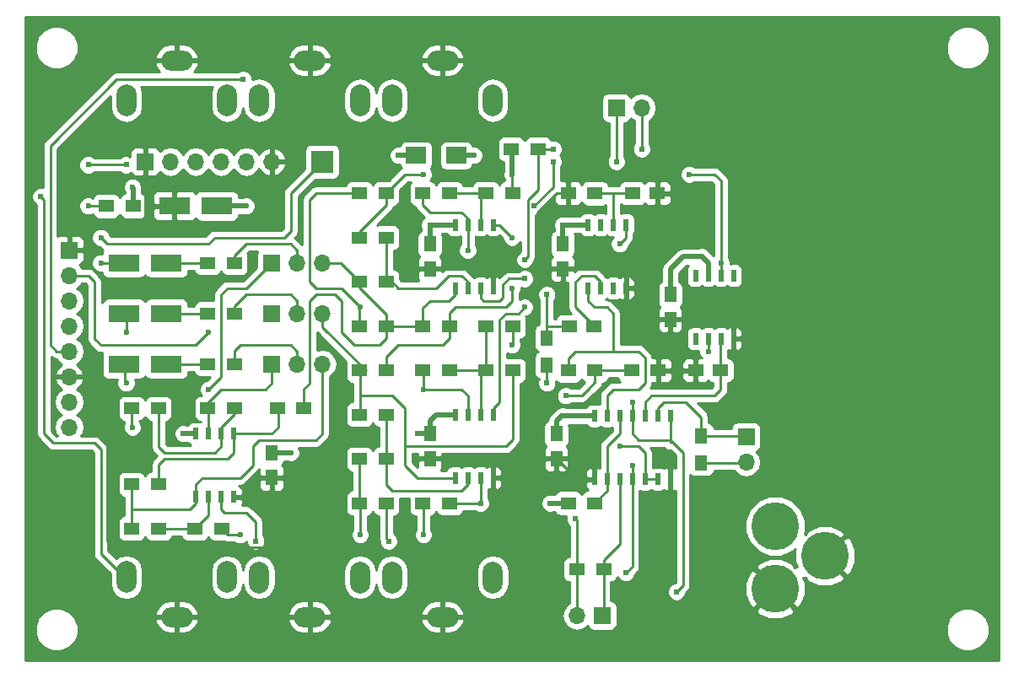
<source format=gtl>
%TF.GenerationSoftware,KiCad,Pcbnew,4.0.7*%
%TF.CreationDate,2017-09-17T22:31:06+02:00*%
%TF.ProjectId,TMS9929_RGB_Adapter,544D53393932395F5247425F41646170,0*%
%TF.FileFunction,Copper,L1,Top,Signal*%
%FSLAX46Y46*%
G04 Gerber Fmt 4.6, Leading zero omitted, Abs format (unit mm)*
G04 Created by KiCad (PCBNEW 4.0.7) date 09/17/17 22:31:06*
%MOMM*%
%LPD*%
G01*
G04 APERTURE LIST*
%ADD10C,0.101600*%
%ADD11R,0.508000X1.143000*%
%ADD12R,1.500000X1.250000*%
%ADD13R,1.250000X1.500000*%
%ADD14R,1.500000X1.300000*%
%ADD15R,2.235200X2.235200*%
%ADD16R,3.149600X1.800860*%
%ADD17R,2.000000X1.700000*%
%ADD18O,2.000000X3.200000*%
%ADD19O,3.200000X2.000000*%
%ADD20O,1.998980X3.197860*%
%ADD21O,3.197860X1.998980*%
%ADD22R,1.300000X1.500000*%
%ADD23R,1.700000X1.700000*%
%ADD24O,1.700000X1.700000*%
%ADD25C,4.800000*%
%ADD26C,0.600000*%
%ADD27C,0.609600*%
%ADD28C,0.250000*%
%ADD29C,0.228600*%
%ADD30C,0.500000*%
%ADD31C,0.508000*%
%ADD32C,0.254000*%
G04 APERTURE END LIST*
D10*
D11*
X57785000Y18923000D03*
X59055000Y18923000D03*
X60325000Y18923000D03*
X61595000Y18923000D03*
X62865000Y18923000D03*
X64135000Y18923000D03*
X65405000Y18923000D03*
X65405000Y25273000D03*
X64135000Y25273000D03*
X61595000Y25273000D03*
X60325000Y25273000D03*
X59055000Y25273000D03*
X57785000Y25273000D03*
X62865000Y25273000D03*
X43815000Y25400000D03*
X45085000Y25400000D03*
X46355000Y25400000D03*
X47625000Y25400000D03*
X47625000Y19050000D03*
X46355000Y19050000D03*
X45085000Y19050000D03*
X43815000Y19050000D03*
D12*
X55265000Y34290000D03*
X57765000Y34290000D03*
X61615000Y47625000D03*
X64115000Y47625000D03*
D13*
X53975000Y20975000D03*
X53975000Y23475000D03*
X41275000Y40025000D03*
X41275000Y42525000D03*
X41275000Y20975000D03*
X41275000Y23475000D03*
X54610000Y40025000D03*
X54610000Y42525000D03*
X25400000Y19070000D03*
X25400000Y21570000D03*
D14*
X40560000Y34290000D03*
X43260000Y34290000D03*
X18970000Y40640000D03*
X21670000Y40640000D03*
X34210000Y29845000D03*
X36910000Y29845000D03*
X34210000Y38735000D03*
X36910000Y38735000D03*
X40560000Y47625000D03*
X43260000Y47625000D03*
X34210000Y43180000D03*
X36910000Y43180000D03*
X46910000Y47625000D03*
X49610000Y47625000D03*
X34210000Y34290000D03*
X36910000Y34290000D03*
X18970000Y35560000D03*
X21670000Y35560000D03*
X34210000Y47625000D03*
X36910000Y47625000D03*
X34210000Y25400000D03*
X36910000Y25400000D03*
X46910000Y29845000D03*
X49610000Y29845000D03*
X40560000Y29845000D03*
X43260000Y29845000D03*
X34210000Y20955000D03*
X36910000Y20955000D03*
X46910000Y34290000D03*
X49610000Y34290000D03*
X25955000Y26035000D03*
X28655000Y26035000D03*
X18970000Y30480000D03*
X21670000Y30480000D03*
X14050000Y18415000D03*
X11350000Y18415000D03*
X11350000Y13970000D03*
X14050000Y13970000D03*
X18970000Y26035000D03*
X21670000Y26035000D03*
X20400000Y13970000D03*
X17700000Y13970000D03*
X11350000Y26035000D03*
X14050000Y26035000D03*
X55165000Y47625000D03*
X57865000Y47625000D03*
D11*
X43815000Y44450000D03*
X45085000Y44450000D03*
X46355000Y44450000D03*
X47625000Y44450000D03*
X47625000Y38100000D03*
X46355000Y38100000D03*
X45085000Y38100000D03*
X43815000Y38100000D03*
X17780000Y23495000D03*
X19050000Y23495000D03*
X20320000Y23495000D03*
X21590000Y23495000D03*
X21590000Y17145000D03*
X20320000Y17145000D03*
X19050000Y17145000D03*
X17780000Y17145000D03*
X57150000Y44450000D03*
X58420000Y44450000D03*
X59690000Y44450000D03*
X60960000Y44450000D03*
X60960000Y38100000D03*
X59690000Y38100000D03*
X58420000Y38100000D03*
X57150000Y38100000D03*
D14*
X55165000Y29845000D03*
X57865000Y29845000D03*
X64215000Y29845000D03*
X61515000Y29845000D03*
D12*
X67965000Y29845000D03*
X70465000Y29845000D03*
D14*
X55165000Y16510000D03*
X57865000Y16510000D03*
D11*
X67945000Y39370000D03*
X69215000Y39370000D03*
X70485000Y39370000D03*
X71755000Y39370000D03*
X71755000Y33020000D03*
X70485000Y33020000D03*
X69215000Y33020000D03*
X67945000Y33020000D03*
D13*
X65405000Y34945000D03*
X65405000Y37445000D03*
D14*
X40560000Y16510000D03*
X43260000Y16510000D03*
X34210000Y16510000D03*
X36910000Y16510000D03*
D15*
X30480000Y50800000D03*
D14*
X8810000Y46355000D03*
X11510000Y46355000D03*
D16*
X10574020Y40640000D03*
X14825980Y40640000D03*
X10574020Y35560000D03*
X14825980Y35560000D03*
X15654020Y46355000D03*
X19905980Y46355000D03*
X10574020Y30480000D03*
X14825980Y30480000D03*
D17*
X39910000Y51435000D03*
X43910000Y51435000D03*
D18*
X20925000Y9080000D03*
D19*
X15875000Y5080000D03*
D18*
X10825000Y9080000D03*
D20*
X24155400Y56962040D03*
D21*
X29210000Y60960000D03*
D20*
X34264600Y56962040D03*
X10820400Y56962040D03*
D21*
X15875000Y60960000D03*
D20*
X20929600Y56962040D03*
D18*
X37495000Y56960000D03*
D19*
X42545000Y60960000D03*
D18*
X47595000Y56960000D03*
D22*
X68516500Y23257500D03*
X68516500Y20557500D03*
D14*
X58722250Y9874250D03*
X56022250Y9874250D03*
D22*
X53022500Y33100000D03*
X53022500Y30400000D03*
D14*
X49450000Y52070000D03*
X52150000Y52070000D03*
D20*
X34264600Y9077960D03*
D21*
X29210000Y5080000D03*
D20*
X24155400Y9077960D03*
X47599600Y9077960D03*
D21*
X42545000Y5080000D03*
D20*
X37490400Y9077960D03*
D23*
X73025000Y23177500D03*
D24*
X73025000Y20637500D03*
D23*
X58578750Y5238750D03*
D24*
X56038750Y5238750D03*
D23*
X60007500Y56197500D03*
D24*
X62547500Y56197500D03*
D25*
X75946000Y7924000D03*
X75946000Y14224000D03*
X80946000Y11224000D03*
D23*
X12700000Y50800000D03*
D24*
X15240000Y50800000D03*
X17780000Y50800000D03*
X20320000Y50800000D03*
X22860000Y50800000D03*
X25400000Y50800000D03*
D23*
X5080000Y41910000D03*
D24*
X5080000Y39370000D03*
X5080000Y36830000D03*
X5080000Y34290000D03*
X5080000Y31750000D03*
X5080000Y29210000D03*
X5080000Y26670000D03*
X5080000Y24130000D03*
D23*
X25400000Y35560000D03*
D24*
X27940000Y35560000D03*
X30480000Y35560000D03*
D23*
X25400000Y30480000D03*
D24*
X27940000Y30480000D03*
X30480000Y30480000D03*
D23*
X25400000Y40640000D03*
D24*
X27940000Y40640000D03*
X30480000Y40640000D03*
D26*
X8255000Y40640000D03*
X10795000Y33655000D03*
D27*
X27940000Y12065000D03*
X63182500Y11747500D03*
D26*
X68580000Y41275000D03*
X53340000Y16510000D03*
X54610000Y44450000D03*
X45720000Y51435000D03*
X54610000Y25273000D03*
X22860000Y46355000D03*
X41275000Y44450000D03*
X27305000Y21590000D03*
X16510000Y23495000D03*
X40005000Y23495000D03*
X11430000Y48260000D03*
X49530000Y38100000D03*
X49530000Y43180000D03*
X50800000Y36195000D03*
X34290000Y36195000D03*
D27*
X54927500Y27305000D03*
D26*
X19050000Y33655000D03*
X40640000Y27940000D03*
X19050000Y27940000D03*
X45085000Y41910000D03*
X49530000Y32385000D03*
D27*
X66040000Y7620000D03*
D26*
X61595000Y26670000D03*
X70485000Y40640000D03*
X69215000Y31750000D03*
X11430000Y24130000D03*
X22225000Y13335000D03*
X40640000Y13335000D03*
X40640000Y49530000D03*
X67310000Y49530000D03*
X34290000Y13335000D03*
X49530000Y49530000D03*
X8255000Y43180000D03*
X6985000Y46355000D03*
D27*
X22542500Y59055000D03*
D26*
X10795000Y28575000D03*
X38100000Y51435000D03*
X60325000Y42545000D03*
X60325000Y22225000D03*
D27*
X10795000Y50482500D03*
X6985000Y50482500D03*
X2222500Y47307500D03*
X51752500Y46355000D03*
X53657500Y50800000D03*
X60007500Y50800000D03*
X53022500Y37465000D03*
X60960000Y9525000D03*
D26*
X61595000Y20320000D03*
D27*
X23812500Y12700000D03*
X37147500Y12700000D03*
X46355000Y16510000D03*
X55880000Y14922500D03*
X62547500Y52070000D03*
X53657500Y52070000D03*
X53022500Y28575000D03*
X50800000Y39052500D03*
X50800000Y40957500D03*
D28*
X8255000Y40640000D02*
X10701020Y40640000D01*
X14698980Y40640000D02*
X18970000Y40640000D01*
X10701020Y35560000D02*
X10701020Y35018980D01*
X10701020Y35018980D02*
X10795000Y34925000D01*
X10795000Y34925000D02*
X10795000Y33655000D01*
X14698980Y35560000D02*
X18970000Y35560000D01*
D29*
X55165000Y47625000D02*
X53975000Y47625000D01*
X53975000Y47625000D02*
X52070000Y45720000D01*
X63500000Y12065000D02*
X63182500Y11747500D01*
D28*
X51435000Y20975000D02*
X51435000Y34290000D01*
X51435000Y34290000D02*
X52090000Y34945000D01*
X52090000Y34945000D02*
X52090000Y40025000D01*
X47625000Y38100000D02*
X47625000Y40025000D01*
X47625000Y40025000D02*
X47625000Y40005000D01*
X47625000Y40005000D02*
X47625000Y40025000D01*
X41275000Y40025000D02*
X47625000Y40025000D01*
X47625000Y40025000D02*
X54610000Y40025000D01*
X65405000Y34945000D02*
X71100000Y34945000D01*
X71755000Y34290000D02*
X71755000Y33020000D01*
X71100000Y34945000D02*
X71755000Y34290000D01*
X65405000Y34945000D02*
X64135000Y34945000D01*
X64135000Y34945000D02*
X64135000Y34925000D01*
X64135000Y29925000D02*
X64135000Y34925000D01*
X64135000Y34925000D02*
X64135000Y38735000D01*
X62865000Y40005000D02*
X64135000Y38735000D01*
X62865000Y40005000D02*
X60960000Y40005000D01*
X64135000Y29925000D02*
X64215000Y29845000D01*
X65405000Y13970000D02*
X65405000Y18923000D01*
X63500000Y12065000D02*
X65405000Y13970000D01*
X67945000Y29845000D02*
X64215000Y29845000D01*
X53975000Y20975000D02*
X53975000Y20955000D01*
X53975000Y20955000D02*
X56007000Y18923000D01*
X56007000Y18923000D02*
X57785000Y18923000D01*
X57150000Y49530000D02*
X63500000Y49530000D01*
X64115000Y48915000D02*
X64115000Y47625000D01*
X63500000Y49530000D02*
X64115000Y48915000D01*
X55165000Y47625000D02*
X55165000Y49450000D01*
X55245000Y49530000D02*
X57150000Y49530000D01*
X55165000Y49450000D02*
X55245000Y49530000D01*
X52090000Y40025000D02*
X52070000Y40005000D01*
X21590000Y17145000D02*
X25420000Y17145000D01*
X57150000Y49530000D02*
X57150000Y53975000D01*
X25400000Y53340000D02*
X25400000Y50800000D01*
X26035000Y53975000D02*
X57150000Y53975000D01*
X25400000Y53340000D02*
X26035000Y53975000D01*
X15654020Y46355000D02*
X12700000Y46355000D01*
X64215000Y29845000D02*
X64770000Y29845000D01*
X5080000Y29210000D02*
X6985000Y29210000D01*
X8890000Y12700000D02*
X9525000Y12065000D01*
X9525000Y12065000D02*
X27305000Y12065000D01*
X27305000Y12065000D02*
X27940000Y12065000D01*
X8890000Y25400000D02*
X8890000Y17145000D01*
X7620000Y26670000D02*
X8890000Y25400000D01*
X8890000Y17145000D02*
X8890000Y12700000D01*
X6985000Y27305000D02*
X7620000Y26670000D01*
X6985000Y29210000D02*
X6985000Y27305000D01*
X5080000Y41910000D02*
X5080000Y44450000D01*
X12700000Y47625000D02*
X12700000Y46355000D01*
X12700000Y46355000D02*
X12700000Y44450000D01*
X5080000Y44450000D02*
X12700000Y44450000D01*
X27940000Y12065000D02*
X27940000Y17145000D01*
X27940000Y17145000D02*
X25420000Y17145000D01*
X52070000Y45085000D02*
X52070000Y45720000D01*
X25420000Y17145000D02*
X25400000Y17125000D01*
X25420000Y17145000D02*
X25400000Y17125000D01*
X52070000Y40005000D02*
X52070000Y41275000D01*
X52070000Y41275000D02*
X52070000Y45085000D01*
X52070000Y45085000D02*
X52070000Y45165000D01*
X52070000Y40005000D02*
X52090000Y40025000D01*
X5080000Y29210000D02*
X4445000Y29210000D01*
X12700000Y50800000D02*
X12700000Y47625000D01*
X64135000Y47605000D02*
X64115000Y47625000D01*
X54610000Y40025000D02*
X60960000Y40005000D01*
X60960000Y39370000D02*
X60960000Y38100000D01*
X60960000Y40005000D02*
X60960000Y39370000D01*
X47625000Y20975000D02*
X47625000Y20320000D01*
X47625000Y20320000D02*
X47625000Y19050000D01*
X47625000Y20975000D02*
X47625000Y20955000D01*
X47625000Y20955000D02*
X47625000Y20975000D01*
X53975000Y20975000D02*
X51435000Y20975000D01*
X51435000Y20975000D02*
X47625000Y20975000D01*
X47625000Y20975000D02*
X46970000Y20975000D01*
X46970000Y20975000D02*
X43180000Y20975000D01*
X43180000Y20975000D02*
X41275000Y20975000D01*
X25400000Y17125000D02*
X25400000Y19070000D01*
X65405000Y18923000D02*
X65405000Y18415000D01*
X57765000Y34290000D02*
X57765000Y34310000D01*
X57765000Y34310000D02*
X55880000Y36195000D01*
X55880000Y36195000D02*
X55880000Y38735000D01*
X55880000Y38735000D02*
X56515000Y39370000D01*
X56515000Y39370000D02*
X57785000Y39370000D01*
X57785000Y39370000D02*
X58420000Y38735000D01*
X58420000Y38735000D02*
X58420000Y38100000D01*
X59690000Y44450000D02*
X59690000Y47625000D01*
X61615000Y47625000D02*
X59690000Y47625000D01*
X59690000Y47625000D02*
X57865000Y47625000D01*
X61595000Y47605000D02*
X61615000Y47625000D01*
D30*
X65405000Y37445000D02*
X65405000Y40005000D01*
X66675000Y41275000D02*
X68580000Y41275000D01*
X65405000Y40005000D02*
X66675000Y41275000D01*
X68580000Y41275000D02*
X68560000Y41295000D01*
X69215000Y39370000D02*
X69215000Y40640000D01*
X69215000Y40640000D02*
X68560000Y41295000D01*
X53340000Y16510000D02*
X55165000Y16510000D01*
X43910000Y51435000D02*
X45720000Y51435000D01*
X41275000Y23475000D02*
X41275000Y24765000D01*
X41910000Y25400000D02*
X43815000Y25400000D01*
X41275000Y24765000D02*
X41910000Y25400000D01*
X57785000Y25273000D02*
X54610000Y25273000D01*
X54610000Y25273000D02*
X54483000Y25273000D01*
X53975000Y24765000D02*
X53975000Y23475000D01*
X54483000Y25273000D02*
X53975000Y24765000D01*
X19905980Y46355000D02*
X22860000Y46355000D01*
X57150000Y44450000D02*
X54610000Y44450000D01*
X54610000Y44450000D02*
X54610000Y42525000D01*
X11510000Y48180000D02*
X11510000Y46355000D01*
X11430000Y48260000D02*
X11510000Y48180000D01*
D28*
X57658000Y25400000D02*
X57785000Y25273000D01*
X53975000Y23495000D02*
X53975000Y23475000D01*
X54610000Y42525000D02*
X54610000Y43180000D01*
D30*
X41275000Y44450000D02*
X43815000Y44450000D01*
X41275000Y42525000D02*
X41275000Y44450000D01*
X25400000Y21570000D02*
X27285000Y21570000D01*
X27285000Y21570000D02*
X27305000Y21590000D01*
X41275000Y23475000D02*
X40025000Y23475000D01*
X16510000Y23495000D02*
X17780000Y23495000D01*
X40025000Y23475000D02*
X40005000Y23495000D01*
D28*
X41275000Y42525000D02*
X41275000Y42545000D01*
X43260000Y34290000D02*
X43260000Y35640000D01*
X48260000Y44450000D02*
X49530000Y43180000D01*
X46990000Y36195000D02*
X48895000Y36195000D01*
X48895000Y36195000D02*
X49530000Y36830000D01*
X49530000Y38100000D02*
X49530000Y36830000D01*
X48260000Y44450000D02*
X47625000Y44450000D01*
X43815000Y36195000D02*
X46990000Y36195000D01*
X43260000Y35640000D02*
X43815000Y36195000D01*
X36910000Y29845000D02*
X36910000Y31195000D01*
X43260000Y33100000D02*
X43260000Y34290000D01*
X42545000Y32385000D02*
X43260000Y33100000D01*
X38100000Y32385000D02*
X42545000Y32385000D01*
X36910000Y31195000D02*
X38100000Y32385000D01*
X36910000Y29845000D02*
X36910000Y29925000D01*
X36910000Y38735000D02*
X36910000Y43180000D01*
X36910000Y38735000D02*
X37465000Y38735000D01*
X37465000Y38735000D02*
X38100000Y38100000D01*
X38100000Y38100000D02*
X41910000Y38100000D01*
X41910000Y38100000D02*
X43180000Y39370000D01*
X43180000Y39370000D02*
X44450000Y39370000D01*
X44450000Y39370000D02*
X45085000Y38735000D01*
X45085000Y38735000D02*
X45085000Y38100000D01*
X46355000Y44450000D02*
X46355000Y47070000D01*
X46355000Y47070000D02*
X46910000Y47625000D01*
X46910000Y47625000D02*
X43260000Y47625000D01*
X44450000Y17780000D02*
X45085000Y18415000D01*
X36910000Y18335000D02*
X37465000Y17780000D01*
X37465000Y17780000D02*
X44450000Y17780000D01*
X36910000Y20955000D02*
X36910000Y18335000D01*
X45085000Y18415000D02*
X45085000Y19050000D01*
X36910000Y25400000D02*
X36910000Y20955000D01*
X46355000Y25400000D02*
X46355000Y29290000D01*
X46355000Y29290000D02*
X46910000Y29845000D01*
X46990000Y29765000D02*
X46910000Y29845000D01*
X46910000Y29845000D02*
X46910000Y34290000D01*
X43260000Y29845000D02*
X46910000Y29845000D01*
X43180000Y29765000D02*
X43260000Y29845000D01*
X14050000Y18415000D02*
X14050000Y20400000D01*
X21590000Y21590000D02*
X21590000Y23495000D01*
X20955000Y20955000D02*
X21590000Y21590000D01*
X14605000Y20955000D02*
X20955000Y20955000D01*
X14050000Y20400000D02*
X14605000Y20955000D01*
X25400000Y23495000D02*
X26035000Y24130000D01*
X21590000Y23495000D02*
X25400000Y23495000D01*
X26035000Y24130000D02*
X26035000Y25955000D01*
X26035000Y25955000D02*
X25955000Y26035000D01*
X19050000Y17145000D02*
X19050000Y15320000D01*
X19050000Y15320000D02*
X17700000Y13970000D01*
X14050000Y13970000D02*
X17700000Y13970000D01*
X20320000Y23495000D02*
X20320000Y22225000D01*
X14050000Y22145000D02*
X14050000Y26035000D01*
X14605000Y21590000D02*
X14050000Y22145000D01*
X19685000Y21590000D02*
X14605000Y21590000D01*
X20320000Y22225000D02*
X19685000Y21590000D01*
X20320000Y23495000D02*
X20320000Y24130000D01*
X20320000Y24130000D02*
X21670000Y25480000D01*
X21670000Y25480000D02*
X21670000Y26035000D01*
X14050000Y26035000D02*
X14050000Y26115000D01*
X47625000Y25400000D02*
X47625000Y26035000D01*
X50165000Y35560000D02*
X50800000Y36195000D01*
X48895000Y35560000D02*
X50165000Y35560000D01*
X48260000Y34925000D02*
X48895000Y35560000D01*
X48260000Y26670000D02*
X48260000Y34925000D01*
X47625000Y26035000D02*
X48260000Y26670000D01*
X34290000Y36195000D02*
X32385000Y38100000D01*
X31750000Y38100000D02*
X29845000Y38100000D01*
X29845000Y38100000D02*
X29210000Y38735000D01*
X29845000Y47625000D02*
X34210000Y47625000D01*
X29210000Y46990000D02*
X29845000Y47625000D01*
X29210000Y38735000D02*
X29210000Y46990000D01*
X32385000Y38100000D02*
X31750000Y38100000D01*
X34210000Y34290000D02*
X34210000Y36115000D01*
X34210000Y36115000D02*
X34290000Y36195000D01*
X34290000Y36195000D02*
X34210000Y36115000D01*
X34210000Y47625000D02*
X34210000Y47545000D01*
X57785000Y36195000D02*
X59055000Y36195000D01*
X57150000Y36830000D02*
X57785000Y36195000D01*
X57150000Y38100000D02*
X57150000Y36830000D01*
X59690000Y35560000D02*
X59690000Y31750000D01*
X59055000Y36195000D02*
X59690000Y35560000D01*
X55880000Y31750000D02*
X59690000Y31750000D01*
X59690000Y31750000D02*
X62230000Y31750000D01*
X55880000Y31750000D02*
X55165000Y31035000D01*
X55165000Y29845000D02*
X55165000Y31035000D01*
X59055000Y27305000D02*
X59055000Y25273000D01*
X59690000Y27940000D02*
X59055000Y27305000D01*
X62230000Y27940000D02*
X59690000Y27940000D01*
X62865000Y28575000D02*
X62230000Y27940000D01*
X62865000Y31115000D02*
X62865000Y28575000D01*
X62230000Y31750000D02*
X62865000Y31115000D01*
D29*
X56515000Y27305000D02*
X57150000Y27940000D01*
X54927500Y27305000D02*
X56515000Y27305000D01*
D28*
X5080000Y39370000D02*
X6985000Y39370000D01*
X7620000Y38735000D02*
X6985000Y39370000D01*
X7620000Y33020000D02*
X7620000Y38735000D01*
X8255000Y32385000D02*
X7620000Y33020000D01*
X17780000Y32385000D02*
X8255000Y32385000D01*
X19050000Y33655000D02*
X17780000Y32385000D01*
X57865000Y28655000D02*
X57865000Y29845000D01*
X57150000Y27940000D02*
X57865000Y28655000D01*
X61515000Y29845000D02*
X57865000Y29845000D01*
X40640000Y27940000D02*
X40640000Y29765000D01*
X40640000Y29765000D02*
X40560000Y29845000D01*
X45085000Y25400000D02*
X45085000Y27305000D01*
X44450000Y27940000D02*
X40640000Y27940000D01*
X45085000Y27305000D02*
X44450000Y27940000D01*
X20320000Y37465000D02*
X20320000Y29210000D01*
X22860000Y38100000D02*
X20955000Y38100000D01*
X20955000Y38100000D02*
X20320000Y37465000D01*
X40560000Y28020000D02*
X40640000Y27940000D01*
X20320000Y29210000D02*
X19050000Y27940000D01*
X22860000Y38100000D02*
X25400000Y40640000D01*
X40560000Y34290000D02*
X40560000Y36115000D01*
X43815000Y37465000D02*
X43815000Y38100000D01*
X43180000Y36830000D02*
X43815000Y37465000D01*
X41275000Y36830000D02*
X43180000Y36830000D01*
X40560000Y36115000D02*
X41275000Y36830000D01*
X28575000Y27940000D02*
X29210000Y28575000D01*
X28575000Y26115000D02*
X28575000Y27940000D01*
X29210000Y36830000D02*
X29845000Y37465000D01*
X29210000Y28575000D02*
X29210000Y36830000D01*
X29845000Y37465000D02*
X31750000Y37465000D01*
X31750000Y37465000D02*
X32385000Y36830000D01*
X32385000Y36830000D02*
X32385000Y33655000D01*
X32385000Y33655000D02*
X33655000Y32385000D01*
X33655000Y32385000D02*
X36195000Y32385000D01*
X36195000Y32385000D02*
X36910000Y33100000D01*
X36910000Y33100000D02*
X36910000Y34290000D01*
X28575000Y26115000D02*
X28655000Y26035000D01*
X30480000Y40640000D02*
X32305000Y40640000D01*
X32305000Y40640000D02*
X34210000Y38735000D01*
X34210000Y38735000D02*
X34210000Y38180000D01*
X34210000Y38180000D02*
X36910000Y35480000D01*
X36910000Y35480000D02*
X36910000Y34290000D01*
X43735000Y38020000D02*
X43815000Y38100000D01*
X36910000Y34290000D02*
X40560000Y34290000D01*
X45085000Y44450000D02*
X45085000Y41910000D01*
X45085000Y44450000D02*
X45085000Y45085000D01*
X40560000Y46435000D02*
X40560000Y47625000D01*
X41275000Y45720000D02*
X40560000Y46435000D01*
X44450000Y45720000D02*
X41275000Y45720000D01*
X45085000Y45085000D02*
X44450000Y45720000D01*
X38735000Y22225000D02*
X48895000Y22225000D01*
X49610000Y22940000D02*
X49610000Y29845000D01*
X48895000Y22225000D02*
X49610000Y22940000D01*
X34290000Y27305000D02*
X34290000Y29765000D01*
X34290000Y29765000D02*
X34210000Y29845000D01*
X43815000Y19050000D02*
X40005000Y19050000D01*
X38735000Y26035000D02*
X37465000Y27305000D01*
X38735000Y20320000D02*
X38735000Y22225000D01*
X38735000Y22225000D02*
X38735000Y26035000D01*
X40005000Y19050000D02*
X38735000Y20320000D01*
X30480000Y35560000D02*
X30480000Y34210000D01*
X30480000Y34210000D02*
X34845000Y29845000D01*
X34290000Y25480000D02*
X34290000Y27305000D01*
X37465000Y27305000D02*
X34290000Y27305000D01*
X34290000Y25480000D02*
X34210000Y25400000D01*
X18970000Y26035000D02*
X18970000Y26590000D01*
X18970000Y26590000D02*
X20320000Y27940000D01*
X25400000Y28575000D02*
X25400000Y30480000D01*
X24765000Y27940000D02*
X25400000Y28575000D01*
X20320000Y27940000D02*
X24765000Y27940000D01*
X19050000Y23495000D02*
X19050000Y25955000D01*
X19050000Y25955000D02*
X18970000Y26035000D01*
X17780000Y17145000D02*
X17780000Y16510000D01*
X17145000Y15875000D02*
X11350000Y15875000D01*
X17780000Y16510000D02*
X17145000Y15875000D01*
X11350000Y13970000D02*
X11350000Y15875000D01*
X11350000Y15875000D02*
X11350000Y18415000D01*
X30480000Y30480000D02*
X30480000Y27940000D01*
X17780000Y18415000D02*
X18415000Y19050000D01*
X18415000Y19050000D02*
X22225000Y19050000D01*
X22225000Y19050000D02*
X23495000Y20320000D01*
X23495000Y20320000D02*
X23495000Y22225000D01*
X23495000Y22225000D02*
X24130000Y22860000D01*
X24130000Y22860000D02*
X29845000Y22860000D01*
X29845000Y22860000D02*
X30480000Y23495000D01*
X30480000Y23495000D02*
X30480000Y27940000D01*
X17780000Y18415000D02*
X17780000Y17145000D01*
X49610000Y32465000D02*
X49610000Y34290000D01*
X49530000Y32385000D02*
X49610000Y32465000D01*
X11430000Y14050000D02*
X11350000Y13970000D01*
X22860000Y42545000D02*
X27305000Y42545000D01*
X21670000Y41355000D02*
X22860000Y42545000D01*
X21670000Y40640000D02*
X21670000Y41355000D01*
X27940000Y41910000D02*
X27940000Y40640000D01*
X27305000Y42545000D02*
X27940000Y41910000D01*
X26035000Y37465000D02*
X27305000Y37465000D01*
X21670000Y36275000D02*
X22860000Y37465000D01*
X21670000Y35560000D02*
X21670000Y36275000D01*
X22860000Y37465000D02*
X26035000Y37465000D01*
X27940000Y36830000D02*
X27940000Y35560000D01*
X27305000Y37465000D02*
X27940000Y36830000D01*
X21670000Y30480000D02*
X21670000Y31830000D01*
X27940000Y31750000D02*
X27940000Y30480000D01*
X27305000Y32385000D02*
X27940000Y31750000D01*
X22225000Y32385000D02*
X27305000Y32385000D01*
X21670000Y31830000D02*
X22225000Y32385000D01*
D29*
X66675000Y8255000D02*
X66040000Y7620000D01*
X66675000Y21590000D02*
X66675000Y8255000D01*
X65405000Y22860000D02*
X66675000Y21590000D01*
X65405000Y22860000D02*
X65405000Y22542500D01*
X65405000Y22542500D02*
X65405000Y22860000D01*
X64770000Y22860000D02*
X65405000Y22860000D01*
X65405000Y22860000D02*
X65405000Y23495000D01*
D28*
X61595000Y26670000D02*
X61595000Y25273000D01*
X61595000Y25273000D02*
X61595000Y23495000D01*
X65405000Y23495000D02*
X65405000Y25273000D01*
X62230000Y22860000D02*
X64770000Y22860000D01*
X61595000Y23495000D02*
X62230000Y22860000D01*
D31*
X49530000Y49530000D02*
X49530000Y51990000D01*
X49530000Y51990000D02*
X49450000Y52070000D01*
D28*
X69215000Y31750000D02*
X69215000Y33020000D01*
X70485000Y39370000D02*
X70485000Y40640000D01*
X70485000Y40640000D02*
X70485000Y44450000D01*
X69850000Y49530000D02*
X70485000Y48895000D01*
X70485000Y48895000D02*
X70485000Y44450000D01*
X69850000Y49530000D02*
X67310000Y49530000D01*
X11350000Y24210000D02*
X11350000Y26035000D01*
X11430000Y24130000D02*
X11350000Y24210000D01*
X21035000Y13335000D02*
X22225000Y13335000D01*
X21035000Y13335000D02*
X20400000Y13970000D01*
X40640000Y13335000D02*
X40640000Y16430000D01*
X40640000Y16430000D02*
X40560000Y16510000D01*
X40640000Y16430000D02*
X40560000Y16510000D01*
X34210000Y20955000D02*
X34210000Y16510000D01*
X34290000Y13335000D02*
X34290000Y16430000D01*
X34290000Y16430000D02*
X34210000Y16510000D01*
X40640000Y16430000D02*
X40560000Y16510000D01*
X40560000Y16510000D02*
X40560000Y16590000D01*
X40640000Y49530000D02*
X38815000Y49530000D01*
X38815000Y49530000D02*
X36910000Y47625000D01*
X67310000Y49530000D02*
X67310000Y49530000D01*
X40560000Y16590000D02*
X40560000Y16510000D01*
X34210000Y16510000D02*
X34290000Y16510000D01*
X34290000Y16510000D02*
X34210000Y16510000D01*
X34210000Y13335000D02*
X34290000Y13335000D01*
X34290000Y13335000D02*
X34290000Y13335000D01*
X49530000Y48260000D02*
X49530000Y49530000D01*
X49530000Y49530000D02*
X49450000Y49530000D01*
X34210000Y43180000D02*
X34210000Y43735000D01*
X34210000Y43735000D02*
X36910000Y46435000D01*
X36910000Y46435000D02*
X36910000Y47625000D01*
X11350000Y26035000D02*
X10795000Y26035000D01*
X20313869Y14358824D02*
X20313869Y14278824D01*
X62865000Y25273000D02*
X62865000Y26670000D01*
X70465000Y27920000D02*
X70465000Y29845000D01*
X69850000Y27305000D02*
X70465000Y27920000D01*
X63500000Y27305000D02*
X69850000Y27305000D01*
X62865000Y26670000D02*
X63500000Y27305000D01*
X70465000Y29845000D02*
X70465000Y33000000D01*
X70465000Y33000000D02*
X70485000Y33020000D01*
X19050000Y42545000D02*
X8890000Y42545000D01*
X27305000Y43815000D02*
X26670000Y43180000D01*
X26670000Y43180000D02*
X19685000Y43180000D01*
X19685000Y43180000D02*
X19050000Y42545000D01*
X30480000Y50800000D02*
X27305000Y47625000D01*
X27305000Y47625000D02*
X27305000Y43815000D01*
X8890000Y42545000D02*
X8255000Y43180000D01*
X8810000Y46355000D02*
X6985000Y46355000D01*
D29*
X5080000Y31750000D02*
X3810000Y31750000D01*
X22225000Y59055000D02*
X22542500Y59055000D01*
X16192500Y59055000D02*
X22225000Y59055000D01*
X9842500Y59055000D02*
X16192500Y59055000D01*
X3175000Y52387500D02*
X9842500Y59055000D01*
X3175000Y32385000D02*
X3175000Y52387500D01*
X3810000Y31750000D02*
X3175000Y32385000D01*
D28*
X10795000Y28575000D02*
X10701020Y28668980D01*
X10701020Y28668980D02*
X10701020Y30480000D01*
X14698980Y30480000D02*
X18970000Y30480000D01*
D30*
X39910000Y51435000D02*
X38100000Y51435000D01*
D28*
X59055000Y18923000D02*
X59055000Y22225000D01*
X60325000Y23495000D02*
X60325000Y25273000D01*
X59055000Y22225000D02*
X60325000Y23495000D01*
X57865000Y16510000D02*
X57865000Y16590000D01*
X57865000Y16590000D02*
X59055000Y17780000D01*
X59055000Y17780000D02*
X59055000Y18923000D01*
X62865000Y20320000D02*
X62865000Y21590000D01*
X60325000Y42545000D02*
X60960000Y43180000D01*
X60960000Y44450000D02*
X60960000Y43180000D01*
X62865000Y20320000D02*
X62865000Y18923000D01*
X62230000Y22225000D02*
X60325000Y22225000D01*
X62865000Y21590000D02*
X62230000Y22225000D01*
X62865000Y18923000D02*
X64135000Y18923000D01*
D29*
X2540000Y46990000D02*
X2222500Y47307500D01*
X6985000Y50482500D02*
X10795000Y50482500D01*
X10825000Y9080000D02*
X10605000Y9080000D01*
X10605000Y9080000D02*
X8255000Y11430000D01*
X2540000Y46990000D02*
X2540000Y46990000D01*
X2540000Y23495000D02*
X2540000Y46990000D01*
X3492500Y22542500D02*
X2540000Y23495000D01*
X7620000Y22542500D02*
X3492500Y22542500D01*
X8255000Y21907500D02*
X7620000Y22542500D01*
X8255000Y11430000D02*
X8255000Y21907500D01*
X51752500Y46355000D02*
X53657500Y48260000D01*
X53657500Y48260000D02*
X53657500Y48577500D01*
X60007500Y56197500D02*
X60007500Y50800000D01*
X53657500Y50800000D02*
X53657500Y48577500D01*
X53022500Y34290000D02*
X53022500Y37465000D01*
X55265000Y34290000D02*
X53022500Y34290000D01*
X53022500Y34290000D02*
X53022500Y33100000D01*
X61595000Y10160000D02*
X60960000Y9525000D01*
X61595000Y18923000D02*
X61595000Y10160000D01*
D28*
X61595000Y18923000D02*
X61595000Y20320000D01*
D29*
X58722250Y9874250D02*
X58722250Y10779750D01*
X60325000Y12382500D02*
X60325000Y18923000D01*
X58722250Y10779750D02*
X60325000Y12382500D01*
X58722250Y9874250D02*
X58722250Y5382250D01*
X58722250Y5382250D02*
X58578750Y5238750D01*
X68516500Y23257500D02*
X72945000Y23257500D01*
X72945000Y23257500D02*
X73025000Y23177500D01*
X64135000Y25273000D02*
X64135000Y26035000D01*
X68516500Y25146000D02*
X68516500Y23257500D01*
X66992500Y26670000D02*
X68516500Y25146000D01*
X64770000Y26670000D02*
X66992500Y26670000D01*
X64135000Y26035000D02*
X64770000Y26670000D01*
X20320000Y15875000D02*
X20320000Y17145000D01*
X20637500Y15557500D02*
X20320000Y15875000D01*
X22860000Y15557500D02*
X20637500Y15557500D01*
X23812500Y14605000D02*
X22860000Y15557500D01*
X23812500Y12700000D02*
X23812500Y14605000D01*
X36910000Y12937500D02*
X37147500Y12700000D01*
X36910000Y16510000D02*
X36910000Y12937500D01*
X68516500Y20557500D02*
X72945000Y20557500D01*
X72945000Y20557500D02*
X73025000Y20637500D01*
D28*
X36830000Y16430000D02*
X36910000Y16510000D01*
D29*
X56022250Y9874250D02*
X56022250Y14780250D01*
X46355000Y16510000D02*
X46375000Y16510000D01*
X56022250Y14780250D02*
X55880000Y14922500D01*
X56022250Y9874250D02*
X56022250Y5255250D01*
X56022250Y5255250D02*
X56038750Y5238750D01*
D28*
X43260000Y16510000D02*
X46375000Y16510000D01*
X46375000Y16510000D02*
X46375000Y19030000D01*
X46375000Y19030000D02*
X46355000Y19050000D01*
D29*
X52150000Y52070000D02*
X53657500Y52070000D01*
X62547500Y52070000D02*
X62547500Y56197500D01*
X53022500Y30400000D02*
X53022500Y28575000D01*
X50800000Y39052500D02*
X49212500Y39052500D01*
X46355000Y37147500D02*
X46355000Y38100000D01*
X46672500Y36830000D02*
X46355000Y37147500D01*
X48260000Y36830000D02*
X46672500Y36830000D01*
X48577500Y37147500D02*
X48260000Y36830000D01*
X48577500Y38417500D02*
X48577500Y37147500D01*
X49212500Y39052500D02*
X48577500Y38417500D01*
X51117500Y41275000D02*
X50800000Y40957500D01*
X52150000Y52070000D02*
X52150000Y48022500D01*
X51117500Y46990000D02*
X52150000Y48022500D01*
X51117500Y46990000D02*
X51117500Y41275000D01*
X50800000Y39052500D02*
X49212500Y39052500D01*
D32*
G36*
X98350000Y710000D02*
X710000Y710000D01*
X710000Y3382433D01*
X1650626Y3382433D01*
X1978622Y2588623D01*
X2585428Y1980756D01*
X3378664Y1651376D01*
X4237567Y1650626D01*
X5031377Y1978622D01*
X5639244Y2585428D01*
X5968624Y3378664D01*
X5968627Y3382433D01*
X93090626Y3382433D01*
X93418622Y2588623D01*
X94025428Y1980756D01*
X94818664Y1651376D01*
X95677567Y1650626D01*
X96471377Y1978622D01*
X97079244Y2585428D01*
X97408624Y3378664D01*
X97409374Y4237567D01*
X97081378Y5031377D01*
X96474572Y5639244D01*
X95681336Y5968624D01*
X94822433Y5969374D01*
X94028623Y5641378D01*
X93420756Y5034572D01*
X93091376Y4241336D01*
X93090626Y3382433D01*
X5968627Y3382433D01*
X5969374Y4237567D01*
X5778480Y4699566D01*
X13684876Y4699566D01*
X13715856Y4571645D01*
X14029078Y4013683D01*
X14531980Y3618058D01*
X15148000Y3445000D01*
X15748000Y3445000D01*
X15748000Y4953000D01*
X16002000Y4953000D01*
X16002000Y3445000D01*
X16602000Y3445000D01*
X17218020Y3618058D01*
X17720922Y4013683D01*
X18034144Y4571645D01*
X18065124Y4699566D01*
X18065087Y4699646D01*
X27020941Y4699646D01*
X27051887Y4571841D01*
X27364998Y4014044D01*
X27867735Y3618529D01*
X28483560Y3445510D01*
X29083000Y3445510D01*
X29083000Y4953000D01*
X29337000Y4953000D01*
X29337000Y3445510D01*
X29936440Y3445510D01*
X30552265Y3618529D01*
X31055002Y4014044D01*
X31368113Y4571841D01*
X31399059Y4699646D01*
X40355941Y4699646D01*
X40386887Y4571841D01*
X40699998Y4014044D01*
X41202735Y3618529D01*
X41818560Y3445510D01*
X42418000Y3445510D01*
X42418000Y4953000D01*
X42672000Y4953000D01*
X42672000Y3445510D01*
X43271440Y3445510D01*
X43887265Y3618529D01*
X44390002Y4014044D01*
X44703113Y4571841D01*
X44734059Y4699646D01*
X44614705Y4953000D01*
X42672000Y4953000D01*
X42418000Y4953000D01*
X40475295Y4953000D01*
X40355941Y4699646D01*
X31399059Y4699646D01*
X31279705Y4953000D01*
X29337000Y4953000D01*
X29083000Y4953000D01*
X27140295Y4953000D01*
X27020941Y4699646D01*
X18065087Y4699646D01*
X17945777Y4953000D01*
X16002000Y4953000D01*
X15748000Y4953000D01*
X13804223Y4953000D01*
X13684876Y4699566D01*
X5778480Y4699566D01*
X5641378Y5031377D01*
X5213070Y5460434D01*
X13684876Y5460434D01*
X13804223Y5207000D01*
X15748000Y5207000D01*
X15748000Y6715000D01*
X16002000Y6715000D01*
X16002000Y5207000D01*
X17945777Y5207000D01*
X18065086Y5460354D01*
X27020941Y5460354D01*
X27140295Y5207000D01*
X29083000Y5207000D01*
X29083000Y6714490D01*
X29337000Y6714490D01*
X29337000Y5207000D01*
X31279705Y5207000D01*
X31399059Y5460354D01*
X40355941Y5460354D01*
X40475295Y5207000D01*
X42418000Y5207000D01*
X42418000Y6714490D01*
X42672000Y6714490D01*
X42672000Y5207000D01*
X44614705Y5207000D01*
X44734059Y5460354D01*
X44703113Y5588159D01*
X44390002Y6145956D01*
X43887265Y6541471D01*
X43271440Y6714490D01*
X42672000Y6714490D01*
X42418000Y6714490D01*
X41818560Y6714490D01*
X41202735Y6541471D01*
X40699998Y6145956D01*
X40386887Y5588159D01*
X40355941Y5460354D01*
X31399059Y5460354D01*
X31368113Y5588159D01*
X31055002Y6145956D01*
X30552265Y6541471D01*
X29936440Y6714490D01*
X29337000Y6714490D01*
X29083000Y6714490D01*
X28483560Y6714490D01*
X27867735Y6541471D01*
X27364998Y6145956D01*
X27051887Y5588159D01*
X27020941Y5460354D01*
X18065086Y5460354D01*
X18065124Y5460434D01*
X18034144Y5588355D01*
X17720922Y6146317D01*
X17218020Y6541942D01*
X16602000Y6715000D01*
X16002000Y6715000D01*
X15748000Y6715000D01*
X15148000Y6715000D01*
X14531980Y6541942D01*
X14029078Y6146317D01*
X13715856Y5588355D01*
X13684876Y5460434D01*
X5213070Y5460434D01*
X5034572Y5639244D01*
X4241336Y5968624D01*
X3382433Y5969374D01*
X2588623Y5641378D01*
X1980756Y5034572D01*
X1651376Y4241336D01*
X1650626Y3382433D01*
X710000Y3382433D01*
X710000Y47121382D01*
X1282537Y47121382D01*
X1425312Y46775841D01*
X1689451Y46511241D01*
X1790700Y46469199D01*
X1790700Y23495000D01*
X1847737Y23208255D01*
X2010165Y22965165D01*
X2962665Y22012665D01*
X3205755Y21850237D01*
X3492500Y21793200D01*
X7309630Y21793200D01*
X7505700Y21597130D01*
X7505700Y11430000D01*
X7562737Y11143255D01*
X7725165Y10900165D01*
X9190000Y9435330D01*
X9190000Y8436214D01*
X9314457Y7810527D01*
X9668880Y7280094D01*
X10199313Y6925671D01*
X10825000Y6801214D01*
X11450687Y6925671D01*
X11981120Y7280094D01*
X12335543Y7810527D01*
X12460000Y8436214D01*
X12460000Y9723786D01*
X19290000Y9723786D01*
X19290000Y8436214D01*
X19414457Y7810527D01*
X19768880Y7280094D01*
X20299313Y6925671D01*
X20925000Y6801214D01*
X21550687Y6925671D01*
X22081120Y7280094D01*
X22435543Y7810527D01*
X22540310Y8337225D01*
X22645328Y7809263D01*
X22999641Y7278996D01*
X23529908Y6924683D01*
X24155400Y6800265D01*
X24780892Y6924683D01*
X25311159Y7278996D01*
X25665472Y7809263D01*
X25789890Y8434755D01*
X25789890Y9721165D01*
X32630110Y9721165D01*
X32630110Y8434755D01*
X32754528Y7809263D01*
X33108841Y7278996D01*
X33639108Y6924683D01*
X34264600Y6800265D01*
X34890092Y6924683D01*
X35420359Y7278996D01*
X35774672Y7809263D01*
X35877500Y8326215D01*
X35980328Y7809263D01*
X36334641Y7278996D01*
X36864908Y6924683D01*
X37490400Y6800265D01*
X38115892Y6924683D01*
X38646159Y7278996D01*
X39000472Y7809263D01*
X39124890Y8434755D01*
X39124890Y9721165D01*
X45965110Y9721165D01*
X45965110Y8434755D01*
X46089528Y7809263D01*
X46443841Y7278996D01*
X46974108Y6924683D01*
X47599600Y6800265D01*
X48225092Y6924683D01*
X48755359Y7278996D01*
X49109672Y7809263D01*
X49234090Y8434755D01*
X49234090Y9721165D01*
X49109672Y10346657D01*
X48755359Y10876924D01*
X48225092Y11231237D01*
X47599600Y11355655D01*
X46974108Y11231237D01*
X46443841Y10876924D01*
X46089528Y10346657D01*
X45965110Y9721165D01*
X39124890Y9721165D01*
X39000472Y10346657D01*
X38646159Y10876924D01*
X38115892Y11231237D01*
X37490400Y11355655D01*
X36864908Y11231237D01*
X36334641Y10876924D01*
X35980328Y10346657D01*
X35877500Y9829705D01*
X35774672Y10346657D01*
X35420359Y10876924D01*
X34890092Y11231237D01*
X34264600Y11355655D01*
X33639108Y11231237D01*
X33108841Y10876924D01*
X32754528Y10346657D01*
X32630110Y9721165D01*
X25789890Y9721165D01*
X25665472Y10346657D01*
X25311159Y10876924D01*
X24780892Y11231237D01*
X24155400Y11355655D01*
X23529908Y11231237D01*
X22999641Y10876924D01*
X22645328Y10346657D01*
X22540716Y9820735D01*
X22435543Y10349473D01*
X22081120Y10879906D01*
X21550687Y11234329D01*
X20925000Y11358786D01*
X20299313Y11234329D01*
X19768880Y10879906D01*
X19414457Y10349473D01*
X19290000Y9723786D01*
X12460000Y9723786D01*
X12335543Y10349473D01*
X11981120Y10879906D01*
X11450687Y11234329D01*
X10825000Y11358786D01*
X10199313Y11234329D01*
X9786304Y10958366D01*
X9004300Y11740370D01*
X9004300Y21907500D01*
X8947263Y22194245D01*
X8784835Y22437335D01*
X8149835Y23072335D01*
X7906745Y23234763D01*
X7620000Y23291800D01*
X6300703Y23291800D01*
X6481054Y23561715D01*
X6594093Y24130000D01*
X6481054Y24698285D01*
X6159147Y25180054D01*
X5829974Y25400000D01*
X6159147Y25619946D01*
X6481054Y26101715D01*
X6594093Y26670000D01*
X6481054Y27238285D01*
X6159147Y27720054D01*
X5818447Y27947702D01*
X5961358Y28014817D01*
X6351645Y28443076D01*
X6521476Y28853110D01*
X6400155Y29083000D01*
X5207000Y29083000D01*
X5207000Y29063000D01*
X4953000Y29063000D01*
X4953000Y29083000D01*
X3759845Y29083000D01*
X3638524Y28853110D01*
X3808355Y28443076D01*
X4198642Y28014817D01*
X4341553Y27947702D01*
X4000853Y27720054D01*
X3678946Y27238285D01*
X3565907Y26670000D01*
X3678946Y26101715D01*
X4000853Y25619946D01*
X4330026Y25400000D01*
X4000853Y25180054D01*
X3678946Y24698285D01*
X3565907Y24130000D01*
X3678946Y23561715D01*
X3859297Y23291800D01*
X3802870Y23291800D01*
X3289300Y23805370D01*
X3289300Y31214061D01*
X3523255Y31057737D01*
X3798347Y31003018D01*
X4000853Y30699946D01*
X4341553Y30472298D01*
X4198642Y30405183D01*
X3808355Y29976924D01*
X3638524Y29566890D01*
X3759845Y29337000D01*
X4953000Y29337000D01*
X4953000Y29357000D01*
X5207000Y29357000D01*
X5207000Y29337000D01*
X6400155Y29337000D01*
X6521476Y29566890D01*
X6351645Y29976924D01*
X5961358Y30405183D01*
X5818447Y30472298D01*
X6159147Y30699946D01*
X6481054Y31181715D01*
X6594093Y31750000D01*
X6481054Y32318285D01*
X6159147Y32800054D01*
X5829974Y33020000D01*
X6159147Y33239946D01*
X6481054Y33721715D01*
X6594093Y34290000D01*
X6481054Y34858285D01*
X6159147Y35340054D01*
X5829974Y35560000D01*
X6159147Y35779946D01*
X6481054Y36261715D01*
X6594093Y36830000D01*
X6481054Y37398285D01*
X6159147Y37880054D01*
X5829974Y38100000D01*
X6159147Y38319946D01*
X6352954Y38610000D01*
X6670198Y38610000D01*
X6860000Y38420198D01*
X6860000Y33020000D01*
X6917852Y32729161D01*
X7082599Y32482599D01*
X7717599Y31847599D01*
X7964161Y31682852D01*
X8255000Y31625000D01*
X8401307Y31625000D01*
X8351780Y31380430D01*
X8351780Y29579570D01*
X8396058Y29344253D01*
X8535130Y29128129D01*
X8747330Y28983139D01*
X8999220Y28932130D01*
X9930890Y28932130D01*
X9860162Y28761799D01*
X9859838Y28389833D01*
X10001883Y28046057D01*
X10264673Y27782808D01*
X10608201Y27640162D01*
X10980167Y27639838D01*
X11323943Y27781883D01*
X11587192Y28044673D01*
X11729838Y28388201D01*
X11730162Y28760167D01*
X11659109Y28932130D01*
X12148820Y28932130D01*
X12384137Y28976408D01*
X12600261Y29115480D01*
X12700669Y29262432D01*
X12787090Y29128129D01*
X12999290Y28983139D01*
X13251180Y28932130D01*
X16400780Y28932130D01*
X16636097Y28976408D01*
X16852221Y29115480D01*
X16997211Y29327680D01*
X17048220Y29579570D01*
X17048220Y29720000D01*
X17593258Y29720000D01*
X17616838Y29594683D01*
X17755910Y29378559D01*
X17968110Y29233569D01*
X18220000Y29182560D01*
X19217758Y29182560D01*
X18910320Y28875122D01*
X18864833Y28875162D01*
X18521057Y28733117D01*
X18257808Y28470327D01*
X18115162Y28126799D01*
X18114838Y27754833D01*
X18256883Y27411057D01*
X18335363Y27332440D01*
X18220000Y27332440D01*
X17984683Y27288162D01*
X17768559Y27149090D01*
X17623569Y26936890D01*
X17572560Y26685000D01*
X17572560Y25385000D01*
X17616838Y25149683D01*
X17755910Y24933559D01*
X17968110Y24788569D01*
X18220000Y24737560D01*
X18290000Y24737560D01*
X18290000Y24660123D01*
X18285890Y24662931D01*
X18034000Y24713940D01*
X17526000Y24713940D01*
X17290683Y24669662D01*
X17074559Y24530590D01*
X16971665Y24380000D01*
X16816822Y24380000D01*
X16696799Y24429838D01*
X16324833Y24430162D01*
X15981057Y24288117D01*
X15717808Y24025327D01*
X15575162Y23681799D01*
X15574838Y23309833D01*
X15716883Y22966057D01*
X15979673Y22702808D01*
X16323201Y22560162D01*
X16695167Y22559838D01*
X16816569Y22610000D01*
X16973147Y22610000D01*
X17061910Y22472059D01*
X17240549Y22350000D01*
X14919802Y22350000D01*
X14810000Y22459802D01*
X14810000Y24739442D01*
X15035317Y24781838D01*
X15251441Y24920910D01*
X15396431Y25133110D01*
X15447440Y25385000D01*
X15447440Y26685000D01*
X15403162Y26920317D01*
X15264090Y27136441D01*
X15051890Y27281431D01*
X14800000Y27332440D01*
X13300000Y27332440D01*
X13064683Y27288162D01*
X12848559Y27149090D01*
X12703569Y26936890D01*
X12700919Y26923803D01*
X12564090Y27136441D01*
X12351890Y27281431D01*
X12100000Y27332440D01*
X10600000Y27332440D01*
X10364683Y27288162D01*
X10148559Y27149090D01*
X10003569Y26936890D01*
X9952560Y26685000D01*
X9952560Y25385000D01*
X9996838Y25149683D01*
X10135910Y24933559D01*
X10348110Y24788569D01*
X10590000Y24739585D01*
X10590000Y24545193D01*
X10495162Y24316799D01*
X10494838Y23944833D01*
X10636883Y23601057D01*
X10899673Y23337808D01*
X11243201Y23195162D01*
X11615167Y23194838D01*
X11958943Y23336883D01*
X12222192Y23599673D01*
X12364838Y23943201D01*
X12365162Y24315167D01*
X12223117Y24658943D01*
X12137579Y24744631D01*
X12335317Y24781838D01*
X12551441Y24920910D01*
X12696431Y25133110D01*
X12699081Y25146197D01*
X12835910Y24933559D01*
X13048110Y24788569D01*
X13290000Y24739585D01*
X13290000Y22145000D01*
X13347852Y21854161D01*
X13512599Y21607599D01*
X13847698Y21272500D01*
X13512599Y20937401D01*
X13347852Y20690839D01*
X13290000Y20400000D01*
X13290000Y19710558D01*
X13064683Y19668162D01*
X12848559Y19529090D01*
X12703569Y19316890D01*
X12700919Y19303803D01*
X12564090Y19516441D01*
X12351890Y19661431D01*
X12100000Y19712440D01*
X10600000Y19712440D01*
X10364683Y19668162D01*
X10148559Y19529090D01*
X10003569Y19316890D01*
X9952560Y19065000D01*
X9952560Y17765000D01*
X9996838Y17529683D01*
X10135910Y17313559D01*
X10348110Y17168569D01*
X10590000Y17119585D01*
X10590000Y15265558D01*
X10364683Y15223162D01*
X10148559Y15084090D01*
X10003569Y14871890D01*
X9952560Y14620000D01*
X9952560Y13320000D01*
X9996838Y13084683D01*
X10135910Y12868559D01*
X10348110Y12723569D01*
X10600000Y12672560D01*
X12100000Y12672560D01*
X12335317Y12716838D01*
X12551441Y12855910D01*
X12696431Y13068110D01*
X12699081Y13081197D01*
X12835910Y12868559D01*
X13048110Y12723569D01*
X13300000Y12672560D01*
X14800000Y12672560D01*
X15035317Y12716838D01*
X15251441Y12855910D01*
X15396431Y13068110D01*
X15425164Y13210000D01*
X16323258Y13210000D01*
X16346838Y13084683D01*
X16485910Y12868559D01*
X16698110Y12723569D01*
X16950000Y12672560D01*
X18450000Y12672560D01*
X18685317Y12716838D01*
X18901441Y12855910D01*
X19046431Y13068110D01*
X19049081Y13081197D01*
X19185910Y12868559D01*
X19398110Y12723569D01*
X19650000Y12672560D01*
X20684734Y12672560D01*
X20744161Y12632852D01*
X21035000Y12575000D01*
X21662537Y12575000D01*
X21694673Y12542808D01*
X22038201Y12400162D01*
X22410167Y12399838D01*
X22753943Y12541883D01*
X22872665Y12660398D01*
X22872537Y12513882D01*
X23015312Y12168341D01*
X23279451Y11903741D01*
X23624742Y11760363D01*
X23998618Y11760037D01*
X24344159Y11902812D01*
X24608759Y12166951D01*
X24752137Y12512242D01*
X24752463Y12886118D01*
X24609688Y13231659D01*
X24561800Y13279631D01*
X24561800Y14605000D01*
X24504763Y14891745D01*
X24342335Y15134835D01*
X23389835Y16087335D01*
X23146745Y16249763D01*
X22860000Y16306800D01*
X22420848Y16306800D01*
X22479000Y16447190D01*
X22479000Y16859250D01*
X22320250Y17018000D01*
X21717000Y17018000D01*
X21717000Y16998000D01*
X21463000Y16998000D01*
X21463000Y17018000D01*
X21443000Y17018000D01*
X21443000Y17272000D01*
X21463000Y17272000D01*
X21463000Y17292000D01*
X21717000Y17292000D01*
X21717000Y17272000D01*
X22320250Y17272000D01*
X22479000Y17430750D01*
X22479000Y17842810D01*
X22382327Y18076199D01*
X22203698Y18254827D01*
X22118783Y18290000D01*
X22225000Y18290000D01*
X22515839Y18347852D01*
X22762401Y18512599D01*
X23034052Y18784250D01*
X24140000Y18784250D01*
X24140000Y18193691D01*
X24236673Y17960302D01*
X24415301Y17781673D01*
X24648690Y17685000D01*
X25114250Y17685000D01*
X25273000Y17843750D01*
X25273000Y18943000D01*
X25527000Y18943000D01*
X25527000Y17843750D01*
X25685750Y17685000D01*
X26151310Y17685000D01*
X26384699Y17781673D01*
X26563327Y17960302D01*
X26660000Y18193691D01*
X26660000Y18784250D01*
X26501250Y18943000D01*
X25527000Y18943000D01*
X25273000Y18943000D01*
X24298750Y18943000D01*
X24140000Y18784250D01*
X23034052Y18784250D01*
X24032401Y19782599D01*
X24140000Y19943632D01*
X24140000Y19355750D01*
X24298750Y19197000D01*
X25273000Y19197000D01*
X25273000Y19217000D01*
X25527000Y19217000D01*
X25527000Y19197000D01*
X26501250Y19197000D01*
X26660000Y19355750D01*
X26660000Y19946309D01*
X26563327Y20179698D01*
X26422090Y20320936D01*
X26476441Y20355910D01*
X26621431Y20568110D01*
X26645102Y20685000D01*
X27046343Y20685000D01*
X27118201Y20655162D01*
X27490167Y20654838D01*
X27833943Y20796883D01*
X28097192Y21059673D01*
X28239838Y21403201D01*
X28240162Y21775167D01*
X28105944Y22100000D01*
X29845000Y22100000D01*
X30135839Y22157852D01*
X30382401Y22322599D01*
X31017401Y22957599D01*
X31182148Y23204161D01*
X31240000Y23495000D01*
X31240000Y29207046D01*
X31530054Y29400853D01*
X31851961Y29882622D01*
X31965000Y30450907D01*
X31965000Y30509093D01*
X31851961Y31077378D01*
X31530054Y31559147D01*
X31048285Y31881054D01*
X30480000Y31994093D01*
X29970000Y31892648D01*
X29970000Y33645198D01*
X32865493Y30749705D01*
X32863569Y30746890D01*
X32812560Y30495000D01*
X32812560Y29195000D01*
X32856838Y28959683D01*
X32995910Y28743559D01*
X33208110Y28598569D01*
X33460000Y28547560D01*
X33530000Y28547560D01*
X33530000Y26697440D01*
X33460000Y26697440D01*
X33224683Y26653162D01*
X33008559Y26514090D01*
X32863569Y26301890D01*
X32812560Y26050000D01*
X32812560Y24750000D01*
X32856838Y24514683D01*
X32995910Y24298559D01*
X33208110Y24153569D01*
X33460000Y24102560D01*
X34960000Y24102560D01*
X35195317Y24146838D01*
X35411441Y24285910D01*
X35556431Y24498110D01*
X35559081Y24511197D01*
X35695910Y24298559D01*
X35908110Y24153569D01*
X36150000Y24104585D01*
X36150000Y22250558D01*
X35924683Y22208162D01*
X35708559Y22069090D01*
X35563569Y21856890D01*
X35560919Y21843803D01*
X35424090Y22056441D01*
X35211890Y22201431D01*
X34960000Y22252440D01*
X33460000Y22252440D01*
X33224683Y22208162D01*
X33008559Y22069090D01*
X32863569Y21856890D01*
X32812560Y21605000D01*
X32812560Y20305000D01*
X32856838Y20069683D01*
X32995910Y19853559D01*
X33208110Y19708569D01*
X33450000Y19659585D01*
X33450000Y17805558D01*
X33224683Y17763162D01*
X33008559Y17624090D01*
X32863569Y17411890D01*
X32812560Y17160000D01*
X32812560Y15860000D01*
X32856838Y15624683D01*
X32995910Y15408559D01*
X33208110Y15263569D01*
X33460000Y15212560D01*
X33530000Y15212560D01*
X33530000Y13897463D01*
X33497808Y13865327D01*
X33355162Y13521799D01*
X33354838Y13149833D01*
X33496883Y12806057D01*
X33759673Y12542808D01*
X34103201Y12400162D01*
X34475167Y12399838D01*
X34818943Y12541883D01*
X35082192Y12804673D01*
X35224838Y13148201D01*
X35225162Y13520167D01*
X35083117Y13863943D01*
X35050000Y13897118D01*
X35050000Y15229495D01*
X35195317Y15256838D01*
X35411441Y15395910D01*
X35556431Y15608110D01*
X35559081Y15621197D01*
X35695910Y15408559D01*
X35908110Y15263569D01*
X36160000Y15212560D01*
X36160700Y15212560D01*
X36160700Y12937500D01*
X36207700Y12701213D01*
X36207537Y12513882D01*
X36350312Y12168341D01*
X36614451Y11903741D01*
X36959742Y11760363D01*
X37333618Y11760037D01*
X37679159Y11902812D01*
X37943759Y12166951D01*
X38087137Y12512242D01*
X38087463Y12886118D01*
X37944688Y13231659D01*
X37680549Y13496259D01*
X37659300Y13505082D01*
X37659300Y15212560D01*
X37660000Y15212560D01*
X37895317Y15256838D01*
X38111441Y15395910D01*
X38256431Y15608110D01*
X38307440Y15860000D01*
X38307440Y17020000D01*
X39162560Y17020000D01*
X39162560Y15860000D01*
X39206838Y15624683D01*
X39345910Y15408559D01*
X39558110Y15263569D01*
X39810000Y15212560D01*
X39880000Y15212560D01*
X39880000Y13897463D01*
X39847808Y13865327D01*
X39705162Y13521799D01*
X39704838Y13149833D01*
X39846883Y12806057D01*
X40109673Y12542808D01*
X40453201Y12400162D01*
X40825167Y12399838D01*
X41168943Y12541883D01*
X41432192Y12804673D01*
X41574838Y13148201D01*
X41575162Y13520167D01*
X41433117Y13863943D01*
X41400000Y13897118D01*
X41400000Y15229495D01*
X41545317Y15256838D01*
X41761441Y15395910D01*
X41906431Y15608110D01*
X41909081Y15621197D01*
X42045910Y15408559D01*
X42258110Y15263569D01*
X42510000Y15212560D01*
X44010000Y15212560D01*
X44245317Y15256838D01*
X44461441Y15395910D01*
X44606431Y15608110D01*
X44635164Y15750000D01*
X45785755Y15750000D01*
X45821951Y15713741D01*
X46167242Y15570363D01*
X46541118Y15570037D01*
X46886659Y15712812D01*
X47151259Y15976951D01*
X47294637Y16322242D01*
X47294963Y16696118D01*
X47152188Y17041659D01*
X47135000Y17058877D01*
X47135000Y17888936D01*
X47244691Y17843500D01*
X47339250Y17843500D01*
X47498000Y18002250D01*
X47498000Y18923000D01*
X47752000Y18923000D01*
X47752000Y18002250D01*
X47910750Y17843500D01*
X48005309Y17843500D01*
X48238698Y17940173D01*
X48417327Y18118801D01*
X48514000Y18352190D01*
X48514000Y18764250D01*
X48355250Y18923000D01*
X47752000Y18923000D01*
X47498000Y18923000D01*
X47478000Y18923000D01*
X47478000Y19177000D01*
X47498000Y19177000D01*
X47498000Y20097750D01*
X47752000Y20097750D01*
X47752000Y19177000D01*
X48355250Y19177000D01*
X48514000Y19335750D01*
X48514000Y19747810D01*
X48417327Y19981199D01*
X48238698Y20159827D01*
X48005309Y20256500D01*
X47910750Y20256500D01*
X47752000Y20097750D01*
X47498000Y20097750D01*
X47339250Y20256500D01*
X47244691Y20256500D01*
X47011302Y20159827D01*
X46984765Y20133291D01*
X46860890Y20217931D01*
X46609000Y20268940D01*
X46101000Y20268940D01*
X45865683Y20224662D01*
X45719093Y20130334D01*
X45590890Y20217931D01*
X45339000Y20268940D01*
X44831000Y20268940D01*
X44595683Y20224662D01*
X44449093Y20130334D01*
X44320890Y20217931D01*
X44069000Y20268940D01*
X43561000Y20268940D01*
X43325683Y20224662D01*
X43109559Y20085590D01*
X42964569Y19873390D01*
X42951732Y19810000D01*
X42383025Y19810000D01*
X42438327Y19865302D01*
X42535000Y20098691D01*
X42535000Y20689250D01*
X52715000Y20689250D01*
X52715000Y20098691D01*
X52811673Y19865302D01*
X52990301Y19686673D01*
X53223690Y19590000D01*
X53689250Y19590000D01*
X53848000Y19748750D01*
X53848000Y20848000D01*
X54102000Y20848000D01*
X54102000Y19748750D01*
X54260750Y19590000D01*
X54726310Y19590000D01*
X54800691Y19620810D01*
X56896000Y19620810D01*
X56896000Y19208750D01*
X57054750Y19050000D01*
X57658000Y19050000D01*
X57658000Y19970750D01*
X57499250Y20129500D01*
X57404691Y20129500D01*
X57171302Y20032827D01*
X56992673Y19854199D01*
X56896000Y19620810D01*
X54800691Y19620810D01*
X54959699Y19686673D01*
X55138327Y19865302D01*
X55235000Y20098691D01*
X55235000Y20689250D01*
X55076250Y20848000D01*
X54102000Y20848000D01*
X53848000Y20848000D01*
X52873750Y20848000D01*
X52715000Y20689250D01*
X42535000Y20689250D01*
X42376250Y20848000D01*
X41402000Y20848000D01*
X41402000Y20828000D01*
X41148000Y20828000D01*
X41148000Y20848000D01*
X40173750Y20848000D01*
X40015000Y20689250D01*
X40015000Y20114802D01*
X39495000Y20634802D01*
X39495000Y21465000D01*
X40015000Y21465000D01*
X40015000Y21260750D01*
X40173750Y21102000D01*
X41148000Y21102000D01*
X41148000Y21122000D01*
X41402000Y21122000D01*
X41402000Y21102000D01*
X42376250Y21102000D01*
X42535000Y21260750D01*
X42535000Y21465000D01*
X48895000Y21465000D01*
X49185839Y21522852D01*
X49432401Y21687599D01*
X50147401Y22402599D01*
X50312148Y22649161D01*
X50370000Y22940000D01*
X50370000Y28549442D01*
X50595317Y28591838D01*
X50811441Y28730910D01*
X50956431Y28943110D01*
X51007440Y29195000D01*
X51007440Y30495000D01*
X50963162Y30730317D01*
X50824090Y30946441D01*
X50611890Y31091431D01*
X50360000Y31142440D01*
X49020000Y31142440D01*
X49020000Y31584367D01*
X49343201Y31450162D01*
X49715167Y31449838D01*
X50058943Y31591883D01*
X50322192Y31854673D01*
X50464838Y32198201D01*
X50465162Y32570167D01*
X50370000Y32800477D01*
X50370000Y32994442D01*
X50595317Y33036838D01*
X50811441Y33175910D01*
X50956431Y33388110D01*
X51007440Y33640000D01*
X51007440Y33850000D01*
X51725060Y33850000D01*
X51725060Y32350000D01*
X51769338Y32114683D01*
X51908410Y31898559D01*
X52120610Y31753569D01*
X52133697Y31750919D01*
X51921059Y31614090D01*
X51776069Y31401890D01*
X51725060Y31150000D01*
X51725060Y29650000D01*
X51769338Y29414683D01*
X51908410Y29198559D01*
X52120610Y29053569D01*
X52197180Y29038063D01*
X52082863Y28762758D01*
X52082537Y28388882D01*
X52225312Y28043341D01*
X52489451Y27778741D01*
X52834742Y27635363D01*
X53208618Y27635037D01*
X53554159Y27777812D01*
X53818759Y28041951D01*
X53962137Y28387242D01*
X53962441Y28735680D01*
X54163110Y28598569D01*
X54415000Y28547560D01*
X55915000Y28547560D01*
X56150317Y28591838D01*
X56366441Y28730910D01*
X56511431Y28943110D01*
X56514081Y28956197D01*
X56650910Y28743559D01*
X56786270Y28651072D01*
X56612599Y28477401D01*
X56582128Y28431798D01*
X56204630Y28054300D01*
X55507426Y28054300D01*
X55460549Y28101259D01*
X55115258Y28244637D01*
X54741382Y28244963D01*
X54395841Y28102188D01*
X54131241Y27838049D01*
X53987863Y27492758D01*
X53987537Y27118882D01*
X54130312Y26773341D01*
X54394451Y26508741D01*
X54739742Y26365363D01*
X55113618Y26365037D01*
X55459159Y26507812D01*
X55507131Y26555700D01*
X56515000Y26555700D01*
X56801745Y26612737D01*
X57044835Y26775165D01*
X57641798Y27372128D01*
X57687401Y27402599D01*
X58402401Y28117599D01*
X58567148Y28364161D01*
X58603629Y28547560D01*
X58615000Y28547560D01*
X58850317Y28591838D01*
X59066441Y28730910D01*
X59211431Y28943110D01*
X59240164Y29085000D01*
X60138258Y29085000D01*
X60161838Y28959683D01*
X60300910Y28743559D01*
X60364661Y28700000D01*
X59690000Y28700000D01*
X59399161Y28642148D01*
X59152599Y28477401D01*
X58517599Y27842401D01*
X58352852Y27595839D01*
X58295000Y27305000D01*
X58295000Y26438123D01*
X58290890Y26440931D01*
X58039000Y26491940D01*
X57531000Y26491940D01*
X57295683Y26447662D01*
X57079559Y26308590D01*
X56976665Y26158000D01*
X54916822Y26158000D01*
X54796799Y26207838D01*
X54424833Y26208162D01*
X54081057Y26066117D01*
X54027258Y26012412D01*
X53857210Y25898790D01*
X53857208Y25898787D01*
X53349210Y25390790D01*
X53157367Y25103675D01*
X53157367Y25103674D01*
X53100784Y24819218D01*
X52898559Y24689090D01*
X52753569Y24476890D01*
X52702560Y24225000D01*
X52702560Y22725000D01*
X52746838Y22489683D01*
X52885910Y22273559D01*
X52954006Y22227031D01*
X52811673Y22084698D01*
X52715000Y21851309D01*
X52715000Y21260750D01*
X52873750Y21102000D01*
X53848000Y21102000D01*
X53848000Y21122000D01*
X54102000Y21122000D01*
X54102000Y21102000D01*
X55076250Y21102000D01*
X55235000Y21260750D01*
X55235000Y21851309D01*
X55138327Y22084698D01*
X54997090Y22225936D01*
X55051441Y22260910D01*
X55196431Y22473110D01*
X55247440Y22725000D01*
X55247440Y24225000D01*
X55216769Y24388000D01*
X56978147Y24388000D01*
X57066910Y24250059D01*
X57279110Y24105069D01*
X57531000Y24054060D01*
X58039000Y24054060D01*
X58274317Y24098338D01*
X58420907Y24192666D01*
X58549110Y24105069D01*
X58801000Y24054060D01*
X59309000Y24054060D01*
X59544317Y24098338D01*
X59565000Y24111647D01*
X59565000Y23809802D01*
X58517599Y22762401D01*
X58352852Y22515839D01*
X58295000Y22225000D01*
X58295000Y20075780D01*
X58165309Y20129500D01*
X58070750Y20129500D01*
X57912000Y19970750D01*
X57912000Y19050000D01*
X57932000Y19050000D01*
X57932000Y18796000D01*
X57912000Y18796000D01*
X57912000Y18776000D01*
X57658000Y18776000D01*
X57658000Y18796000D01*
X57054750Y18796000D01*
X56896000Y18637250D01*
X56896000Y18225190D01*
X56992673Y17991801D01*
X57171302Y17813173D01*
X57185143Y17807440D01*
X57115000Y17807440D01*
X56879683Y17763162D01*
X56663559Y17624090D01*
X56518569Y17411890D01*
X56515919Y17398803D01*
X56379090Y17611441D01*
X56166890Y17756431D01*
X55915000Y17807440D01*
X54415000Y17807440D01*
X54179683Y17763162D01*
X53963559Y17624090D01*
X53818569Y17411890D01*
X53815149Y17395000D01*
X53646822Y17395000D01*
X53526799Y17444838D01*
X53154833Y17445162D01*
X52811057Y17303117D01*
X52547808Y17040327D01*
X52405162Y16696799D01*
X52404838Y16324833D01*
X52546883Y15981057D01*
X52809673Y15717808D01*
X53153201Y15575162D01*
X53525167Y15574838D01*
X53646569Y15625000D01*
X53811778Y15625000D01*
X53811838Y15624683D01*
X53950910Y15408559D01*
X54163110Y15263569D01*
X54415000Y15212560D01*
X54982843Y15212560D01*
X54940363Y15110258D01*
X54940037Y14736382D01*
X55082812Y14390841D01*
X55272950Y14200371D01*
X55272950Y11171690D01*
X55272250Y11171690D01*
X55036933Y11127412D01*
X54820809Y10988340D01*
X54675819Y10776140D01*
X54624810Y10524250D01*
X54624810Y9224250D01*
X54669088Y8988933D01*
X54808160Y8772809D01*
X55020360Y8627819D01*
X55272250Y8576810D01*
X55272950Y8576810D01*
X55272950Y6507829D01*
X54988696Y6317897D01*
X54666789Y5836128D01*
X54553750Y5267843D01*
X54553750Y5209657D01*
X54666789Y4641372D01*
X54988696Y4159603D01*
X55470465Y3837696D01*
X56038750Y3724657D01*
X56607035Y3837696D01*
X57088804Y4159603D01*
X57116600Y4201202D01*
X57125588Y4153433D01*
X57264660Y3937309D01*
X57476860Y3792319D01*
X57728750Y3741310D01*
X59428750Y3741310D01*
X59664067Y3785588D01*
X59880191Y3924660D01*
X60025181Y4136860D01*
X60076190Y4388750D01*
X60076190Y5760281D01*
X73961886Y5760281D01*
X74231400Y5347990D01*
X75347713Y4887928D01*
X76555109Y4890081D01*
X77660600Y5347990D01*
X77930114Y5760281D01*
X75946000Y7744395D01*
X73961886Y5760281D01*
X60076190Y5760281D01*
X60076190Y6088750D01*
X60031912Y6324067D01*
X59892840Y6540191D01*
X59680640Y6685181D01*
X59471550Y6727523D01*
X59471550Y8576810D01*
X59472250Y8576810D01*
X59707567Y8621088D01*
X59923691Y8760160D01*
X60068681Y8972360D01*
X60102492Y9139325D01*
X60162812Y8993341D01*
X60426951Y8728741D01*
X60772242Y8585363D01*
X61146118Y8585037D01*
X61491659Y8727812D01*
X61756259Y8991951D01*
X61899637Y9337242D01*
X61899696Y9405026D01*
X62124835Y9630165D01*
X62185639Y9721165D01*
X62287263Y9873255D01*
X62344300Y10160000D01*
X62344300Y17765188D01*
X62359110Y17755069D01*
X62611000Y17704060D01*
X63119000Y17704060D01*
X63354317Y17748338D01*
X63500907Y17842666D01*
X63629110Y17755069D01*
X63881000Y17704060D01*
X64389000Y17704060D01*
X64624317Y17748338D01*
X64765371Y17839104D01*
X64791302Y17813173D01*
X65024691Y17716500D01*
X65119250Y17716500D01*
X65278000Y17875250D01*
X65278000Y18796000D01*
X65258000Y18796000D01*
X65258000Y19050000D01*
X65278000Y19050000D01*
X65278000Y19970750D01*
X65119250Y20129500D01*
X65024691Y20129500D01*
X64791302Y20032827D01*
X64764765Y20006291D01*
X64640890Y20090931D01*
X64389000Y20141940D01*
X63881000Y20141940D01*
X63645683Y20097662D01*
X63625000Y20084353D01*
X63625000Y21590000D01*
X63567148Y21880839D01*
X63420710Y22100000D01*
X64770000Y22100000D01*
X64811318Y22108219D01*
X64875165Y22012665D01*
X65118255Y21850237D01*
X65405000Y21793200D01*
X65410947Y21794383D01*
X65925700Y21279630D01*
X65925700Y20071348D01*
X65785309Y20129500D01*
X65690750Y20129500D01*
X65532000Y19970750D01*
X65532000Y19050000D01*
X65552000Y19050000D01*
X65552000Y18796000D01*
X65532000Y18796000D01*
X65532000Y17875250D01*
X65690750Y17716500D01*
X65785309Y17716500D01*
X65925700Y17774652D01*
X65925700Y8565370D01*
X65920235Y8559905D01*
X65853882Y8559963D01*
X65508341Y8417188D01*
X65243741Y8153049D01*
X65100363Y7807758D01*
X65100037Y7433882D01*
X65242812Y7088341D01*
X65506951Y6823741D01*
X65852242Y6680363D01*
X66226118Y6680037D01*
X66571659Y6822812D01*
X66836259Y7086951D01*
X66979637Y7432242D01*
X66979696Y7500026D01*
X67204835Y7725165D01*
X67260022Y7807758D01*
X67367263Y7968255D01*
X67424300Y8255000D01*
X67424300Y8522287D01*
X72909928Y8522287D01*
X72912081Y7314891D01*
X73369990Y6209400D01*
X73782281Y5939886D01*
X75766395Y7924000D01*
X73782281Y9908114D01*
X73369990Y9638600D01*
X72909928Y8522287D01*
X67424300Y8522287D01*
X67424300Y13622950D01*
X72910474Y13622950D01*
X73371552Y12507057D01*
X74224566Y11652553D01*
X75339653Y11189528D01*
X76547050Y11188474D01*
X77662943Y11649552D01*
X77961616Y11947704D01*
X77909928Y11822287D01*
X77912081Y10614891D01*
X78113086Y10129622D01*
X78042550Y10200158D01*
X77930113Y10087721D01*
X77660600Y10500010D01*
X76544287Y10960072D01*
X75336891Y10957919D01*
X74231400Y10500010D01*
X73961886Y10087719D01*
X75946000Y8103605D01*
X75960143Y8117747D01*
X76139748Y7938142D01*
X76125605Y7924000D01*
X78109719Y5939886D01*
X78522010Y6209400D01*
X78982072Y7325713D01*
X78979919Y8533109D01*
X78778914Y9018378D01*
X78849450Y8947842D01*
X78961887Y9060279D01*
X79231400Y8647990D01*
X80347713Y8187928D01*
X81555109Y8190081D01*
X82660600Y8647990D01*
X82930114Y9060281D01*
X80946000Y11044395D01*
X80931858Y11030252D01*
X80752253Y11209857D01*
X80766395Y11224000D01*
X81125605Y11224000D01*
X83109719Y9239886D01*
X83522010Y9509400D01*
X83982072Y10625713D01*
X83979919Y11833109D01*
X83522010Y12938600D01*
X83109719Y13208114D01*
X81125605Y11224000D01*
X80766395Y11224000D01*
X80752253Y11238142D01*
X80931858Y11417747D01*
X80946000Y11403605D01*
X82930114Y13387719D01*
X82660600Y13800010D01*
X81544287Y14260072D01*
X80336891Y14257919D01*
X79231400Y13800010D01*
X78961887Y13387721D01*
X78907556Y13442052D01*
X78980472Y13617653D01*
X78981526Y14825050D01*
X78520448Y15940943D01*
X77667434Y16795447D01*
X76552347Y17258472D01*
X75344950Y17259526D01*
X74229057Y16798448D01*
X73374553Y15945434D01*
X72911528Y14830347D01*
X72910474Y13622950D01*
X67424300Y13622950D01*
X67424300Y19341102D01*
X67614610Y19211069D01*
X67866500Y19160060D01*
X69166500Y19160060D01*
X69401817Y19204338D01*
X69617941Y19343410D01*
X69762931Y19555610D01*
X69813940Y19807500D01*
X69813940Y19808200D01*
X71798350Y19808200D01*
X71945853Y19587446D01*
X72427622Y19265539D01*
X72995907Y19152500D01*
X73054093Y19152500D01*
X73622378Y19265539D01*
X74104147Y19587446D01*
X74426054Y20069215D01*
X74539093Y20637500D01*
X74426054Y21205785D01*
X74104147Y21687554D01*
X74062548Y21715350D01*
X74110317Y21724338D01*
X74326441Y21863410D01*
X74471431Y22075610D01*
X74522440Y22327500D01*
X74522440Y24027500D01*
X74478162Y24262817D01*
X74339090Y24478941D01*
X74126890Y24623931D01*
X73875000Y24674940D01*
X72175000Y24674940D01*
X71939683Y24630662D01*
X71723559Y24491590D01*
X71578569Y24279390D01*
X71527560Y24027500D01*
X71527560Y24006800D01*
X69813940Y24006800D01*
X69813940Y24007500D01*
X69769662Y24242817D01*
X69630590Y24458941D01*
X69418390Y24603931D01*
X69265800Y24634831D01*
X69265800Y25146000D01*
X69208763Y25432745D01*
X69046335Y25675835D01*
X68177170Y26545000D01*
X69850000Y26545000D01*
X70140839Y26602852D01*
X70387401Y26767599D01*
X71002401Y27382599D01*
X71167148Y27629160D01*
X71225000Y27920000D01*
X71225000Y28574442D01*
X71450317Y28616838D01*
X71666441Y28755910D01*
X71811431Y28968110D01*
X71862440Y29220000D01*
X71862440Y30470000D01*
X71818162Y30705317D01*
X71679090Y30921441D01*
X71466890Y31066431D01*
X71225000Y31115415D01*
X71225000Y31875504D01*
X71374691Y31813500D01*
X71469250Y31813500D01*
X71628000Y31972250D01*
X71628000Y32893000D01*
X71882000Y32893000D01*
X71882000Y31972250D01*
X72040750Y31813500D01*
X72135309Y31813500D01*
X72368698Y31910173D01*
X72547327Y32088801D01*
X72644000Y32322190D01*
X72644000Y32734250D01*
X72485250Y32893000D01*
X71882000Y32893000D01*
X71628000Y32893000D01*
X71608000Y32893000D01*
X71608000Y33147000D01*
X71628000Y33147000D01*
X71628000Y34067750D01*
X71882000Y34067750D01*
X71882000Y33147000D01*
X72485250Y33147000D01*
X72644000Y33305750D01*
X72644000Y33717810D01*
X72547327Y33951199D01*
X72368698Y34129827D01*
X72135309Y34226500D01*
X72040750Y34226500D01*
X71882000Y34067750D01*
X71628000Y34067750D01*
X71469250Y34226500D01*
X71374691Y34226500D01*
X71141302Y34129827D01*
X71114765Y34103291D01*
X70990890Y34187931D01*
X70739000Y34238940D01*
X70231000Y34238940D01*
X69995683Y34194662D01*
X69849093Y34100334D01*
X69720890Y34187931D01*
X69469000Y34238940D01*
X68961000Y34238940D01*
X68725683Y34194662D01*
X68579093Y34100334D01*
X68450890Y34187931D01*
X68199000Y34238940D01*
X67691000Y34238940D01*
X67455683Y34194662D01*
X67239559Y34055590D01*
X67094569Y33843390D01*
X67043560Y33591500D01*
X67043560Y32448500D01*
X67087838Y32213183D01*
X67226910Y31997059D01*
X67439110Y31852069D01*
X67691000Y31801060D01*
X68199000Y31801060D01*
X68280057Y31816312D01*
X68279838Y31564833D01*
X68421883Y31221057D01*
X68537738Y31105000D01*
X68250750Y31105000D01*
X68092000Y30946250D01*
X68092000Y29972000D01*
X68112000Y29972000D01*
X68112000Y29718000D01*
X68092000Y29718000D01*
X68092000Y28743750D01*
X68250750Y28585000D01*
X68841309Y28585000D01*
X69074698Y28681673D01*
X69215936Y28822910D01*
X69250910Y28768559D01*
X69463110Y28623569D01*
X69705000Y28574585D01*
X69705000Y28234802D01*
X69535198Y28065000D01*
X63500000Y28065000D01*
X63408556Y28046810D01*
X63567148Y28284161D01*
X63622016Y28560000D01*
X63929250Y28560000D01*
X64088000Y28718750D01*
X64088000Y29718000D01*
X64342000Y29718000D01*
X64342000Y28718750D01*
X64500750Y28560000D01*
X65091309Y28560000D01*
X65324698Y28656673D01*
X65503327Y28835301D01*
X65600000Y29068690D01*
X65600000Y29559250D01*
X66580000Y29559250D01*
X66580000Y29093690D01*
X66676673Y28860301D01*
X66855302Y28681673D01*
X67088691Y28585000D01*
X67679250Y28585000D01*
X67838000Y28743750D01*
X67838000Y29718000D01*
X66738750Y29718000D01*
X66580000Y29559250D01*
X65600000Y29559250D01*
X65441250Y29718000D01*
X64342000Y29718000D01*
X64088000Y29718000D01*
X64068000Y29718000D01*
X64068000Y29972000D01*
X64088000Y29972000D01*
X64088000Y30971250D01*
X64342000Y30971250D01*
X64342000Y29972000D01*
X65441250Y29972000D01*
X65600000Y30130750D01*
X65600000Y30596310D01*
X66580000Y30596310D01*
X66580000Y30130750D01*
X66738750Y29972000D01*
X67838000Y29972000D01*
X67838000Y30946250D01*
X67679250Y31105000D01*
X67088691Y31105000D01*
X66855302Y31008327D01*
X66676673Y30829699D01*
X66580000Y30596310D01*
X65600000Y30596310D01*
X65600000Y30621310D01*
X65503327Y30854699D01*
X65324698Y31033327D01*
X65091309Y31130000D01*
X64500750Y31130000D01*
X64342000Y30971250D01*
X64088000Y30971250D01*
X63929250Y31130000D01*
X63622016Y31130000D01*
X63567148Y31405839D01*
X63402401Y31652401D01*
X62767401Y32287401D01*
X62520839Y32452148D01*
X62230000Y32510000D01*
X60450000Y32510000D01*
X60450000Y34659250D01*
X64145000Y34659250D01*
X64145000Y34068691D01*
X64241673Y33835302D01*
X64420301Y33656673D01*
X64653690Y33560000D01*
X65119250Y33560000D01*
X65278000Y33718750D01*
X65278000Y34818000D01*
X65532000Y34818000D01*
X65532000Y33718750D01*
X65690750Y33560000D01*
X66156310Y33560000D01*
X66389699Y33656673D01*
X66568327Y33835302D01*
X66665000Y34068691D01*
X66665000Y34659250D01*
X66506250Y34818000D01*
X65532000Y34818000D01*
X65278000Y34818000D01*
X64303750Y34818000D01*
X64145000Y34659250D01*
X60450000Y34659250D01*
X60450000Y35560000D01*
X60392148Y35850839D01*
X60227401Y36097401D01*
X59592401Y36732401D01*
X59345839Y36897148D01*
X59055000Y36955000D01*
X58955413Y36955000D01*
X59055907Y37019666D01*
X59184110Y36932069D01*
X59436000Y36881060D01*
X59944000Y36881060D01*
X60179317Y36925338D01*
X60320371Y37016104D01*
X60346302Y36990173D01*
X60579691Y36893500D01*
X60674250Y36893500D01*
X60833000Y37052250D01*
X60833000Y37973000D01*
X61087000Y37973000D01*
X61087000Y37052250D01*
X61245750Y36893500D01*
X61340309Y36893500D01*
X61573698Y36990173D01*
X61752327Y37168801D01*
X61849000Y37402190D01*
X61849000Y37814250D01*
X61690250Y37973000D01*
X61087000Y37973000D01*
X60833000Y37973000D01*
X60813000Y37973000D01*
X60813000Y38195000D01*
X64132560Y38195000D01*
X64132560Y36695000D01*
X64176838Y36459683D01*
X64315910Y36243559D01*
X64384006Y36197031D01*
X64241673Y36054698D01*
X64145000Y35821309D01*
X64145000Y35230750D01*
X64303750Y35072000D01*
X65278000Y35072000D01*
X65278000Y35092000D01*
X65532000Y35092000D01*
X65532000Y35072000D01*
X66506250Y35072000D01*
X66665000Y35230750D01*
X66665000Y35821309D01*
X66568327Y36054698D01*
X66427090Y36195936D01*
X66481441Y36230910D01*
X66626431Y36443110D01*
X66677440Y36695000D01*
X66677440Y38195000D01*
X66633162Y38430317D01*
X66494090Y38646441D01*
X66290000Y38785890D01*
X66290000Y39638420D01*
X67041579Y40390000D01*
X67228907Y40390000D01*
X67094569Y40193390D01*
X67043560Y39941500D01*
X67043560Y38798500D01*
X67087838Y38563183D01*
X67226910Y38347059D01*
X67439110Y38202069D01*
X67691000Y38151060D01*
X68199000Y38151060D01*
X68434317Y38195338D01*
X68580907Y38289666D01*
X68709110Y38202069D01*
X68961000Y38151060D01*
X69469000Y38151060D01*
X69704317Y38195338D01*
X69850907Y38289666D01*
X69979110Y38202069D01*
X70231000Y38151060D01*
X70739000Y38151060D01*
X70974317Y38195338D01*
X71120907Y38289666D01*
X71249110Y38202069D01*
X71501000Y38151060D01*
X72009000Y38151060D01*
X72244317Y38195338D01*
X72460441Y38334410D01*
X72605431Y38546610D01*
X72656440Y38798500D01*
X72656440Y39941500D01*
X72612162Y40176817D01*
X72473090Y40392941D01*
X72260890Y40537931D01*
X72009000Y40588940D01*
X71501000Y40588940D01*
X71419943Y40573688D01*
X71420162Y40825167D01*
X71278117Y41168943D01*
X71245000Y41202118D01*
X71245000Y48895000D01*
X71187148Y49185839D01*
X71022401Y49432401D01*
X70387401Y50067401D01*
X70140839Y50232148D01*
X69850000Y50290000D01*
X67872463Y50290000D01*
X67840327Y50322192D01*
X67496799Y50464838D01*
X67124833Y50465162D01*
X66781057Y50323117D01*
X66517808Y50060327D01*
X66375162Y49716799D01*
X66374838Y49344833D01*
X66516883Y49001057D01*
X66779673Y48737808D01*
X67123201Y48595162D01*
X67495167Y48594838D01*
X67838943Y48736883D01*
X67872118Y48770000D01*
X69535198Y48770000D01*
X69725000Y48580198D01*
X69725000Y41381579D01*
X69422744Y41683835D01*
X69373117Y41803943D01*
X69110327Y42067192D01*
X68766799Y42209838D01*
X68394833Y42210162D01*
X68273431Y42160000D01*
X66675005Y42160000D01*
X66675000Y42160001D01*
X66349064Y42095167D01*
X66336325Y42092633D01*
X66049210Y41900790D01*
X66049208Y41900787D01*
X64779210Y40630790D01*
X64587367Y40343675D01*
X64587367Y40343674D01*
X64519999Y40005000D01*
X64520000Y40004995D01*
X64520000Y38782279D01*
X64328559Y38659090D01*
X64183569Y38446890D01*
X64132560Y38195000D01*
X60813000Y38195000D01*
X60813000Y38227000D01*
X60833000Y38227000D01*
X60833000Y39147750D01*
X61087000Y39147750D01*
X61087000Y38227000D01*
X61690250Y38227000D01*
X61849000Y38385750D01*
X61849000Y38797810D01*
X61752327Y39031199D01*
X61573698Y39209827D01*
X61340309Y39306500D01*
X61245750Y39306500D01*
X61087000Y39147750D01*
X60833000Y39147750D01*
X60674250Y39306500D01*
X60579691Y39306500D01*
X60346302Y39209827D01*
X60319765Y39183291D01*
X60195890Y39267931D01*
X59944000Y39318940D01*
X59436000Y39318940D01*
X59200683Y39274662D01*
X59054093Y39180334D01*
X58989369Y39224558D01*
X58957401Y39272401D01*
X58322401Y39907401D01*
X58075839Y40072148D01*
X57785000Y40130000D01*
X56515000Y40130000D01*
X56224161Y40072148D01*
X55977599Y39907401D01*
X55839724Y39769526D01*
X55711250Y39898000D01*
X54737000Y39898000D01*
X54737000Y38798750D01*
X54895750Y38640000D01*
X55120000Y38640000D01*
X55120000Y36195000D01*
X55177852Y35904161D01*
X55342599Y35657599D01*
X55437758Y35562440D01*
X54515000Y35562440D01*
X54279683Y35518162D01*
X54063559Y35379090D01*
X53918569Y35166890D01*
X53892731Y35039300D01*
X53771800Y35039300D01*
X53771800Y36885074D01*
X53818759Y36931951D01*
X53962137Y37277242D01*
X53962463Y37651118D01*
X53819688Y37996659D01*
X53555549Y38261259D01*
X53210258Y38404637D01*
X52836382Y38404963D01*
X52490841Y38262188D01*
X52226241Y37998049D01*
X52082863Y37652758D01*
X52082537Y37278882D01*
X52225312Y36933341D01*
X52273200Y36885369D01*
X52273200Y34478755D01*
X52137183Y34453162D01*
X51921059Y34314090D01*
X51776069Y34101890D01*
X51725060Y33850000D01*
X51007440Y33850000D01*
X51007440Y34940000D01*
X50963162Y35175317D01*
X50920859Y35241057D01*
X50939680Y35259878D01*
X50985167Y35259838D01*
X51328943Y35401883D01*
X51592192Y35664673D01*
X51734838Y36008201D01*
X51735162Y36380167D01*
X51593117Y36723943D01*
X51330327Y36987192D01*
X50986799Y37129838D01*
X50614833Y37130162D01*
X50290000Y36995944D01*
X50290000Y37537537D01*
X50322192Y37569673D01*
X50464838Y37913201D01*
X50465065Y38173976D01*
X50612242Y38112863D01*
X50986118Y38112537D01*
X51331659Y38255312D01*
X51596259Y38519451D01*
X51739637Y38864742D01*
X51739963Y39238618D01*
X51597188Y39584159D01*
X51442368Y39739250D01*
X53350000Y39739250D01*
X53350000Y39148691D01*
X53446673Y38915302D01*
X53625301Y38736673D01*
X53858690Y38640000D01*
X54324250Y38640000D01*
X54483000Y38798750D01*
X54483000Y39898000D01*
X53508750Y39898000D01*
X53350000Y39739250D01*
X51442368Y39739250D01*
X51333049Y39848759D01*
X50987758Y39992137D01*
X50613882Y39992463D01*
X50268341Y39849688D01*
X50220369Y39801800D01*
X49212500Y39801800D01*
X48925755Y39744763D01*
X48764312Y39636890D01*
X48682665Y39582335D01*
X48274428Y39174098D01*
X48238698Y39209827D01*
X48005309Y39306500D01*
X47910750Y39306500D01*
X47752000Y39147750D01*
X47752000Y38227000D01*
X47772000Y38227000D01*
X47772000Y37973000D01*
X47752000Y37973000D01*
X47752000Y37953000D01*
X47498000Y37953000D01*
X47498000Y37973000D01*
X47478000Y37973000D01*
X47478000Y38227000D01*
X47498000Y38227000D01*
X47498000Y39147750D01*
X47339250Y39306500D01*
X47244691Y39306500D01*
X47011302Y39209827D01*
X46984765Y39183291D01*
X46860890Y39267931D01*
X46609000Y39318940D01*
X46101000Y39318940D01*
X45865683Y39274662D01*
X45719093Y39180334D01*
X45654369Y39224558D01*
X45622401Y39272401D01*
X44987401Y39907401D01*
X44740839Y40072148D01*
X44450000Y40130000D01*
X43180000Y40130000D01*
X42889160Y40072148D01*
X42642599Y39907401D01*
X42504724Y39769526D01*
X42376250Y39898000D01*
X41402000Y39898000D01*
X41402000Y39878000D01*
X41148000Y39878000D01*
X41148000Y39898000D01*
X40173750Y39898000D01*
X40015000Y39739250D01*
X40015000Y39148691D01*
X40111673Y38915302D01*
X40166975Y38860000D01*
X38414802Y38860000D01*
X38307440Y38967362D01*
X38307440Y39385000D01*
X38263162Y39620317D01*
X38124090Y39836441D01*
X37911890Y39981431D01*
X37670000Y40030415D01*
X37670000Y41884442D01*
X37895317Y41926838D01*
X38111441Y42065910D01*
X38256431Y42278110D01*
X38307440Y42530000D01*
X38307440Y43830000D01*
X38263162Y44065317D01*
X38124090Y44281441D01*
X37911890Y44426431D01*
X37660000Y44477440D01*
X36160000Y44477440D01*
X35996472Y44446670D01*
X37447401Y45897599D01*
X37612148Y46144161D01*
X37648629Y46327560D01*
X37660000Y46327560D01*
X37895317Y46371838D01*
X38111441Y46510910D01*
X38256431Y46723110D01*
X38307440Y46975000D01*
X38307440Y47947638D01*
X39129802Y48770000D01*
X39406594Y48770000D01*
X39358559Y48739090D01*
X39213569Y48526890D01*
X39162560Y48275000D01*
X39162560Y46975000D01*
X39206838Y46739683D01*
X39345910Y46523559D01*
X39558110Y46378569D01*
X39810000Y46327560D01*
X39821371Y46327560D01*
X39857852Y46144161D01*
X40022599Y45897599D01*
X40711539Y45208659D01*
X40482808Y44980327D01*
X40340162Y44636799D01*
X40339838Y44264833D01*
X40390000Y44143431D01*
X40390000Y43862279D01*
X40198559Y43739090D01*
X40053569Y43526890D01*
X40002560Y43275000D01*
X40002560Y41775000D01*
X40046838Y41539683D01*
X40185910Y41323559D01*
X40254006Y41277031D01*
X40111673Y41134698D01*
X40015000Y40901309D01*
X40015000Y40310750D01*
X40173750Y40152000D01*
X41148000Y40152000D01*
X41148000Y40172000D01*
X41402000Y40172000D01*
X41402000Y40152000D01*
X42376250Y40152000D01*
X42535000Y40310750D01*
X42535000Y40901309D01*
X42438327Y41134698D01*
X42297090Y41275936D01*
X42351441Y41310910D01*
X42496431Y41523110D01*
X42547440Y41775000D01*
X42547440Y43275000D01*
X42503162Y43510317D01*
X42467974Y43565000D01*
X43008147Y43565000D01*
X43096910Y43427059D01*
X43309110Y43282069D01*
X43561000Y43231060D01*
X44069000Y43231060D01*
X44304317Y43275338D01*
X44325000Y43288647D01*
X44325000Y42472463D01*
X44292808Y42440327D01*
X44150162Y42096799D01*
X44149838Y41724833D01*
X44291883Y41381057D01*
X44554673Y41117808D01*
X44898201Y40975162D01*
X45270167Y40974838D01*
X45613943Y41116883D01*
X45877192Y41379673D01*
X46019838Y41723201D01*
X46020162Y42095167D01*
X45878117Y42438943D01*
X45845000Y42472118D01*
X45845000Y43284877D01*
X45849110Y43282069D01*
X46101000Y43231060D01*
X46609000Y43231060D01*
X46844317Y43275338D01*
X46990907Y43369666D01*
X47119110Y43282069D01*
X47371000Y43231060D01*
X47879000Y43231060D01*
X48114317Y43275338D01*
X48263721Y43371477D01*
X48594878Y43040320D01*
X48594838Y42994833D01*
X48736883Y42651057D01*
X48999673Y42387808D01*
X49343201Y42245162D01*
X49715167Y42244838D01*
X50058943Y42386883D01*
X50322192Y42649673D01*
X50368200Y42760472D01*
X50368200Y41795949D01*
X50268341Y41754688D01*
X50003741Y41490549D01*
X49860363Y41145258D01*
X49860037Y40771382D01*
X50002812Y40425841D01*
X50266951Y40161241D01*
X50612242Y40017863D01*
X50986118Y40017537D01*
X51331659Y40160312D01*
X51596259Y40424451D01*
X51739637Y40769742D01*
X51739736Y40883453D01*
X51809763Y40988255D01*
X51866800Y41275000D01*
X51866800Y43275000D01*
X53337560Y43275000D01*
X53337560Y41775000D01*
X53381838Y41539683D01*
X53520910Y41323559D01*
X53589006Y41277031D01*
X53446673Y41134698D01*
X53350000Y40901309D01*
X53350000Y40310750D01*
X53508750Y40152000D01*
X54483000Y40152000D01*
X54483000Y40172000D01*
X54737000Y40172000D01*
X54737000Y40152000D01*
X55711250Y40152000D01*
X55870000Y40310750D01*
X55870000Y40901309D01*
X55773327Y41134698D01*
X55632090Y41275936D01*
X55686441Y41310910D01*
X55831431Y41523110D01*
X55882440Y41775000D01*
X55882440Y43275000D01*
X55838162Y43510317D01*
X55802974Y43565000D01*
X56343147Y43565000D01*
X56431910Y43427059D01*
X56644110Y43282069D01*
X56896000Y43231060D01*
X57404000Y43231060D01*
X57639317Y43275338D01*
X57785907Y43369666D01*
X57914110Y43282069D01*
X58166000Y43231060D01*
X58674000Y43231060D01*
X58909317Y43275338D01*
X59055907Y43369666D01*
X59184110Y43282069D01*
X59436000Y43231060D01*
X59688813Y43231060D01*
X59532808Y43075327D01*
X59390162Y42731799D01*
X59389838Y42359833D01*
X59531883Y42016057D01*
X59794673Y41752808D01*
X60138201Y41610162D01*
X60510167Y41609838D01*
X60853943Y41751883D01*
X61117192Y42014673D01*
X61259838Y42358201D01*
X61259879Y42405077D01*
X61497401Y42642599D01*
X61662148Y42889161D01*
X61720000Y43180000D01*
X61720000Y43494260D01*
X61810431Y43626610D01*
X61861440Y43878500D01*
X61861440Y45021500D01*
X61817162Y45256817D01*
X61678090Y45472941D01*
X61465890Y45617931D01*
X61214000Y45668940D01*
X60706000Y45668940D01*
X60470683Y45624662D01*
X60450000Y45611353D01*
X60450000Y46515017D01*
X60613110Y46403569D01*
X60865000Y46352560D01*
X62365000Y46352560D01*
X62600317Y46396838D01*
X62816441Y46535910D01*
X62862969Y46604006D01*
X63005302Y46461673D01*
X63238691Y46365000D01*
X63829250Y46365000D01*
X63988000Y46523750D01*
X63988000Y47498000D01*
X64242000Y47498000D01*
X64242000Y46523750D01*
X64400750Y46365000D01*
X64991309Y46365000D01*
X65224698Y46461673D01*
X65403327Y46640301D01*
X65500000Y46873690D01*
X65500000Y47339250D01*
X65341250Y47498000D01*
X64242000Y47498000D01*
X63988000Y47498000D01*
X63968000Y47498000D01*
X63968000Y47752000D01*
X63988000Y47752000D01*
X63988000Y48726250D01*
X64242000Y48726250D01*
X64242000Y47752000D01*
X65341250Y47752000D01*
X65500000Y47910750D01*
X65500000Y48376310D01*
X65403327Y48609699D01*
X65224698Y48788327D01*
X64991309Y48885000D01*
X64400750Y48885000D01*
X64242000Y48726250D01*
X63988000Y48726250D01*
X63829250Y48885000D01*
X63238691Y48885000D01*
X63005302Y48788327D01*
X62864064Y48647090D01*
X62829090Y48701441D01*
X62616890Y48846431D01*
X62365000Y48897440D01*
X60865000Y48897440D01*
X60629683Y48853162D01*
X60413559Y48714090D01*
X60268569Y48501890D01*
X60244898Y48385000D01*
X59241742Y48385000D01*
X59218162Y48510317D01*
X59079090Y48726441D01*
X58866890Y48871431D01*
X58615000Y48922440D01*
X57115000Y48922440D01*
X56879683Y48878162D01*
X56663559Y48739090D01*
X56518569Y48526890D01*
X56511809Y48493510D01*
X56453327Y48634699D01*
X56274698Y48813327D01*
X56041309Y48910000D01*
X55450750Y48910000D01*
X55292000Y48751250D01*
X55292000Y47752000D01*
X55312000Y47752000D01*
X55312000Y47498000D01*
X55292000Y47498000D01*
X55292000Y46498750D01*
X55450750Y46340000D01*
X56041309Y46340000D01*
X56274698Y46436673D01*
X56453327Y46615301D01*
X56509654Y46751287D01*
X56511838Y46739683D01*
X56650910Y46523559D01*
X56863110Y46378569D01*
X57115000Y46327560D01*
X58615000Y46327560D01*
X58850317Y46371838D01*
X58930000Y46423113D01*
X58930000Y45615123D01*
X58925890Y45617931D01*
X58674000Y45668940D01*
X58166000Y45668940D01*
X57930683Y45624662D01*
X57784093Y45530334D01*
X57655890Y45617931D01*
X57404000Y45668940D01*
X56896000Y45668940D01*
X56660683Y45624662D01*
X56444559Y45485590D01*
X56341665Y45335000D01*
X54916822Y45335000D01*
X54796799Y45384838D01*
X54424833Y45385162D01*
X54081057Y45243117D01*
X53817808Y44980327D01*
X53675162Y44636799D01*
X53674838Y44264833D01*
X53725000Y44143431D01*
X53725000Y43862279D01*
X53533559Y43739090D01*
X53388569Y43526890D01*
X53337560Y43275000D01*
X51866800Y43275000D01*
X51866800Y45415100D01*
X51938618Y45415037D01*
X52284159Y45557812D01*
X52548759Y45821951D01*
X52692137Y46167242D01*
X52692196Y46235026D01*
X53780000Y47322830D01*
X53780000Y46848690D01*
X53876673Y46615301D01*
X54055302Y46436673D01*
X54288691Y46340000D01*
X54879250Y46340000D01*
X55038000Y46498750D01*
X55038000Y47498000D01*
X55018000Y47498000D01*
X55018000Y47752000D01*
X55038000Y47752000D01*
X55038000Y48751250D01*
X54879250Y48910000D01*
X54406800Y48910000D01*
X54406800Y50220074D01*
X54453759Y50266951D01*
X54597137Y50612242D01*
X54597463Y50986118D01*
X54454688Y51331659D01*
X54351578Y51434948D01*
X54453759Y51536951D01*
X54597137Y51882242D01*
X54597463Y52256118D01*
X54454688Y52601659D01*
X54190549Y52866259D01*
X53845258Y53009637D01*
X53471382Y53009963D01*
X53468709Y53008859D01*
X53364090Y53171441D01*
X53151890Y53316431D01*
X52900000Y53367440D01*
X51400000Y53367440D01*
X51164683Y53323162D01*
X50948559Y53184090D01*
X50803569Y52971890D01*
X50800919Y52958803D01*
X50664090Y53171441D01*
X50451890Y53316431D01*
X50200000Y53367440D01*
X48700000Y53367440D01*
X48464683Y53323162D01*
X48248559Y53184090D01*
X48103569Y52971890D01*
X48052560Y52720000D01*
X48052560Y51420000D01*
X48096838Y51184683D01*
X48235910Y50968559D01*
X48448110Y50823569D01*
X48641000Y50784508D01*
X48641000Y49827189D01*
X48595162Y49716799D01*
X48594838Y49344833D01*
X48736883Y49001057D01*
X48770000Y48967882D01*
X48770000Y48905505D01*
X48624683Y48878162D01*
X48408559Y48739090D01*
X48263569Y48526890D01*
X48260919Y48513803D01*
X48124090Y48726441D01*
X47911890Y48871431D01*
X47660000Y48922440D01*
X46160000Y48922440D01*
X45924683Y48878162D01*
X45708559Y48739090D01*
X45563569Y48526890D01*
X45534836Y48385000D01*
X44636742Y48385000D01*
X44613162Y48510317D01*
X44474090Y48726441D01*
X44261890Y48871431D01*
X44010000Y48922440D01*
X42510000Y48922440D01*
X42274683Y48878162D01*
X42058559Y48739090D01*
X41913569Y48526890D01*
X41910919Y48513803D01*
X41774090Y48726441D01*
X41561890Y48871431D01*
X41347265Y48914894D01*
X41432192Y48999673D01*
X41574838Y49343201D01*
X41575162Y49715167D01*
X41433117Y50058943D01*
X41365430Y50126748D01*
X41506431Y50333110D01*
X41557440Y50585000D01*
X41557440Y52285000D01*
X42262560Y52285000D01*
X42262560Y50585000D01*
X42306838Y50349683D01*
X42445910Y50133559D01*
X42658110Y49988569D01*
X42910000Y49937560D01*
X44910000Y49937560D01*
X45145317Y49981838D01*
X45361441Y50120910D01*
X45506431Y50333110D01*
X45540259Y50500156D01*
X45905167Y50499838D01*
X46248943Y50641883D01*
X46512192Y50904673D01*
X46654838Y51248201D01*
X46655162Y51620167D01*
X46513117Y51963943D01*
X46250327Y52227192D01*
X45906799Y52369838D01*
X45541417Y52370156D01*
X45513162Y52520317D01*
X45374090Y52736441D01*
X45161890Y52881431D01*
X44910000Y52932440D01*
X42910000Y52932440D01*
X42674683Y52888162D01*
X42458559Y52749090D01*
X42313569Y52536890D01*
X42262560Y52285000D01*
X41557440Y52285000D01*
X41513162Y52520317D01*
X41374090Y52736441D01*
X41161890Y52881431D01*
X40910000Y52932440D01*
X38910000Y52932440D01*
X38674683Y52888162D01*
X38458559Y52749090D01*
X38313569Y52536890D01*
X38279741Y52369844D01*
X37914833Y52370162D01*
X37571057Y52228117D01*
X37307808Y51965327D01*
X37165162Y51621799D01*
X37164838Y51249833D01*
X37306883Y50906057D01*
X37569673Y50642808D01*
X37913201Y50500162D01*
X38278583Y50499844D01*
X38306838Y50349683D01*
X38425073Y50165940D01*
X38277599Y50067401D01*
X37132638Y48922440D01*
X36160000Y48922440D01*
X35924683Y48878162D01*
X35708559Y48739090D01*
X35563569Y48526890D01*
X35560919Y48513803D01*
X35424090Y48726441D01*
X35211890Y48871431D01*
X34960000Y48922440D01*
X33460000Y48922440D01*
X33224683Y48878162D01*
X33008559Y48739090D01*
X32863569Y48526890D01*
X32834836Y48385000D01*
X29845000Y48385000D01*
X29554161Y48327148D01*
X29307599Y48162401D01*
X28672599Y47527401D01*
X28507852Y47280839D01*
X28450000Y46990000D01*
X28450000Y42474802D01*
X27842401Y43082401D01*
X27725388Y43160586D01*
X27842401Y43277599D01*
X28007148Y43524161D01*
X28065000Y43815000D01*
X28065000Y47310198D01*
X29789762Y49034960D01*
X31597600Y49034960D01*
X31832917Y49079238D01*
X32049041Y49218310D01*
X32194031Y49430510D01*
X32245040Y49682400D01*
X32245040Y51917600D01*
X32200762Y52152917D01*
X32061690Y52369041D01*
X31849490Y52514031D01*
X31597600Y52565040D01*
X29362400Y52565040D01*
X29127083Y52520762D01*
X28910959Y52381690D01*
X28765969Y52169490D01*
X28714960Y51917600D01*
X28714960Y50109762D01*
X26767599Y48162401D01*
X26602852Y47915839D01*
X26545000Y47625000D01*
X26545000Y44129802D01*
X26355198Y43940000D01*
X19685000Y43940000D01*
X19394161Y43882148D01*
X19147599Y43717401D01*
X18735198Y43305000D01*
X9204802Y43305000D01*
X9190122Y43319680D01*
X9190162Y43365167D01*
X9048117Y43708943D01*
X8785327Y43972192D01*
X8441799Y44114838D01*
X8069833Y44115162D01*
X7726057Y43973117D01*
X7462808Y43710327D01*
X7320162Y43366799D01*
X7319838Y42994833D01*
X7461883Y42651057D01*
X7724673Y42387808D01*
X8068201Y42245162D01*
X8115077Y42245121D01*
X8352599Y42007599D01*
X8488045Y41917097D01*
X8402789Y41792320D01*
X8358762Y41574910D01*
X8069833Y41575162D01*
X7726057Y41433117D01*
X7462808Y41170327D01*
X7320162Y40826799D01*
X7319838Y40454833D01*
X7461883Y40111057D01*
X7724673Y39847808D01*
X8068201Y39705162D01*
X8358302Y39704909D01*
X8396058Y39504253D01*
X8535130Y39288129D01*
X8747330Y39143139D01*
X8999220Y39092130D01*
X12148820Y39092130D01*
X12384137Y39136408D01*
X12600261Y39275480D01*
X12700669Y39422432D01*
X12787090Y39288129D01*
X12999290Y39143139D01*
X13251180Y39092130D01*
X16400780Y39092130D01*
X16636097Y39136408D01*
X16852221Y39275480D01*
X16997211Y39487680D01*
X17048220Y39739570D01*
X17048220Y39880000D01*
X17593258Y39880000D01*
X17616838Y39754683D01*
X17755910Y39538559D01*
X17968110Y39393569D01*
X18220000Y39342560D01*
X19720000Y39342560D01*
X19955317Y39386838D01*
X20171441Y39525910D01*
X20316431Y39738110D01*
X20319081Y39751197D01*
X20455910Y39538559D01*
X20668110Y39393569D01*
X20920000Y39342560D01*
X22420000Y39342560D01*
X22655317Y39386838D01*
X22871441Y39525910D01*
X23016431Y39738110D01*
X23067440Y39990000D01*
X23067440Y41290000D01*
X23023162Y41525317D01*
X22980859Y41591057D01*
X23174802Y41785000D01*
X23983025Y41785000D01*
X23953569Y41741890D01*
X23902560Y41490000D01*
X23902560Y40217362D01*
X22545198Y38860000D01*
X20955000Y38860000D01*
X20664161Y38802148D01*
X20417599Y38637401D01*
X19782599Y38002401D01*
X19617852Y37755839D01*
X19560000Y37465000D01*
X19560000Y36857440D01*
X18220000Y36857440D01*
X17984683Y36813162D01*
X17768559Y36674090D01*
X17623569Y36461890D01*
X17594836Y36320000D01*
X17048220Y36320000D01*
X17048220Y36460430D01*
X17003942Y36695747D01*
X16864870Y36911871D01*
X16652670Y37056861D01*
X16400780Y37107870D01*
X13251180Y37107870D01*
X13015863Y37063592D01*
X12799739Y36924520D01*
X12699331Y36777568D01*
X12612910Y36911871D01*
X12400710Y37056861D01*
X12148820Y37107870D01*
X8999220Y37107870D01*
X8763903Y37063592D01*
X8547779Y36924520D01*
X8402789Y36712320D01*
X8380000Y36599785D01*
X8380000Y38735000D01*
X8322148Y39025839D01*
X8157401Y39272401D01*
X7522401Y39907401D01*
X7275839Y40072148D01*
X6985000Y40130000D01*
X6352954Y40130000D01*
X6159147Y40420054D01*
X6115223Y40449403D01*
X6289698Y40521673D01*
X6468327Y40700301D01*
X6565000Y40933690D01*
X6565000Y41624250D01*
X6406250Y41783000D01*
X5207000Y41783000D01*
X5207000Y41763000D01*
X4953000Y41763000D01*
X4953000Y41783000D01*
X4933000Y41783000D01*
X4933000Y42037000D01*
X4953000Y42037000D01*
X4953000Y43236250D01*
X5207000Y43236250D01*
X5207000Y42037000D01*
X6406250Y42037000D01*
X6565000Y42195750D01*
X6565000Y42886310D01*
X6468327Y43119699D01*
X6289698Y43298327D01*
X6056309Y43395000D01*
X5365750Y43395000D01*
X5207000Y43236250D01*
X4953000Y43236250D01*
X4794250Y43395000D01*
X4103691Y43395000D01*
X3924300Y43320694D01*
X3924300Y46169833D01*
X6049838Y46169833D01*
X6191883Y45826057D01*
X6454673Y45562808D01*
X6798201Y45420162D01*
X7170167Y45419838D01*
X7444860Y45533339D01*
X7456838Y45469683D01*
X7595910Y45253559D01*
X7808110Y45108569D01*
X8060000Y45057560D01*
X9560000Y45057560D01*
X9795317Y45101838D01*
X10011441Y45240910D01*
X10156431Y45453110D01*
X10159081Y45466197D01*
X10295910Y45253559D01*
X10508110Y45108569D01*
X10760000Y45057560D01*
X12260000Y45057560D01*
X12495317Y45101838D01*
X12711441Y45240910D01*
X12856431Y45453110D01*
X12907440Y45705000D01*
X12907440Y46069250D01*
X13444220Y46069250D01*
X13444220Y45328260D01*
X13540893Y45094871D01*
X13719522Y44916243D01*
X13952911Y44819570D01*
X15368270Y44819570D01*
X15527020Y44978320D01*
X15527020Y46228000D01*
X13602970Y46228000D01*
X13444220Y46069250D01*
X12907440Y46069250D01*
X12907440Y47005000D01*
X12863162Y47240317D01*
X12772159Y47381740D01*
X13444220Y47381740D01*
X13444220Y46640750D01*
X13602970Y46482000D01*
X15527020Y46482000D01*
X15527020Y47731680D01*
X15781020Y47731680D01*
X15781020Y46482000D01*
X15801020Y46482000D01*
X15801020Y46228000D01*
X15781020Y46228000D01*
X15781020Y44978320D01*
X15939770Y44819570D01*
X17355129Y44819570D01*
X17588518Y44916243D01*
X17767147Y45094871D01*
X17783168Y45133548D01*
X17867090Y45003129D01*
X18079290Y44858139D01*
X18331180Y44807130D01*
X21480780Y44807130D01*
X21716097Y44851408D01*
X21932221Y44990480D01*
X22077211Y45202680D01*
X22128220Y45454570D01*
X22128220Y45470000D01*
X22553178Y45470000D01*
X22673201Y45420162D01*
X23045167Y45419838D01*
X23388943Y45561883D01*
X23652192Y45824673D01*
X23794838Y46168201D01*
X23795162Y46540167D01*
X23653117Y46883943D01*
X23390327Y47147192D01*
X23046799Y47289838D01*
X22674833Y47290162D01*
X22553431Y47240000D01*
X22128220Y47240000D01*
X22128220Y47255430D01*
X22083942Y47490747D01*
X21944870Y47706871D01*
X21732670Y47851861D01*
X21480780Y47902870D01*
X18331180Y47902870D01*
X18095863Y47858592D01*
X17879739Y47719520D01*
X17782721Y47577530D01*
X17767147Y47615129D01*
X17588518Y47793757D01*
X17355129Y47890430D01*
X15939770Y47890430D01*
X15781020Y47731680D01*
X15527020Y47731680D01*
X15368270Y47890430D01*
X13952911Y47890430D01*
X13719522Y47793757D01*
X13540893Y47615129D01*
X13444220Y47381740D01*
X12772159Y47381740D01*
X12724090Y47456441D01*
X12511890Y47601431D01*
X12395000Y47625102D01*
X12395000Y48179995D01*
X12395001Y48180000D01*
X12365062Y48330510D01*
X12365162Y48445167D01*
X12223117Y48788943D01*
X11960327Y49052192D01*
X11616799Y49194838D01*
X11244833Y49195162D01*
X10901057Y49053117D01*
X10637808Y48790327D01*
X10495162Y48446799D01*
X10494838Y48074833D01*
X10625000Y47759816D01*
X10625000Y47627038D01*
X10524683Y47608162D01*
X10308559Y47469090D01*
X10163569Y47256890D01*
X10160919Y47243803D01*
X10024090Y47456441D01*
X9811890Y47601431D01*
X9560000Y47652440D01*
X8060000Y47652440D01*
X7824683Y47608162D01*
X7608559Y47469090D01*
X7463569Y47256890D01*
X7447092Y47175526D01*
X7171799Y47289838D01*
X6799833Y47290162D01*
X6456057Y47148117D01*
X6192808Y46885327D01*
X6050162Y46541799D01*
X6049838Y46169833D01*
X3924300Y46169833D01*
X3924300Y50296382D01*
X6045037Y50296382D01*
X6187812Y49950841D01*
X6451951Y49686241D01*
X6797242Y49542863D01*
X7171118Y49542537D01*
X7516659Y49685312D01*
X7564631Y49733200D01*
X10215074Y49733200D01*
X10261951Y49686241D01*
X10607242Y49542863D01*
X10981118Y49542537D01*
X11280260Y49666140D01*
X11311673Y49590302D01*
X11490301Y49411673D01*
X11723690Y49315000D01*
X12414250Y49315000D01*
X12573000Y49473750D01*
X12573000Y50673000D01*
X12553000Y50673000D01*
X12553000Y50927000D01*
X12573000Y50927000D01*
X12573000Y52126250D01*
X12827000Y52126250D01*
X12827000Y50927000D01*
X12847000Y50927000D01*
X12847000Y50673000D01*
X12827000Y50673000D01*
X12827000Y49473750D01*
X12985750Y49315000D01*
X13676310Y49315000D01*
X13909699Y49411673D01*
X14088327Y49590302D01*
X14160597Y49764777D01*
X14189946Y49720853D01*
X14671715Y49398946D01*
X15240000Y49285907D01*
X15808285Y49398946D01*
X16290054Y49720853D01*
X16510000Y50050026D01*
X16729946Y49720853D01*
X17211715Y49398946D01*
X17780000Y49285907D01*
X18348285Y49398946D01*
X18830054Y49720853D01*
X19050000Y50050026D01*
X19269946Y49720853D01*
X19751715Y49398946D01*
X20320000Y49285907D01*
X20888285Y49398946D01*
X21370054Y49720853D01*
X21590000Y50050026D01*
X21809946Y49720853D01*
X22291715Y49398946D01*
X22860000Y49285907D01*
X23428285Y49398946D01*
X23910054Y49720853D01*
X24137702Y50061553D01*
X24204817Y49918642D01*
X24633076Y49528355D01*
X25043110Y49358524D01*
X25273000Y49479845D01*
X25273000Y50673000D01*
X25527000Y50673000D01*
X25527000Y49479845D01*
X25756890Y49358524D01*
X26166924Y49528355D01*
X26595183Y49918642D01*
X26841486Y50443108D01*
X26720819Y50673000D01*
X25527000Y50673000D01*
X25273000Y50673000D01*
X25253000Y50673000D01*
X25253000Y50927000D01*
X25273000Y50927000D01*
X25273000Y52120155D01*
X25527000Y52120155D01*
X25527000Y50927000D01*
X26720819Y50927000D01*
X26841486Y51156892D01*
X26595183Y51681358D01*
X26166924Y52071645D01*
X25756890Y52241476D01*
X25527000Y52120155D01*
X25273000Y52120155D01*
X25043110Y52241476D01*
X24633076Y52071645D01*
X24204817Y51681358D01*
X24137702Y51538447D01*
X23910054Y51879147D01*
X23428285Y52201054D01*
X22860000Y52314093D01*
X22291715Y52201054D01*
X21809946Y51879147D01*
X21590000Y51549974D01*
X21370054Y51879147D01*
X20888285Y52201054D01*
X20320000Y52314093D01*
X19751715Y52201054D01*
X19269946Y51879147D01*
X19050000Y51549974D01*
X18830054Y51879147D01*
X18348285Y52201054D01*
X17780000Y52314093D01*
X17211715Y52201054D01*
X16729946Y51879147D01*
X16510000Y51549974D01*
X16290054Y51879147D01*
X15808285Y52201054D01*
X15240000Y52314093D01*
X14671715Y52201054D01*
X14189946Y51879147D01*
X14160597Y51835223D01*
X14088327Y52009698D01*
X13909699Y52188327D01*
X13676310Y52285000D01*
X12985750Y52285000D01*
X12827000Y52126250D01*
X12573000Y52126250D01*
X12414250Y52285000D01*
X11723690Y52285000D01*
X11490301Y52188327D01*
X11311673Y52009698D01*
X11215000Y51776309D01*
X11215000Y51325701D01*
X10982758Y51422137D01*
X10608882Y51422463D01*
X10263341Y51279688D01*
X10215369Y51231800D01*
X7564926Y51231800D01*
X7518049Y51278759D01*
X7172758Y51422137D01*
X6798882Y51422463D01*
X6453341Y51279688D01*
X6188741Y51015549D01*
X6045363Y50670258D01*
X6045037Y50296382D01*
X3924300Y50296382D01*
X3924300Y52077130D01*
X9185910Y57338740D01*
X9185910Y56318835D01*
X9310328Y55693343D01*
X9664641Y55163076D01*
X10194908Y54808763D01*
X10820400Y54684345D01*
X11445892Y54808763D01*
X11976159Y55163076D01*
X12330472Y55693343D01*
X12454890Y56318835D01*
X12454890Y57605245D01*
X12330472Y58230737D01*
X12280383Y58305700D01*
X19469617Y58305700D01*
X19419528Y58230737D01*
X19295110Y57605245D01*
X19295110Y56318835D01*
X19419528Y55693343D01*
X19773841Y55163076D01*
X20304108Y54808763D01*
X20929600Y54684345D01*
X21555092Y54808763D01*
X22085359Y55163076D01*
X22439672Y55693343D01*
X22542500Y56210295D01*
X22645328Y55693343D01*
X22999641Y55163076D01*
X23529908Y54808763D01*
X24155400Y54684345D01*
X24780892Y54808763D01*
X25311159Y55163076D01*
X25665472Y55693343D01*
X25789890Y56318835D01*
X25789890Y57605245D01*
X32630110Y57605245D01*
X32630110Y56318835D01*
X32754528Y55693343D01*
X33108841Y55163076D01*
X33639108Y54808763D01*
X34264600Y54684345D01*
X34890092Y54808763D01*
X35420359Y55163076D01*
X35774672Y55693343D01*
X35879284Y56219265D01*
X35984457Y55690527D01*
X36338880Y55160094D01*
X36869313Y54805671D01*
X37495000Y54681214D01*
X38120687Y54805671D01*
X38651120Y55160094D01*
X39005543Y55690527D01*
X39130000Y56316214D01*
X39130000Y57603786D01*
X45960000Y57603786D01*
X45960000Y56316214D01*
X46084457Y55690527D01*
X46438880Y55160094D01*
X46969313Y54805671D01*
X47595000Y54681214D01*
X48220687Y54805671D01*
X48751120Y55160094D01*
X49105543Y55690527D01*
X49230000Y56316214D01*
X49230000Y57047500D01*
X58510060Y57047500D01*
X58510060Y55347500D01*
X58554338Y55112183D01*
X58693410Y54896059D01*
X58905610Y54751069D01*
X59157500Y54700060D01*
X59258200Y54700060D01*
X59258200Y51379926D01*
X59211241Y51333049D01*
X59067863Y50987758D01*
X59067537Y50613882D01*
X59210312Y50268341D01*
X59474451Y50003741D01*
X59819742Y49860363D01*
X60193618Y49860037D01*
X60539159Y50002812D01*
X60803759Y50266951D01*
X60947137Y50612242D01*
X60947463Y50986118D01*
X60804688Y51331659D01*
X60756800Y51379631D01*
X60756800Y54700060D01*
X60857500Y54700060D01*
X61092817Y54744338D01*
X61308941Y54883410D01*
X61453931Y55095610D01*
X61467586Y55163041D01*
X61497446Y55118353D01*
X61798200Y54917396D01*
X61798200Y52649926D01*
X61751241Y52603049D01*
X61607863Y52257758D01*
X61607537Y51883882D01*
X61750312Y51538341D01*
X62014451Y51273741D01*
X62359742Y51130363D01*
X62733618Y51130037D01*
X63079159Y51272812D01*
X63343759Y51536951D01*
X63487137Y51882242D01*
X63487463Y52256118D01*
X63344688Y52601659D01*
X63296800Y52649631D01*
X63296800Y54917396D01*
X63597554Y55118353D01*
X63919461Y55600122D01*
X64032500Y56168407D01*
X64032500Y56226593D01*
X63919461Y56794878D01*
X63597554Y57276647D01*
X63115785Y57598554D01*
X62547500Y57711593D01*
X61979215Y57598554D01*
X61497446Y57276647D01*
X61469650Y57235048D01*
X61460662Y57282817D01*
X61321590Y57498941D01*
X61109390Y57643931D01*
X60857500Y57694940D01*
X59157500Y57694940D01*
X58922183Y57650662D01*
X58706059Y57511590D01*
X58561069Y57299390D01*
X58510060Y57047500D01*
X49230000Y57047500D01*
X49230000Y57603786D01*
X49105543Y58229473D01*
X48751120Y58759906D01*
X48220687Y59114329D01*
X47595000Y59238786D01*
X46969313Y59114329D01*
X46438880Y58759906D01*
X46084457Y58229473D01*
X45960000Y57603786D01*
X39130000Y57603786D01*
X39005543Y58229473D01*
X38651120Y58759906D01*
X38120687Y59114329D01*
X37495000Y59238786D01*
X36869313Y59114329D01*
X36338880Y58759906D01*
X35984457Y58229473D01*
X35879690Y57702775D01*
X35774672Y58230737D01*
X35420359Y58761004D01*
X34890092Y59115317D01*
X34264600Y59239735D01*
X33639108Y59115317D01*
X33108841Y58761004D01*
X32754528Y58230737D01*
X32630110Y57605245D01*
X25789890Y57605245D01*
X25665472Y58230737D01*
X25311159Y58761004D01*
X24780892Y59115317D01*
X24155400Y59239735D01*
X23529908Y59115317D01*
X23482326Y59083523D01*
X23482463Y59241118D01*
X23339688Y59586659D01*
X23075549Y59851259D01*
X22730258Y59994637D01*
X22356382Y59994963D01*
X22010841Y59852188D01*
X21962869Y59804300D01*
X17605929Y59804300D01*
X17720002Y59894044D01*
X18033113Y60451841D01*
X18064059Y60579646D01*
X27020941Y60579646D01*
X27051887Y60451841D01*
X27364998Y59894044D01*
X27867735Y59498529D01*
X28483560Y59325510D01*
X29083000Y59325510D01*
X29083000Y60833000D01*
X29337000Y60833000D01*
X29337000Y59325510D01*
X29936440Y59325510D01*
X30552265Y59498529D01*
X31055002Y59894044D01*
X31368113Y60451841D01*
X31399039Y60579566D01*
X40354876Y60579566D01*
X40385856Y60451645D01*
X40699078Y59893683D01*
X41201980Y59498058D01*
X41818000Y59325000D01*
X42418000Y59325000D01*
X42418000Y60833000D01*
X42672000Y60833000D01*
X42672000Y59325000D01*
X43272000Y59325000D01*
X43888020Y59498058D01*
X44390922Y59893683D01*
X44704144Y60451645D01*
X44735124Y60579566D01*
X44615777Y60833000D01*
X42672000Y60833000D01*
X42418000Y60833000D01*
X40474223Y60833000D01*
X40354876Y60579566D01*
X31399039Y60579566D01*
X31399059Y60579646D01*
X31279705Y60833000D01*
X29337000Y60833000D01*
X29083000Y60833000D01*
X27140295Y60833000D01*
X27020941Y60579646D01*
X18064059Y60579646D01*
X17944705Y60833000D01*
X16002000Y60833000D01*
X16002000Y60813000D01*
X15748000Y60813000D01*
X15748000Y60833000D01*
X13805295Y60833000D01*
X13685941Y60579646D01*
X13716887Y60451841D01*
X14029998Y59894044D01*
X14144071Y59804300D01*
X9842500Y59804300D01*
X9555755Y59747263D01*
X9317475Y59588049D01*
X9312665Y59584835D01*
X2645165Y52917335D01*
X2482737Y52674245D01*
X2425700Y52387500D01*
X2425700Y48240725D01*
X2410258Y48247137D01*
X2036382Y48247463D01*
X1690841Y48104688D01*
X1426241Y47840549D01*
X1282863Y47495258D01*
X1282537Y47121382D01*
X710000Y47121382D01*
X710000Y61802433D01*
X1650626Y61802433D01*
X1978622Y61008623D01*
X2585428Y60400756D01*
X3378664Y60071376D01*
X4237567Y60070626D01*
X5031377Y60398622D01*
X5639244Y61005428D01*
X5778317Y61340354D01*
X13685941Y61340354D01*
X13805295Y61087000D01*
X15748000Y61087000D01*
X15748000Y62594490D01*
X16002000Y62594490D01*
X16002000Y61087000D01*
X17944705Y61087000D01*
X18064059Y61340354D01*
X27020941Y61340354D01*
X27140295Y61087000D01*
X29083000Y61087000D01*
X29083000Y62594490D01*
X29337000Y62594490D01*
X29337000Y61087000D01*
X31279705Y61087000D01*
X31399059Y61340354D01*
X31399040Y61340434D01*
X40354876Y61340434D01*
X40474223Y61087000D01*
X42418000Y61087000D01*
X42418000Y62595000D01*
X42672000Y62595000D01*
X42672000Y61087000D01*
X44615777Y61087000D01*
X44735124Y61340434D01*
X44704144Y61468355D01*
X44516604Y61802433D01*
X93090626Y61802433D01*
X93418622Y61008623D01*
X94025428Y60400756D01*
X94818664Y60071376D01*
X95677567Y60070626D01*
X96471377Y60398622D01*
X97079244Y61005428D01*
X97408624Y61798664D01*
X97409374Y62657567D01*
X97081378Y63451377D01*
X96474572Y64059244D01*
X95681336Y64388624D01*
X94822433Y64389374D01*
X94028623Y64061378D01*
X93420756Y63454572D01*
X93091376Y62661336D01*
X93090626Y61802433D01*
X44516604Y61802433D01*
X44390922Y62026317D01*
X43888020Y62421942D01*
X43272000Y62595000D01*
X42672000Y62595000D01*
X42418000Y62595000D01*
X41818000Y62595000D01*
X41201980Y62421942D01*
X40699078Y62026317D01*
X40385856Y61468355D01*
X40354876Y61340434D01*
X31399040Y61340434D01*
X31368113Y61468159D01*
X31055002Y62025956D01*
X30552265Y62421471D01*
X29936440Y62594490D01*
X29337000Y62594490D01*
X29083000Y62594490D01*
X28483560Y62594490D01*
X27867735Y62421471D01*
X27364998Y62025956D01*
X27051887Y61468159D01*
X27020941Y61340354D01*
X18064059Y61340354D01*
X18033113Y61468159D01*
X17720002Y62025956D01*
X17217265Y62421471D01*
X16601440Y62594490D01*
X16002000Y62594490D01*
X15748000Y62594490D01*
X15148560Y62594490D01*
X14532735Y62421471D01*
X14029998Y62025956D01*
X13716887Y61468159D01*
X13685941Y61340354D01*
X5778317Y61340354D01*
X5968624Y61798664D01*
X5969374Y62657567D01*
X5641378Y63451377D01*
X5034572Y64059244D01*
X4241336Y64388624D01*
X3382433Y64389374D01*
X2588623Y64061378D01*
X1980756Y63454572D01*
X1651376Y62661336D01*
X1650626Y61802433D01*
X710000Y61802433D01*
X710000Y65330000D01*
X98350000Y65330000D01*
X98350000Y710000D01*
X98350000Y710000D01*
G37*
X98350000Y710000D02*
X710000Y710000D01*
X710000Y3382433D01*
X1650626Y3382433D01*
X1978622Y2588623D01*
X2585428Y1980756D01*
X3378664Y1651376D01*
X4237567Y1650626D01*
X5031377Y1978622D01*
X5639244Y2585428D01*
X5968624Y3378664D01*
X5968627Y3382433D01*
X93090626Y3382433D01*
X93418622Y2588623D01*
X94025428Y1980756D01*
X94818664Y1651376D01*
X95677567Y1650626D01*
X96471377Y1978622D01*
X97079244Y2585428D01*
X97408624Y3378664D01*
X97409374Y4237567D01*
X97081378Y5031377D01*
X96474572Y5639244D01*
X95681336Y5968624D01*
X94822433Y5969374D01*
X94028623Y5641378D01*
X93420756Y5034572D01*
X93091376Y4241336D01*
X93090626Y3382433D01*
X5968627Y3382433D01*
X5969374Y4237567D01*
X5778480Y4699566D01*
X13684876Y4699566D01*
X13715856Y4571645D01*
X14029078Y4013683D01*
X14531980Y3618058D01*
X15148000Y3445000D01*
X15748000Y3445000D01*
X15748000Y4953000D01*
X16002000Y4953000D01*
X16002000Y3445000D01*
X16602000Y3445000D01*
X17218020Y3618058D01*
X17720922Y4013683D01*
X18034144Y4571645D01*
X18065124Y4699566D01*
X18065087Y4699646D01*
X27020941Y4699646D01*
X27051887Y4571841D01*
X27364998Y4014044D01*
X27867735Y3618529D01*
X28483560Y3445510D01*
X29083000Y3445510D01*
X29083000Y4953000D01*
X29337000Y4953000D01*
X29337000Y3445510D01*
X29936440Y3445510D01*
X30552265Y3618529D01*
X31055002Y4014044D01*
X31368113Y4571841D01*
X31399059Y4699646D01*
X40355941Y4699646D01*
X40386887Y4571841D01*
X40699998Y4014044D01*
X41202735Y3618529D01*
X41818560Y3445510D01*
X42418000Y3445510D01*
X42418000Y4953000D01*
X42672000Y4953000D01*
X42672000Y3445510D01*
X43271440Y3445510D01*
X43887265Y3618529D01*
X44390002Y4014044D01*
X44703113Y4571841D01*
X44734059Y4699646D01*
X44614705Y4953000D01*
X42672000Y4953000D01*
X42418000Y4953000D01*
X40475295Y4953000D01*
X40355941Y4699646D01*
X31399059Y4699646D01*
X31279705Y4953000D01*
X29337000Y4953000D01*
X29083000Y4953000D01*
X27140295Y4953000D01*
X27020941Y4699646D01*
X18065087Y4699646D01*
X17945777Y4953000D01*
X16002000Y4953000D01*
X15748000Y4953000D01*
X13804223Y4953000D01*
X13684876Y4699566D01*
X5778480Y4699566D01*
X5641378Y5031377D01*
X5213070Y5460434D01*
X13684876Y5460434D01*
X13804223Y5207000D01*
X15748000Y5207000D01*
X15748000Y6715000D01*
X16002000Y6715000D01*
X16002000Y5207000D01*
X17945777Y5207000D01*
X18065086Y5460354D01*
X27020941Y5460354D01*
X27140295Y5207000D01*
X29083000Y5207000D01*
X29083000Y6714490D01*
X29337000Y6714490D01*
X29337000Y5207000D01*
X31279705Y5207000D01*
X31399059Y5460354D01*
X40355941Y5460354D01*
X40475295Y5207000D01*
X42418000Y5207000D01*
X42418000Y6714490D01*
X42672000Y6714490D01*
X42672000Y5207000D01*
X44614705Y5207000D01*
X44734059Y5460354D01*
X44703113Y5588159D01*
X44390002Y6145956D01*
X43887265Y6541471D01*
X43271440Y6714490D01*
X42672000Y6714490D01*
X42418000Y6714490D01*
X41818560Y6714490D01*
X41202735Y6541471D01*
X40699998Y6145956D01*
X40386887Y5588159D01*
X40355941Y5460354D01*
X31399059Y5460354D01*
X31368113Y5588159D01*
X31055002Y6145956D01*
X30552265Y6541471D01*
X29936440Y6714490D01*
X29337000Y6714490D01*
X29083000Y6714490D01*
X28483560Y6714490D01*
X27867735Y6541471D01*
X27364998Y6145956D01*
X27051887Y5588159D01*
X27020941Y5460354D01*
X18065086Y5460354D01*
X18065124Y5460434D01*
X18034144Y5588355D01*
X17720922Y6146317D01*
X17218020Y6541942D01*
X16602000Y6715000D01*
X16002000Y6715000D01*
X15748000Y6715000D01*
X15148000Y6715000D01*
X14531980Y6541942D01*
X14029078Y6146317D01*
X13715856Y5588355D01*
X13684876Y5460434D01*
X5213070Y5460434D01*
X5034572Y5639244D01*
X4241336Y5968624D01*
X3382433Y5969374D01*
X2588623Y5641378D01*
X1980756Y5034572D01*
X1651376Y4241336D01*
X1650626Y3382433D01*
X710000Y3382433D01*
X710000Y47121382D01*
X1282537Y47121382D01*
X1425312Y46775841D01*
X1689451Y46511241D01*
X1790700Y46469199D01*
X1790700Y23495000D01*
X1847737Y23208255D01*
X2010165Y22965165D01*
X2962665Y22012665D01*
X3205755Y21850237D01*
X3492500Y21793200D01*
X7309630Y21793200D01*
X7505700Y21597130D01*
X7505700Y11430000D01*
X7562737Y11143255D01*
X7725165Y10900165D01*
X9190000Y9435330D01*
X9190000Y8436214D01*
X9314457Y7810527D01*
X9668880Y7280094D01*
X10199313Y6925671D01*
X10825000Y6801214D01*
X11450687Y6925671D01*
X11981120Y7280094D01*
X12335543Y7810527D01*
X12460000Y8436214D01*
X12460000Y9723786D01*
X19290000Y9723786D01*
X19290000Y8436214D01*
X19414457Y7810527D01*
X19768880Y7280094D01*
X20299313Y6925671D01*
X20925000Y6801214D01*
X21550687Y6925671D01*
X22081120Y7280094D01*
X22435543Y7810527D01*
X22540310Y8337225D01*
X22645328Y7809263D01*
X22999641Y7278996D01*
X23529908Y6924683D01*
X24155400Y6800265D01*
X24780892Y6924683D01*
X25311159Y7278996D01*
X25665472Y7809263D01*
X25789890Y8434755D01*
X25789890Y9721165D01*
X32630110Y9721165D01*
X32630110Y8434755D01*
X32754528Y7809263D01*
X33108841Y7278996D01*
X33639108Y6924683D01*
X34264600Y6800265D01*
X34890092Y6924683D01*
X35420359Y7278996D01*
X35774672Y7809263D01*
X35877500Y8326215D01*
X35980328Y7809263D01*
X36334641Y7278996D01*
X36864908Y6924683D01*
X37490400Y6800265D01*
X38115892Y6924683D01*
X38646159Y7278996D01*
X39000472Y7809263D01*
X39124890Y8434755D01*
X39124890Y9721165D01*
X45965110Y9721165D01*
X45965110Y8434755D01*
X46089528Y7809263D01*
X46443841Y7278996D01*
X46974108Y6924683D01*
X47599600Y6800265D01*
X48225092Y6924683D01*
X48755359Y7278996D01*
X49109672Y7809263D01*
X49234090Y8434755D01*
X49234090Y9721165D01*
X49109672Y10346657D01*
X48755359Y10876924D01*
X48225092Y11231237D01*
X47599600Y11355655D01*
X46974108Y11231237D01*
X46443841Y10876924D01*
X46089528Y10346657D01*
X45965110Y9721165D01*
X39124890Y9721165D01*
X39000472Y10346657D01*
X38646159Y10876924D01*
X38115892Y11231237D01*
X37490400Y11355655D01*
X36864908Y11231237D01*
X36334641Y10876924D01*
X35980328Y10346657D01*
X35877500Y9829705D01*
X35774672Y10346657D01*
X35420359Y10876924D01*
X34890092Y11231237D01*
X34264600Y11355655D01*
X33639108Y11231237D01*
X33108841Y10876924D01*
X32754528Y10346657D01*
X32630110Y9721165D01*
X25789890Y9721165D01*
X25665472Y10346657D01*
X25311159Y10876924D01*
X24780892Y11231237D01*
X24155400Y11355655D01*
X23529908Y11231237D01*
X22999641Y10876924D01*
X22645328Y10346657D01*
X22540716Y9820735D01*
X22435543Y10349473D01*
X22081120Y10879906D01*
X21550687Y11234329D01*
X20925000Y11358786D01*
X20299313Y11234329D01*
X19768880Y10879906D01*
X19414457Y10349473D01*
X19290000Y9723786D01*
X12460000Y9723786D01*
X12335543Y10349473D01*
X11981120Y10879906D01*
X11450687Y11234329D01*
X10825000Y11358786D01*
X10199313Y11234329D01*
X9786304Y10958366D01*
X9004300Y11740370D01*
X9004300Y21907500D01*
X8947263Y22194245D01*
X8784835Y22437335D01*
X8149835Y23072335D01*
X7906745Y23234763D01*
X7620000Y23291800D01*
X6300703Y23291800D01*
X6481054Y23561715D01*
X6594093Y24130000D01*
X6481054Y24698285D01*
X6159147Y25180054D01*
X5829974Y25400000D01*
X6159147Y25619946D01*
X6481054Y26101715D01*
X6594093Y26670000D01*
X6481054Y27238285D01*
X6159147Y27720054D01*
X5818447Y27947702D01*
X5961358Y28014817D01*
X6351645Y28443076D01*
X6521476Y28853110D01*
X6400155Y29083000D01*
X5207000Y29083000D01*
X5207000Y29063000D01*
X4953000Y29063000D01*
X4953000Y29083000D01*
X3759845Y29083000D01*
X3638524Y28853110D01*
X3808355Y28443076D01*
X4198642Y28014817D01*
X4341553Y27947702D01*
X4000853Y27720054D01*
X3678946Y27238285D01*
X3565907Y26670000D01*
X3678946Y26101715D01*
X4000853Y25619946D01*
X4330026Y25400000D01*
X4000853Y25180054D01*
X3678946Y24698285D01*
X3565907Y24130000D01*
X3678946Y23561715D01*
X3859297Y23291800D01*
X3802870Y23291800D01*
X3289300Y23805370D01*
X3289300Y31214061D01*
X3523255Y31057737D01*
X3798347Y31003018D01*
X4000853Y30699946D01*
X4341553Y30472298D01*
X4198642Y30405183D01*
X3808355Y29976924D01*
X3638524Y29566890D01*
X3759845Y29337000D01*
X4953000Y29337000D01*
X4953000Y29357000D01*
X5207000Y29357000D01*
X5207000Y29337000D01*
X6400155Y29337000D01*
X6521476Y29566890D01*
X6351645Y29976924D01*
X5961358Y30405183D01*
X5818447Y30472298D01*
X6159147Y30699946D01*
X6481054Y31181715D01*
X6594093Y31750000D01*
X6481054Y32318285D01*
X6159147Y32800054D01*
X5829974Y33020000D01*
X6159147Y33239946D01*
X6481054Y33721715D01*
X6594093Y34290000D01*
X6481054Y34858285D01*
X6159147Y35340054D01*
X5829974Y35560000D01*
X6159147Y35779946D01*
X6481054Y36261715D01*
X6594093Y36830000D01*
X6481054Y37398285D01*
X6159147Y37880054D01*
X5829974Y38100000D01*
X6159147Y38319946D01*
X6352954Y38610000D01*
X6670198Y38610000D01*
X6860000Y38420198D01*
X6860000Y33020000D01*
X6917852Y32729161D01*
X7082599Y32482599D01*
X7717599Y31847599D01*
X7964161Y31682852D01*
X8255000Y31625000D01*
X8401307Y31625000D01*
X8351780Y31380430D01*
X8351780Y29579570D01*
X8396058Y29344253D01*
X8535130Y29128129D01*
X8747330Y28983139D01*
X8999220Y28932130D01*
X9930890Y28932130D01*
X9860162Y28761799D01*
X9859838Y28389833D01*
X10001883Y28046057D01*
X10264673Y27782808D01*
X10608201Y27640162D01*
X10980167Y27639838D01*
X11323943Y27781883D01*
X11587192Y28044673D01*
X11729838Y28388201D01*
X11730162Y28760167D01*
X11659109Y28932130D01*
X12148820Y28932130D01*
X12384137Y28976408D01*
X12600261Y29115480D01*
X12700669Y29262432D01*
X12787090Y29128129D01*
X12999290Y28983139D01*
X13251180Y28932130D01*
X16400780Y28932130D01*
X16636097Y28976408D01*
X16852221Y29115480D01*
X16997211Y29327680D01*
X17048220Y29579570D01*
X17048220Y29720000D01*
X17593258Y29720000D01*
X17616838Y29594683D01*
X17755910Y29378559D01*
X17968110Y29233569D01*
X18220000Y29182560D01*
X19217758Y29182560D01*
X18910320Y28875122D01*
X18864833Y28875162D01*
X18521057Y28733117D01*
X18257808Y28470327D01*
X18115162Y28126799D01*
X18114838Y27754833D01*
X18256883Y27411057D01*
X18335363Y27332440D01*
X18220000Y27332440D01*
X17984683Y27288162D01*
X17768559Y27149090D01*
X17623569Y26936890D01*
X17572560Y26685000D01*
X17572560Y25385000D01*
X17616838Y25149683D01*
X17755910Y24933559D01*
X17968110Y24788569D01*
X18220000Y24737560D01*
X18290000Y24737560D01*
X18290000Y24660123D01*
X18285890Y24662931D01*
X18034000Y24713940D01*
X17526000Y24713940D01*
X17290683Y24669662D01*
X17074559Y24530590D01*
X16971665Y24380000D01*
X16816822Y24380000D01*
X16696799Y24429838D01*
X16324833Y24430162D01*
X15981057Y24288117D01*
X15717808Y24025327D01*
X15575162Y23681799D01*
X15574838Y23309833D01*
X15716883Y22966057D01*
X15979673Y22702808D01*
X16323201Y22560162D01*
X16695167Y22559838D01*
X16816569Y22610000D01*
X16973147Y22610000D01*
X17061910Y22472059D01*
X17240549Y22350000D01*
X14919802Y22350000D01*
X14810000Y22459802D01*
X14810000Y24739442D01*
X15035317Y24781838D01*
X15251441Y24920910D01*
X15396431Y25133110D01*
X15447440Y25385000D01*
X15447440Y26685000D01*
X15403162Y26920317D01*
X15264090Y27136441D01*
X15051890Y27281431D01*
X14800000Y27332440D01*
X13300000Y27332440D01*
X13064683Y27288162D01*
X12848559Y27149090D01*
X12703569Y26936890D01*
X12700919Y26923803D01*
X12564090Y27136441D01*
X12351890Y27281431D01*
X12100000Y27332440D01*
X10600000Y27332440D01*
X10364683Y27288162D01*
X10148559Y27149090D01*
X10003569Y26936890D01*
X9952560Y26685000D01*
X9952560Y25385000D01*
X9996838Y25149683D01*
X10135910Y24933559D01*
X10348110Y24788569D01*
X10590000Y24739585D01*
X10590000Y24545193D01*
X10495162Y24316799D01*
X10494838Y23944833D01*
X10636883Y23601057D01*
X10899673Y23337808D01*
X11243201Y23195162D01*
X11615167Y23194838D01*
X11958943Y23336883D01*
X12222192Y23599673D01*
X12364838Y23943201D01*
X12365162Y24315167D01*
X12223117Y24658943D01*
X12137579Y24744631D01*
X12335317Y24781838D01*
X12551441Y24920910D01*
X12696431Y25133110D01*
X12699081Y25146197D01*
X12835910Y24933559D01*
X13048110Y24788569D01*
X13290000Y24739585D01*
X13290000Y22145000D01*
X13347852Y21854161D01*
X13512599Y21607599D01*
X13847698Y21272500D01*
X13512599Y20937401D01*
X13347852Y20690839D01*
X13290000Y20400000D01*
X13290000Y19710558D01*
X13064683Y19668162D01*
X12848559Y19529090D01*
X12703569Y19316890D01*
X12700919Y19303803D01*
X12564090Y19516441D01*
X12351890Y19661431D01*
X12100000Y19712440D01*
X10600000Y19712440D01*
X10364683Y19668162D01*
X10148559Y19529090D01*
X10003569Y19316890D01*
X9952560Y19065000D01*
X9952560Y17765000D01*
X9996838Y17529683D01*
X10135910Y17313559D01*
X10348110Y17168569D01*
X10590000Y17119585D01*
X10590000Y15265558D01*
X10364683Y15223162D01*
X10148559Y15084090D01*
X10003569Y14871890D01*
X9952560Y14620000D01*
X9952560Y13320000D01*
X9996838Y13084683D01*
X10135910Y12868559D01*
X10348110Y12723569D01*
X10600000Y12672560D01*
X12100000Y12672560D01*
X12335317Y12716838D01*
X12551441Y12855910D01*
X12696431Y13068110D01*
X12699081Y13081197D01*
X12835910Y12868559D01*
X13048110Y12723569D01*
X13300000Y12672560D01*
X14800000Y12672560D01*
X15035317Y12716838D01*
X15251441Y12855910D01*
X15396431Y13068110D01*
X15425164Y13210000D01*
X16323258Y13210000D01*
X16346838Y13084683D01*
X16485910Y12868559D01*
X16698110Y12723569D01*
X16950000Y12672560D01*
X18450000Y12672560D01*
X18685317Y12716838D01*
X18901441Y12855910D01*
X19046431Y13068110D01*
X19049081Y13081197D01*
X19185910Y12868559D01*
X19398110Y12723569D01*
X19650000Y12672560D01*
X20684734Y12672560D01*
X20744161Y12632852D01*
X21035000Y12575000D01*
X21662537Y12575000D01*
X21694673Y12542808D01*
X22038201Y12400162D01*
X22410167Y12399838D01*
X22753943Y12541883D01*
X22872665Y12660398D01*
X22872537Y12513882D01*
X23015312Y12168341D01*
X23279451Y11903741D01*
X23624742Y11760363D01*
X23998618Y11760037D01*
X24344159Y11902812D01*
X24608759Y12166951D01*
X24752137Y12512242D01*
X24752463Y12886118D01*
X24609688Y13231659D01*
X24561800Y13279631D01*
X24561800Y14605000D01*
X24504763Y14891745D01*
X24342335Y15134835D01*
X23389835Y16087335D01*
X23146745Y16249763D01*
X22860000Y16306800D01*
X22420848Y16306800D01*
X22479000Y16447190D01*
X22479000Y16859250D01*
X22320250Y17018000D01*
X21717000Y17018000D01*
X21717000Y16998000D01*
X21463000Y16998000D01*
X21463000Y17018000D01*
X21443000Y17018000D01*
X21443000Y17272000D01*
X21463000Y17272000D01*
X21463000Y17292000D01*
X21717000Y17292000D01*
X21717000Y17272000D01*
X22320250Y17272000D01*
X22479000Y17430750D01*
X22479000Y17842810D01*
X22382327Y18076199D01*
X22203698Y18254827D01*
X22118783Y18290000D01*
X22225000Y18290000D01*
X22515839Y18347852D01*
X22762401Y18512599D01*
X23034052Y18784250D01*
X24140000Y18784250D01*
X24140000Y18193691D01*
X24236673Y17960302D01*
X24415301Y17781673D01*
X24648690Y17685000D01*
X25114250Y17685000D01*
X25273000Y17843750D01*
X25273000Y18943000D01*
X25527000Y18943000D01*
X25527000Y17843750D01*
X25685750Y17685000D01*
X26151310Y17685000D01*
X26384699Y17781673D01*
X26563327Y17960302D01*
X26660000Y18193691D01*
X26660000Y18784250D01*
X26501250Y18943000D01*
X25527000Y18943000D01*
X25273000Y18943000D01*
X24298750Y18943000D01*
X24140000Y18784250D01*
X23034052Y18784250D01*
X24032401Y19782599D01*
X24140000Y19943632D01*
X24140000Y19355750D01*
X24298750Y19197000D01*
X25273000Y19197000D01*
X25273000Y19217000D01*
X25527000Y19217000D01*
X25527000Y19197000D01*
X26501250Y19197000D01*
X26660000Y19355750D01*
X26660000Y19946309D01*
X26563327Y20179698D01*
X26422090Y20320936D01*
X26476441Y20355910D01*
X26621431Y20568110D01*
X26645102Y20685000D01*
X27046343Y20685000D01*
X27118201Y20655162D01*
X27490167Y20654838D01*
X27833943Y20796883D01*
X28097192Y21059673D01*
X28239838Y21403201D01*
X28240162Y21775167D01*
X28105944Y22100000D01*
X29845000Y22100000D01*
X30135839Y22157852D01*
X30382401Y22322599D01*
X31017401Y22957599D01*
X31182148Y23204161D01*
X31240000Y23495000D01*
X31240000Y29207046D01*
X31530054Y29400853D01*
X31851961Y29882622D01*
X31965000Y30450907D01*
X31965000Y30509093D01*
X31851961Y31077378D01*
X31530054Y31559147D01*
X31048285Y31881054D01*
X30480000Y31994093D01*
X29970000Y31892648D01*
X29970000Y33645198D01*
X32865493Y30749705D01*
X32863569Y30746890D01*
X32812560Y30495000D01*
X32812560Y29195000D01*
X32856838Y28959683D01*
X32995910Y28743559D01*
X33208110Y28598569D01*
X33460000Y28547560D01*
X33530000Y28547560D01*
X33530000Y26697440D01*
X33460000Y26697440D01*
X33224683Y26653162D01*
X33008559Y26514090D01*
X32863569Y26301890D01*
X32812560Y26050000D01*
X32812560Y24750000D01*
X32856838Y24514683D01*
X32995910Y24298559D01*
X33208110Y24153569D01*
X33460000Y24102560D01*
X34960000Y24102560D01*
X35195317Y24146838D01*
X35411441Y24285910D01*
X35556431Y24498110D01*
X35559081Y24511197D01*
X35695910Y24298559D01*
X35908110Y24153569D01*
X36150000Y24104585D01*
X36150000Y22250558D01*
X35924683Y22208162D01*
X35708559Y22069090D01*
X35563569Y21856890D01*
X35560919Y21843803D01*
X35424090Y22056441D01*
X35211890Y22201431D01*
X34960000Y22252440D01*
X33460000Y22252440D01*
X33224683Y22208162D01*
X33008559Y22069090D01*
X32863569Y21856890D01*
X32812560Y21605000D01*
X32812560Y20305000D01*
X32856838Y20069683D01*
X32995910Y19853559D01*
X33208110Y19708569D01*
X33450000Y19659585D01*
X33450000Y17805558D01*
X33224683Y17763162D01*
X33008559Y17624090D01*
X32863569Y17411890D01*
X32812560Y17160000D01*
X32812560Y15860000D01*
X32856838Y15624683D01*
X32995910Y15408559D01*
X33208110Y15263569D01*
X33460000Y15212560D01*
X33530000Y15212560D01*
X33530000Y13897463D01*
X33497808Y13865327D01*
X33355162Y13521799D01*
X33354838Y13149833D01*
X33496883Y12806057D01*
X33759673Y12542808D01*
X34103201Y12400162D01*
X34475167Y12399838D01*
X34818943Y12541883D01*
X35082192Y12804673D01*
X35224838Y13148201D01*
X35225162Y13520167D01*
X35083117Y13863943D01*
X35050000Y13897118D01*
X35050000Y15229495D01*
X35195317Y15256838D01*
X35411441Y15395910D01*
X35556431Y15608110D01*
X35559081Y15621197D01*
X35695910Y15408559D01*
X35908110Y15263569D01*
X36160000Y15212560D01*
X36160700Y15212560D01*
X36160700Y12937500D01*
X36207700Y12701213D01*
X36207537Y12513882D01*
X36350312Y12168341D01*
X36614451Y11903741D01*
X36959742Y11760363D01*
X37333618Y11760037D01*
X37679159Y11902812D01*
X37943759Y12166951D01*
X38087137Y12512242D01*
X38087463Y12886118D01*
X37944688Y13231659D01*
X37680549Y13496259D01*
X37659300Y13505082D01*
X37659300Y15212560D01*
X37660000Y15212560D01*
X37895317Y15256838D01*
X38111441Y15395910D01*
X38256431Y15608110D01*
X38307440Y15860000D01*
X38307440Y17020000D01*
X39162560Y17020000D01*
X39162560Y15860000D01*
X39206838Y15624683D01*
X39345910Y15408559D01*
X39558110Y15263569D01*
X39810000Y15212560D01*
X39880000Y15212560D01*
X39880000Y13897463D01*
X39847808Y13865327D01*
X39705162Y13521799D01*
X39704838Y13149833D01*
X39846883Y12806057D01*
X40109673Y12542808D01*
X40453201Y12400162D01*
X40825167Y12399838D01*
X41168943Y12541883D01*
X41432192Y12804673D01*
X41574838Y13148201D01*
X41575162Y13520167D01*
X41433117Y13863943D01*
X41400000Y13897118D01*
X41400000Y15229495D01*
X41545317Y15256838D01*
X41761441Y15395910D01*
X41906431Y15608110D01*
X41909081Y15621197D01*
X42045910Y15408559D01*
X42258110Y15263569D01*
X42510000Y15212560D01*
X44010000Y15212560D01*
X44245317Y15256838D01*
X44461441Y15395910D01*
X44606431Y15608110D01*
X44635164Y15750000D01*
X45785755Y15750000D01*
X45821951Y15713741D01*
X46167242Y15570363D01*
X46541118Y15570037D01*
X46886659Y15712812D01*
X47151259Y15976951D01*
X47294637Y16322242D01*
X47294963Y16696118D01*
X47152188Y17041659D01*
X47135000Y17058877D01*
X47135000Y17888936D01*
X47244691Y17843500D01*
X47339250Y17843500D01*
X47498000Y18002250D01*
X47498000Y18923000D01*
X47752000Y18923000D01*
X47752000Y18002250D01*
X47910750Y17843500D01*
X48005309Y17843500D01*
X48238698Y17940173D01*
X48417327Y18118801D01*
X48514000Y18352190D01*
X48514000Y18764250D01*
X48355250Y18923000D01*
X47752000Y18923000D01*
X47498000Y18923000D01*
X47478000Y18923000D01*
X47478000Y19177000D01*
X47498000Y19177000D01*
X47498000Y20097750D01*
X47752000Y20097750D01*
X47752000Y19177000D01*
X48355250Y19177000D01*
X48514000Y19335750D01*
X48514000Y19747810D01*
X48417327Y19981199D01*
X48238698Y20159827D01*
X48005309Y20256500D01*
X47910750Y20256500D01*
X47752000Y20097750D01*
X47498000Y20097750D01*
X47339250Y20256500D01*
X47244691Y20256500D01*
X47011302Y20159827D01*
X46984765Y20133291D01*
X46860890Y20217931D01*
X46609000Y20268940D01*
X46101000Y20268940D01*
X45865683Y20224662D01*
X45719093Y20130334D01*
X45590890Y20217931D01*
X45339000Y20268940D01*
X44831000Y20268940D01*
X44595683Y20224662D01*
X44449093Y20130334D01*
X44320890Y20217931D01*
X44069000Y20268940D01*
X43561000Y20268940D01*
X43325683Y20224662D01*
X43109559Y20085590D01*
X42964569Y19873390D01*
X42951732Y19810000D01*
X42383025Y19810000D01*
X42438327Y19865302D01*
X42535000Y20098691D01*
X42535000Y20689250D01*
X52715000Y20689250D01*
X52715000Y20098691D01*
X52811673Y19865302D01*
X52990301Y19686673D01*
X53223690Y19590000D01*
X53689250Y19590000D01*
X53848000Y19748750D01*
X53848000Y20848000D01*
X54102000Y20848000D01*
X54102000Y19748750D01*
X54260750Y19590000D01*
X54726310Y19590000D01*
X54800691Y19620810D01*
X56896000Y19620810D01*
X56896000Y19208750D01*
X57054750Y19050000D01*
X57658000Y19050000D01*
X57658000Y19970750D01*
X57499250Y20129500D01*
X57404691Y20129500D01*
X57171302Y20032827D01*
X56992673Y19854199D01*
X56896000Y19620810D01*
X54800691Y19620810D01*
X54959699Y19686673D01*
X55138327Y19865302D01*
X55235000Y20098691D01*
X55235000Y20689250D01*
X55076250Y20848000D01*
X54102000Y20848000D01*
X53848000Y20848000D01*
X52873750Y20848000D01*
X52715000Y20689250D01*
X42535000Y20689250D01*
X42376250Y20848000D01*
X41402000Y20848000D01*
X41402000Y20828000D01*
X41148000Y20828000D01*
X41148000Y20848000D01*
X40173750Y20848000D01*
X40015000Y20689250D01*
X40015000Y20114802D01*
X39495000Y20634802D01*
X39495000Y21465000D01*
X40015000Y21465000D01*
X40015000Y21260750D01*
X40173750Y21102000D01*
X41148000Y21102000D01*
X41148000Y21122000D01*
X41402000Y21122000D01*
X41402000Y21102000D01*
X42376250Y21102000D01*
X42535000Y21260750D01*
X42535000Y21465000D01*
X48895000Y21465000D01*
X49185839Y21522852D01*
X49432401Y21687599D01*
X50147401Y22402599D01*
X50312148Y22649161D01*
X50370000Y22940000D01*
X50370000Y28549442D01*
X50595317Y28591838D01*
X50811441Y28730910D01*
X50956431Y28943110D01*
X51007440Y29195000D01*
X51007440Y30495000D01*
X50963162Y30730317D01*
X50824090Y30946441D01*
X50611890Y31091431D01*
X50360000Y31142440D01*
X49020000Y31142440D01*
X49020000Y31584367D01*
X49343201Y31450162D01*
X49715167Y31449838D01*
X50058943Y31591883D01*
X50322192Y31854673D01*
X50464838Y32198201D01*
X50465162Y32570167D01*
X50370000Y32800477D01*
X50370000Y32994442D01*
X50595317Y33036838D01*
X50811441Y33175910D01*
X50956431Y33388110D01*
X51007440Y33640000D01*
X51007440Y33850000D01*
X51725060Y33850000D01*
X51725060Y32350000D01*
X51769338Y32114683D01*
X51908410Y31898559D01*
X52120610Y31753569D01*
X52133697Y31750919D01*
X51921059Y31614090D01*
X51776069Y31401890D01*
X51725060Y31150000D01*
X51725060Y29650000D01*
X51769338Y29414683D01*
X51908410Y29198559D01*
X52120610Y29053569D01*
X52197180Y29038063D01*
X52082863Y28762758D01*
X52082537Y28388882D01*
X52225312Y28043341D01*
X52489451Y27778741D01*
X52834742Y27635363D01*
X53208618Y27635037D01*
X53554159Y27777812D01*
X53818759Y28041951D01*
X53962137Y28387242D01*
X53962441Y28735680D01*
X54163110Y28598569D01*
X54415000Y28547560D01*
X55915000Y28547560D01*
X56150317Y28591838D01*
X56366441Y28730910D01*
X56511431Y28943110D01*
X56514081Y28956197D01*
X56650910Y28743559D01*
X56786270Y28651072D01*
X56612599Y28477401D01*
X56582128Y28431798D01*
X56204630Y28054300D01*
X55507426Y28054300D01*
X55460549Y28101259D01*
X55115258Y28244637D01*
X54741382Y28244963D01*
X54395841Y28102188D01*
X54131241Y27838049D01*
X53987863Y27492758D01*
X53987537Y27118882D01*
X54130312Y26773341D01*
X54394451Y26508741D01*
X54739742Y26365363D01*
X55113618Y26365037D01*
X55459159Y26507812D01*
X55507131Y26555700D01*
X56515000Y26555700D01*
X56801745Y26612737D01*
X57044835Y26775165D01*
X57641798Y27372128D01*
X57687401Y27402599D01*
X58402401Y28117599D01*
X58567148Y28364161D01*
X58603629Y28547560D01*
X58615000Y28547560D01*
X58850317Y28591838D01*
X59066441Y28730910D01*
X59211431Y28943110D01*
X59240164Y29085000D01*
X60138258Y29085000D01*
X60161838Y28959683D01*
X60300910Y28743559D01*
X60364661Y28700000D01*
X59690000Y28700000D01*
X59399161Y28642148D01*
X59152599Y28477401D01*
X58517599Y27842401D01*
X58352852Y27595839D01*
X58295000Y27305000D01*
X58295000Y26438123D01*
X58290890Y26440931D01*
X58039000Y26491940D01*
X57531000Y26491940D01*
X57295683Y26447662D01*
X57079559Y26308590D01*
X56976665Y26158000D01*
X54916822Y26158000D01*
X54796799Y26207838D01*
X54424833Y26208162D01*
X54081057Y26066117D01*
X54027258Y26012412D01*
X53857210Y25898790D01*
X53857208Y25898787D01*
X53349210Y25390790D01*
X53157367Y25103675D01*
X53157367Y25103674D01*
X53100784Y24819218D01*
X52898559Y24689090D01*
X52753569Y24476890D01*
X52702560Y24225000D01*
X52702560Y22725000D01*
X52746838Y22489683D01*
X52885910Y22273559D01*
X52954006Y22227031D01*
X52811673Y22084698D01*
X52715000Y21851309D01*
X52715000Y21260750D01*
X52873750Y21102000D01*
X53848000Y21102000D01*
X53848000Y21122000D01*
X54102000Y21122000D01*
X54102000Y21102000D01*
X55076250Y21102000D01*
X55235000Y21260750D01*
X55235000Y21851309D01*
X55138327Y22084698D01*
X54997090Y22225936D01*
X55051441Y22260910D01*
X55196431Y22473110D01*
X55247440Y22725000D01*
X55247440Y24225000D01*
X55216769Y24388000D01*
X56978147Y24388000D01*
X57066910Y24250059D01*
X57279110Y24105069D01*
X57531000Y24054060D01*
X58039000Y24054060D01*
X58274317Y24098338D01*
X58420907Y24192666D01*
X58549110Y24105069D01*
X58801000Y24054060D01*
X59309000Y24054060D01*
X59544317Y24098338D01*
X59565000Y24111647D01*
X59565000Y23809802D01*
X58517599Y22762401D01*
X58352852Y22515839D01*
X58295000Y22225000D01*
X58295000Y20075780D01*
X58165309Y20129500D01*
X58070750Y20129500D01*
X57912000Y19970750D01*
X57912000Y19050000D01*
X57932000Y19050000D01*
X57932000Y18796000D01*
X57912000Y18796000D01*
X57912000Y18776000D01*
X57658000Y18776000D01*
X57658000Y18796000D01*
X57054750Y18796000D01*
X56896000Y18637250D01*
X56896000Y18225190D01*
X56992673Y17991801D01*
X57171302Y17813173D01*
X57185143Y17807440D01*
X57115000Y17807440D01*
X56879683Y17763162D01*
X56663559Y17624090D01*
X56518569Y17411890D01*
X56515919Y17398803D01*
X56379090Y17611441D01*
X56166890Y17756431D01*
X55915000Y17807440D01*
X54415000Y17807440D01*
X54179683Y17763162D01*
X53963559Y17624090D01*
X53818569Y17411890D01*
X53815149Y17395000D01*
X53646822Y17395000D01*
X53526799Y17444838D01*
X53154833Y17445162D01*
X52811057Y17303117D01*
X52547808Y17040327D01*
X52405162Y16696799D01*
X52404838Y16324833D01*
X52546883Y15981057D01*
X52809673Y15717808D01*
X53153201Y15575162D01*
X53525167Y15574838D01*
X53646569Y15625000D01*
X53811778Y15625000D01*
X53811838Y15624683D01*
X53950910Y15408559D01*
X54163110Y15263569D01*
X54415000Y15212560D01*
X54982843Y15212560D01*
X54940363Y15110258D01*
X54940037Y14736382D01*
X55082812Y14390841D01*
X55272950Y14200371D01*
X55272950Y11171690D01*
X55272250Y11171690D01*
X55036933Y11127412D01*
X54820809Y10988340D01*
X54675819Y10776140D01*
X54624810Y10524250D01*
X54624810Y9224250D01*
X54669088Y8988933D01*
X54808160Y8772809D01*
X55020360Y8627819D01*
X55272250Y8576810D01*
X55272950Y8576810D01*
X55272950Y6507829D01*
X54988696Y6317897D01*
X54666789Y5836128D01*
X54553750Y5267843D01*
X54553750Y5209657D01*
X54666789Y4641372D01*
X54988696Y4159603D01*
X55470465Y3837696D01*
X56038750Y3724657D01*
X56607035Y3837696D01*
X57088804Y4159603D01*
X57116600Y4201202D01*
X57125588Y4153433D01*
X57264660Y3937309D01*
X57476860Y3792319D01*
X57728750Y3741310D01*
X59428750Y3741310D01*
X59664067Y3785588D01*
X59880191Y3924660D01*
X60025181Y4136860D01*
X60076190Y4388750D01*
X60076190Y5760281D01*
X73961886Y5760281D01*
X74231400Y5347990D01*
X75347713Y4887928D01*
X76555109Y4890081D01*
X77660600Y5347990D01*
X77930114Y5760281D01*
X75946000Y7744395D01*
X73961886Y5760281D01*
X60076190Y5760281D01*
X60076190Y6088750D01*
X60031912Y6324067D01*
X59892840Y6540191D01*
X59680640Y6685181D01*
X59471550Y6727523D01*
X59471550Y8576810D01*
X59472250Y8576810D01*
X59707567Y8621088D01*
X59923691Y8760160D01*
X60068681Y8972360D01*
X60102492Y9139325D01*
X60162812Y8993341D01*
X60426951Y8728741D01*
X60772242Y8585363D01*
X61146118Y8585037D01*
X61491659Y8727812D01*
X61756259Y8991951D01*
X61899637Y9337242D01*
X61899696Y9405026D01*
X62124835Y9630165D01*
X62185639Y9721165D01*
X62287263Y9873255D01*
X62344300Y10160000D01*
X62344300Y17765188D01*
X62359110Y17755069D01*
X62611000Y17704060D01*
X63119000Y17704060D01*
X63354317Y17748338D01*
X63500907Y17842666D01*
X63629110Y17755069D01*
X63881000Y17704060D01*
X64389000Y17704060D01*
X64624317Y17748338D01*
X64765371Y17839104D01*
X64791302Y17813173D01*
X65024691Y17716500D01*
X65119250Y17716500D01*
X65278000Y17875250D01*
X65278000Y18796000D01*
X65258000Y18796000D01*
X65258000Y19050000D01*
X65278000Y19050000D01*
X65278000Y19970750D01*
X65119250Y20129500D01*
X65024691Y20129500D01*
X64791302Y20032827D01*
X64764765Y20006291D01*
X64640890Y20090931D01*
X64389000Y20141940D01*
X63881000Y20141940D01*
X63645683Y20097662D01*
X63625000Y20084353D01*
X63625000Y21590000D01*
X63567148Y21880839D01*
X63420710Y22100000D01*
X64770000Y22100000D01*
X64811318Y22108219D01*
X64875165Y22012665D01*
X65118255Y21850237D01*
X65405000Y21793200D01*
X65410947Y21794383D01*
X65925700Y21279630D01*
X65925700Y20071348D01*
X65785309Y20129500D01*
X65690750Y20129500D01*
X65532000Y19970750D01*
X65532000Y19050000D01*
X65552000Y19050000D01*
X65552000Y18796000D01*
X65532000Y18796000D01*
X65532000Y17875250D01*
X65690750Y17716500D01*
X65785309Y17716500D01*
X65925700Y17774652D01*
X65925700Y8565370D01*
X65920235Y8559905D01*
X65853882Y8559963D01*
X65508341Y8417188D01*
X65243741Y8153049D01*
X65100363Y7807758D01*
X65100037Y7433882D01*
X65242812Y7088341D01*
X65506951Y6823741D01*
X65852242Y6680363D01*
X66226118Y6680037D01*
X66571659Y6822812D01*
X66836259Y7086951D01*
X66979637Y7432242D01*
X66979696Y7500026D01*
X67204835Y7725165D01*
X67260022Y7807758D01*
X67367263Y7968255D01*
X67424300Y8255000D01*
X67424300Y8522287D01*
X72909928Y8522287D01*
X72912081Y7314891D01*
X73369990Y6209400D01*
X73782281Y5939886D01*
X75766395Y7924000D01*
X73782281Y9908114D01*
X73369990Y9638600D01*
X72909928Y8522287D01*
X67424300Y8522287D01*
X67424300Y13622950D01*
X72910474Y13622950D01*
X73371552Y12507057D01*
X74224566Y11652553D01*
X75339653Y11189528D01*
X76547050Y11188474D01*
X77662943Y11649552D01*
X77961616Y11947704D01*
X77909928Y11822287D01*
X77912081Y10614891D01*
X78113086Y10129622D01*
X78042550Y10200158D01*
X77930113Y10087721D01*
X77660600Y10500010D01*
X76544287Y10960072D01*
X75336891Y10957919D01*
X74231400Y10500010D01*
X73961886Y10087719D01*
X75946000Y8103605D01*
X75960143Y8117747D01*
X76139748Y7938142D01*
X76125605Y7924000D01*
X78109719Y5939886D01*
X78522010Y6209400D01*
X78982072Y7325713D01*
X78979919Y8533109D01*
X78778914Y9018378D01*
X78849450Y8947842D01*
X78961887Y9060279D01*
X79231400Y8647990D01*
X80347713Y8187928D01*
X81555109Y8190081D01*
X82660600Y8647990D01*
X82930114Y9060281D01*
X80946000Y11044395D01*
X80931858Y11030252D01*
X80752253Y11209857D01*
X80766395Y11224000D01*
X81125605Y11224000D01*
X83109719Y9239886D01*
X83522010Y9509400D01*
X83982072Y10625713D01*
X83979919Y11833109D01*
X83522010Y12938600D01*
X83109719Y13208114D01*
X81125605Y11224000D01*
X80766395Y11224000D01*
X80752253Y11238142D01*
X80931858Y11417747D01*
X80946000Y11403605D01*
X82930114Y13387719D01*
X82660600Y13800010D01*
X81544287Y14260072D01*
X80336891Y14257919D01*
X79231400Y13800010D01*
X78961887Y13387721D01*
X78907556Y13442052D01*
X78980472Y13617653D01*
X78981526Y14825050D01*
X78520448Y15940943D01*
X77667434Y16795447D01*
X76552347Y17258472D01*
X75344950Y17259526D01*
X74229057Y16798448D01*
X73374553Y15945434D01*
X72911528Y14830347D01*
X72910474Y13622950D01*
X67424300Y13622950D01*
X67424300Y19341102D01*
X67614610Y19211069D01*
X67866500Y19160060D01*
X69166500Y19160060D01*
X69401817Y19204338D01*
X69617941Y19343410D01*
X69762931Y19555610D01*
X69813940Y19807500D01*
X69813940Y19808200D01*
X71798350Y19808200D01*
X71945853Y19587446D01*
X72427622Y19265539D01*
X72995907Y19152500D01*
X73054093Y19152500D01*
X73622378Y19265539D01*
X74104147Y19587446D01*
X74426054Y20069215D01*
X74539093Y20637500D01*
X74426054Y21205785D01*
X74104147Y21687554D01*
X74062548Y21715350D01*
X74110317Y21724338D01*
X74326441Y21863410D01*
X74471431Y22075610D01*
X74522440Y22327500D01*
X74522440Y24027500D01*
X74478162Y24262817D01*
X74339090Y24478941D01*
X74126890Y24623931D01*
X73875000Y24674940D01*
X72175000Y24674940D01*
X71939683Y24630662D01*
X71723559Y24491590D01*
X71578569Y24279390D01*
X71527560Y24027500D01*
X71527560Y24006800D01*
X69813940Y24006800D01*
X69813940Y24007500D01*
X69769662Y24242817D01*
X69630590Y24458941D01*
X69418390Y24603931D01*
X69265800Y24634831D01*
X69265800Y25146000D01*
X69208763Y25432745D01*
X69046335Y25675835D01*
X68177170Y26545000D01*
X69850000Y26545000D01*
X70140839Y26602852D01*
X70387401Y26767599D01*
X71002401Y27382599D01*
X71167148Y27629160D01*
X71225000Y27920000D01*
X71225000Y28574442D01*
X71450317Y28616838D01*
X71666441Y28755910D01*
X71811431Y28968110D01*
X71862440Y29220000D01*
X71862440Y30470000D01*
X71818162Y30705317D01*
X71679090Y30921441D01*
X71466890Y31066431D01*
X71225000Y31115415D01*
X71225000Y31875504D01*
X71374691Y31813500D01*
X71469250Y31813500D01*
X71628000Y31972250D01*
X71628000Y32893000D01*
X71882000Y32893000D01*
X71882000Y31972250D01*
X72040750Y31813500D01*
X72135309Y31813500D01*
X72368698Y31910173D01*
X72547327Y32088801D01*
X72644000Y32322190D01*
X72644000Y32734250D01*
X72485250Y32893000D01*
X71882000Y32893000D01*
X71628000Y32893000D01*
X71608000Y32893000D01*
X71608000Y33147000D01*
X71628000Y33147000D01*
X71628000Y34067750D01*
X71882000Y34067750D01*
X71882000Y33147000D01*
X72485250Y33147000D01*
X72644000Y33305750D01*
X72644000Y33717810D01*
X72547327Y33951199D01*
X72368698Y34129827D01*
X72135309Y34226500D01*
X72040750Y34226500D01*
X71882000Y34067750D01*
X71628000Y34067750D01*
X71469250Y34226500D01*
X71374691Y34226500D01*
X71141302Y34129827D01*
X71114765Y34103291D01*
X70990890Y34187931D01*
X70739000Y34238940D01*
X70231000Y34238940D01*
X69995683Y34194662D01*
X69849093Y34100334D01*
X69720890Y34187931D01*
X69469000Y34238940D01*
X68961000Y34238940D01*
X68725683Y34194662D01*
X68579093Y34100334D01*
X68450890Y34187931D01*
X68199000Y34238940D01*
X67691000Y34238940D01*
X67455683Y34194662D01*
X67239559Y34055590D01*
X67094569Y33843390D01*
X67043560Y33591500D01*
X67043560Y32448500D01*
X67087838Y32213183D01*
X67226910Y31997059D01*
X67439110Y31852069D01*
X67691000Y31801060D01*
X68199000Y31801060D01*
X68280057Y31816312D01*
X68279838Y31564833D01*
X68421883Y31221057D01*
X68537738Y31105000D01*
X68250750Y31105000D01*
X68092000Y30946250D01*
X68092000Y29972000D01*
X68112000Y29972000D01*
X68112000Y29718000D01*
X68092000Y29718000D01*
X68092000Y28743750D01*
X68250750Y28585000D01*
X68841309Y28585000D01*
X69074698Y28681673D01*
X69215936Y28822910D01*
X69250910Y28768559D01*
X69463110Y28623569D01*
X69705000Y28574585D01*
X69705000Y28234802D01*
X69535198Y28065000D01*
X63500000Y28065000D01*
X63408556Y28046810D01*
X63567148Y28284161D01*
X63622016Y28560000D01*
X63929250Y28560000D01*
X64088000Y28718750D01*
X64088000Y29718000D01*
X64342000Y29718000D01*
X64342000Y28718750D01*
X64500750Y28560000D01*
X65091309Y28560000D01*
X65324698Y28656673D01*
X65503327Y28835301D01*
X65600000Y29068690D01*
X65600000Y29559250D01*
X66580000Y29559250D01*
X66580000Y29093690D01*
X66676673Y28860301D01*
X66855302Y28681673D01*
X67088691Y28585000D01*
X67679250Y28585000D01*
X67838000Y28743750D01*
X67838000Y29718000D01*
X66738750Y29718000D01*
X66580000Y29559250D01*
X65600000Y29559250D01*
X65441250Y29718000D01*
X64342000Y29718000D01*
X64088000Y29718000D01*
X64068000Y29718000D01*
X64068000Y29972000D01*
X64088000Y29972000D01*
X64088000Y30971250D01*
X64342000Y30971250D01*
X64342000Y29972000D01*
X65441250Y29972000D01*
X65600000Y30130750D01*
X65600000Y30596310D01*
X66580000Y30596310D01*
X66580000Y30130750D01*
X66738750Y29972000D01*
X67838000Y29972000D01*
X67838000Y30946250D01*
X67679250Y31105000D01*
X67088691Y31105000D01*
X66855302Y31008327D01*
X66676673Y30829699D01*
X66580000Y30596310D01*
X65600000Y30596310D01*
X65600000Y30621310D01*
X65503327Y30854699D01*
X65324698Y31033327D01*
X65091309Y31130000D01*
X64500750Y31130000D01*
X64342000Y30971250D01*
X64088000Y30971250D01*
X63929250Y31130000D01*
X63622016Y31130000D01*
X63567148Y31405839D01*
X63402401Y31652401D01*
X62767401Y32287401D01*
X62520839Y32452148D01*
X62230000Y32510000D01*
X60450000Y32510000D01*
X60450000Y34659250D01*
X64145000Y34659250D01*
X64145000Y34068691D01*
X64241673Y33835302D01*
X64420301Y33656673D01*
X64653690Y33560000D01*
X65119250Y33560000D01*
X65278000Y33718750D01*
X65278000Y34818000D01*
X65532000Y34818000D01*
X65532000Y33718750D01*
X65690750Y33560000D01*
X66156310Y33560000D01*
X66389699Y33656673D01*
X66568327Y33835302D01*
X66665000Y34068691D01*
X66665000Y34659250D01*
X66506250Y34818000D01*
X65532000Y34818000D01*
X65278000Y34818000D01*
X64303750Y34818000D01*
X64145000Y34659250D01*
X60450000Y34659250D01*
X60450000Y35560000D01*
X60392148Y35850839D01*
X60227401Y36097401D01*
X59592401Y36732401D01*
X59345839Y36897148D01*
X59055000Y36955000D01*
X58955413Y36955000D01*
X59055907Y37019666D01*
X59184110Y36932069D01*
X59436000Y36881060D01*
X59944000Y36881060D01*
X60179317Y36925338D01*
X60320371Y37016104D01*
X60346302Y36990173D01*
X60579691Y36893500D01*
X60674250Y36893500D01*
X60833000Y37052250D01*
X60833000Y37973000D01*
X61087000Y37973000D01*
X61087000Y37052250D01*
X61245750Y36893500D01*
X61340309Y36893500D01*
X61573698Y36990173D01*
X61752327Y37168801D01*
X61849000Y37402190D01*
X61849000Y37814250D01*
X61690250Y37973000D01*
X61087000Y37973000D01*
X60833000Y37973000D01*
X60813000Y37973000D01*
X60813000Y38195000D01*
X64132560Y38195000D01*
X64132560Y36695000D01*
X64176838Y36459683D01*
X64315910Y36243559D01*
X64384006Y36197031D01*
X64241673Y36054698D01*
X64145000Y35821309D01*
X64145000Y35230750D01*
X64303750Y35072000D01*
X65278000Y35072000D01*
X65278000Y35092000D01*
X65532000Y35092000D01*
X65532000Y35072000D01*
X66506250Y35072000D01*
X66665000Y35230750D01*
X66665000Y35821309D01*
X66568327Y36054698D01*
X66427090Y36195936D01*
X66481441Y36230910D01*
X66626431Y36443110D01*
X66677440Y36695000D01*
X66677440Y38195000D01*
X66633162Y38430317D01*
X66494090Y38646441D01*
X66290000Y38785890D01*
X66290000Y39638420D01*
X67041579Y40390000D01*
X67228907Y40390000D01*
X67094569Y40193390D01*
X67043560Y39941500D01*
X67043560Y38798500D01*
X67087838Y38563183D01*
X67226910Y38347059D01*
X67439110Y38202069D01*
X67691000Y38151060D01*
X68199000Y38151060D01*
X68434317Y38195338D01*
X68580907Y38289666D01*
X68709110Y38202069D01*
X68961000Y38151060D01*
X69469000Y38151060D01*
X69704317Y38195338D01*
X69850907Y38289666D01*
X69979110Y38202069D01*
X70231000Y38151060D01*
X70739000Y38151060D01*
X70974317Y38195338D01*
X71120907Y38289666D01*
X71249110Y38202069D01*
X71501000Y38151060D01*
X72009000Y38151060D01*
X72244317Y38195338D01*
X72460441Y38334410D01*
X72605431Y38546610D01*
X72656440Y38798500D01*
X72656440Y39941500D01*
X72612162Y40176817D01*
X72473090Y40392941D01*
X72260890Y40537931D01*
X72009000Y40588940D01*
X71501000Y40588940D01*
X71419943Y40573688D01*
X71420162Y40825167D01*
X71278117Y41168943D01*
X71245000Y41202118D01*
X71245000Y48895000D01*
X71187148Y49185839D01*
X71022401Y49432401D01*
X70387401Y50067401D01*
X70140839Y50232148D01*
X69850000Y50290000D01*
X67872463Y50290000D01*
X67840327Y50322192D01*
X67496799Y50464838D01*
X67124833Y50465162D01*
X66781057Y50323117D01*
X66517808Y50060327D01*
X66375162Y49716799D01*
X66374838Y49344833D01*
X66516883Y49001057D01*
X66779673Y48737808D01*
X67123201Y48595162D01*
X67495167Y48594838D01*
X67838943Y48736883D01*
X67872118Y48770000D01*
X69535198Y48770000D01*
X69725000Y48580198D01*
X69725000Y41381579D01*
X69422744Y41683835D01*
X69373117Y41803943D01*
X69110327Y42067192D01*
X68766799Y42209838D01*
X68394833Y42210162D01*
X68273431Y42160000D01*
X66675005Y42160000D01*
X66675000Y42160001D01*
X66349064Y42095167D01*
X66336325Y42092633D01*
X66049210Y41900790D01*
X66049208Y41900787D01*
X64779210Y40630790D01*
X64587367Y40343675D01*
X64587367Y40343674D01*
X64519999Y40005000D01*
X64520000Y40004995D01*
X64520000Y38782279D01*
X64328559Y38659090D01*
X64183569Y38446890D01*
X64132560Y38195000D01*
X60813000Y38195000D01*
X60813000Y38227000D01*
X60833000Y38227000D01*
X60833000Y39147750D01*
X61087000Y39147750D01*
X61087000Y38227000D01*
X61690250Y38227000D01*
X61849000Y38385750D01*
X61849000Y38797810D01*
X61752327Y39031199D01*
X61573698Y39209827D01*
X61340309Y39306500D01*
X61245750Y39306500D01*
X61087000Y39147750D01*
X60833000Y39147750D01*
X60674250Y39306500D01*
X60579691Y39306500D01*
X60346302Y39209827D01*
X60319765Y39183291D01*
X60195890Y39267931D01*
X59944000Y39318940D01*
X59436000Y39318940D01*
X59200683Y39274662D01*
X59054093Y39180334D01*
X58989369Y39224558D01*
X58957401Y39272401D01*
X58322401Y39907401D01*
X58075839Y40072148D01*
X57785000Y40130000D01*
X56515000Y40130000D01*
X56224161Y40072148D01*
X55977599Y39907401D01*
X55839724Y39769526D01*
X55711250Y39898000D01*
X54737000Y39898000D01*
X54737000Y38798750D01*
X54895750Y38640000D01*
X55120000Y38640000D01*
X55120000Y36195000D01*
X55177852Y35904161D01*
X55342599Y35657599D01*
X55437758Y35562440D01*
X54515000Y35562440D01*
X54279683Y35518162D01*
X54063559Y35379090D01*
X53918569Y35166890D01*
X53892731Y35039300D01*
X53771800Y35039300D01*
X53771800Y36885074D01*
X53818759Y36931951D01*
X53962137Y37277242D01*
X53962463Y37651118D01*
X53819688Y37996659D01*
X53555549Y38261259D01*
X53210258Y38404637D01*
X52836382Y38404963D01*
X52490841Y38262188D01*
X52226241Y37998049D01*
X52082863Y37652758D01*
X52082537Y37278882D01*
X52225312Y36933341D01*
X52273200Y36885369D01*
X52273200Y34478755D01*
X52137183Y34453162D01*
X51921059Y34314090D01*
X51776069Y34101890D01*
X51725060Y33850000D01*
X51007440Y33850000D01*
X51007440Y34940000D01*
X50963162Y35175317D01*
X50920859Y35241057D01*
X50939680Y35259878D01*
X50985167Y35259838D01*
X51328943Y35401883D01*
X51592192Y35664673D01*
X51734838Y36008201D01*
X51735162Y36380167D01*
X51593117Y36723943D01*
X51330327Y36987192D01*
X50986799Y37129838D01*
X50614833Y37130162D01*
X50290000Y36995944D01*
X50290000Y37537537D01*
X50322192Y37569673D01*
X50464838Y37913201D01*
X50465065Y38173976D01*
X50612242Y38112863D01*
X50986118Y38112537D01*
X51331659Y38255312D01*
X51596259Y38519451D01*
X51739637Y38864742D01*
X51739963Y39238618D01*
X51597188Y39584159D01*
X51442368Y39739250D01*
X53350000Y39739250D01*
X53350000Y39148691D01*
X53446673Y38915302D01*
X53625301Y38736673D01*
X53858690Y38640000D01*
X54324250Y38640000D01*
X54483000Y38798750D01*
X54483000Y39898000D01*
X53508750Y39898000D01*
X53350000Y39739250D01*
X51442368Y39739250D01*
X51333049Y39848759D01*
X50987758Y39992137D01*
X50613882Y39992463D01*
X50268341Y39849688D01*
X50220369Y39801800D01*
X49212500Y39801800D01*
X48925755Y39744763D01*
X48764312Y39636890D01*
X48682665Y39582335D01*
X48274428Y39174098D01*
X48238698Y39209827D01*
X48005309Y39306500D01*
X47910750Y39306500D01*
X47752000Y39147750D01*
X47752000Y38227000D01*
X47772000Y38227000D01*
X47772000Y37973000D01*
X47752000Y37973000D01*
X47752000Y37953000D01*
X47498000Y37953000D01*
X47498000Y37973000D01*
X47478000Y37973000D01*
X47478000Y38227000D01*
X47498000Y38227000D01*
X47498000Y39147750D01*
X47339250Y39306500D01*
X47244691Y39306500D01*
X47011302Y39209827D01*
X46984765Y39183291D01*
X46860890Y39267931D01*
X46609000Y39318940D01*
X46101000Y39318940D01*
X45865683Y39274662D01*
X45719093Y39180334D01*
X45654369Y39224558D01*
X45622401Y39272401D01*
X44987401Y39907401D01*
X44740839Y40072148D01*
X44450000Y40130000D01*
X43180000Y40130000D01*
X42889160Y40072148D01*
X42642599Y39907401D01*
X42504724Y39769526D01*
X42376250Y39898000D01*
X41402000Y39898000D01*
X41402000Y39878000D01*
X41148000Y39878000D01*
X41148000Y39898000D01*
X40173750Y39898000D01*
X40015000Y39739250D01*
X40015000Y39148691D01*
X40111673Y38915302D01*
X40166975Y38860000D01*
X38414802Y38860000D01*
X38307440Y38967362D01*
X38307440Y39385000D01*
X38263162Y39620317D01*
X38124090Y39836441D01*
X37911890Y39981431D01*
X37670000Y40030415D01*
X37670000Y41884442D01*
X37895317Y41926838D01*
X38111441Y42065910D01*
X38256431Y42278110D01*
X38307440Y42530000D01*
X38307440Y43830000D01*
X38263162Y44065317D01*
X38124090Y44281441D01*
X37911890Y44426431D01*
X37660000Y44477440D01*
X36160000Y44477440D01*
X35996472Y44446670D01*
X37447401Y45897599D01*
X37612148Y46144161D01*
X37648629Y46327560D01*
X37660000Y46327560D01*
X37895317Y46371838D01*
X38111441Y46510910D01*
X38256431Y46723110D01*
X38307440Y46975000D01*
X38307440Y47947638D01*
X39129802Y48770000D01*
X39406594Y48770000D01*
X39358559Y48739090D01*
X39213569Y48526890D01*
X39162560Y48275000D01*
X39162560Y46975000D01*
X39206838Y46739683D01*
X39345910Y46523559D01*
X39558110Y46378569D01*
X39810000Y46327560D01*
X39821371Y46327560D01*
X39857852Y46144161D01*
X40022599Y45897599D01*
X40711539Y45208659D01*
X40482808Y44980327D01*
X40340162Y44636799D01*
X40339838Y44264833D01*
X40390000Y44143431D01*
X40390000Y43862279D01*
X40198559Y43739090D01*
X40053569Y43526890D01*
X40002560Y43275000D01*
X40002560Y41775000D01*
X40046838Y41539683D01*
X40185910Y41323559D01*
X40254006Y41277031D01*
X40111673Y41134698D01*
X40015000Y40901309D01*
X40015000Y40310750D01*
X40173750Y40152000D01*
X41148000Y40152000D01*
X41148000Y40172000D01*
X41402000Y40172000D01*
X41402000Y40152000D01*
X42376250Y40152000D01*
X42535000Y40310750D01*
X42535000Y40901309D01*
X42438327Y41134698D01*
X42297090Y41275936D01*
X42351441Y41310910D01*
X42496431Y41523110D01*
X42547440Y41775000D01*
X42547440Y43275000D01*
X42503162Y43510317D01*
X42467974Y43565000D01*
X43008147Y43565000D01*
X43096910Y43427059D01*
X43309110Y43282069D01*
X43561000Y43231060D01*
X44069000Y43231060D01*
X44304317Y43275338D01*
X44325000Y43288647D01*
X44325000Y42472463D01*
X44292808Y42440327D01*
X44150162Y42096799D01*
X44149838Y41724833D01*
X44291883Y41381057D01*
X44554673Y41117808D01*
X44898201Y40975162D01*
X45270167Y40974838D01*
X45613943Y41116883D01*
X45877192Y41379673D01*
X46019838Y41723201D01*
X46020162Y42095167D01*
X45878117Y42438943D01*
X45845000Y42472118D01*
X45845000Y43284877D01*
X45849110Y43282069D01*
X46101000Y43231060D01*
X46609000Y43231060D01*
X46844317Y43275338D01*
X46990907Y43369666D01*
X47119110Y43282069D01*
X47371000Y43231060D01*
X47879000Y43231060D01*
X48114317Y43275338D01*
X48263721Y43371477D01*
X48594878Y43040320D01*
X48594838Y42994833D01*
X48736883Y42651057D01*
X48999673Y42387808D01*
X49343201Y42245162D01*
X49715167Y42244838D01*
X50058943Y42386883D01*
X50322192Y42649673D01*
X50368200Y42760472D01*
X50368200Y41795949D01*
X50268341Y41754688D01*
X50003741Y41490549D01*
X49860363Y41145258D01*
X49860037Y40771382D01*
X50002812Y40425841D01*
X50266951Y40161241D01*
X50612242Y40017863D01*
X50986118Y40017537D01*
X51331659Y40160312D01*
X51596259Y40424451D01*
X51739637Y40769742D01*
X51739736Y40883453D01*
X51809763Y40988255D01*
X51866800Y41275000D01*
X51866800Y43275000D01*
X53337560Y43275000D01*
X53337560Y41775000D01*
X53381838Y41539683D01*
X53520910Y41323559D01*
X53589006Y41277031D01*
X53446673Y41134698D01*
X53350000Y40901309D01*
X53350000Y40310750D01*
X53508750Y40152000D01*
X54483000Y40152000D01*
X54483000Y40172000D01*
X54737000Y40172000D01*
X54737000Y40152000D01*
X55711250Y40152000D01*
X55870000Y40310750D01*
X55870000Y40901309D01*
X55773327Y41134698D01*
X55632090Y41275936D01*
X55686441Y41310910D01*
X55831431Y41523110D01*
X55882440Y41775000D01*
X55882440Y43275000D01*
X55838162Y43510317D01*
X55802974Y43565000D01*
X56343147Y43565000D01*
X56431910Y43427059D01*
X56644110Y43282069D01*
X56896000Y43231060D01*
X57404000Y43231060D01*
X57639317Y43275338D01*
X57785907Y43369666D01*
X57914110Y43282069D01*
X58166000Y43231060D01*
X58674000Y43231060D01*
X58909317Y43275338D01*
X59055907Y43369666D01*
X59184110Y43282069D01*
X59436000Y43231060D01*
X59688813Y43231060D01*
X59532808Y43075327D01*
X59390162Y42731799D01*
X59389838Y42359833D01*
X59531883Y42016057D01*
X59794673Y41752808D01*
X60138201Y41610162D01*
X60510167Y41609838D01*
X60853943Y41751883D01*
X61117192Y42014673D01*
X61259838Y42358201D01*
X61259879Y42405077D01*
X61497401Y42642599D01*
X61662148Y42889161D01*
X61720000Y43180000D01*
X61720000Y43494260D01*
X61810431Y43626610D01*
X61861440Y43878500D01*
X61861440Y45021500D01*
X61817162Y45256817D01*
X61678090Y45472941D01*
X61465890Y45617931D01*
X61214000Y45668940D01*
X60706000Y45668940D01*
X60470683Y45624662D01*
X60450000Y45611353D01*
X60450000Y46515017D01*
X60613110Y46403569D01*
X60865000Y46352560D01*
X62365000Y46352560D01*
X62600317Y46396838D01*
X62816441Y46535910D01*
X62862969Y46604006D01*
X63005302Y46461673D01*
X63238691Y46365000D01*
X63829250Y46365000D01*
X63988000Y46523750D01*
X63988000Y47498000D01*
X64242000Y47498000D01*
X64242000Y46523750D01*
X64400750Y46365000D01*
X64991309Y46365000D01*
X65224698Y46461673D01*
X65403327Y46640301D01*
X65500000Y46873690D01*
X65500000Y47339250D01*
X65341250Y47498000D01*
X64242000Y47498000D01*
X63988000Y47498000D01*
X63968000Y47498000D01*
X63968000Y47752000D01*
X63988000Y47752000D01*
X63988000Y48726250D01*
X64242000Y48726250D01*
X64242000Y47752000D01*
X65341250Y47752000D01*
X65500000Y47910750D01*
X65500000Y48376310D01*
X65403327Y48609699D01*
X65224698Y48788327D01*
X64991309Y48885000D01*
X64400750Y48885000D01*
X64242000Y48726250D01*
X63988000Y48726250D01*
X63829250Y48885000D01*
X63238691Y48885000D01*
X63005302Y48788327D01*
X62864064Y48647090D01*
X62829090Y48701441D01*
X62616890Y48846431D01*
X62365000Y48897440D01*
X60865000Y48897440D01*
X60629683Y48853162D01*
X60413559Y48714090D01*
X60268569Y48501890D01*
X60244898Y48385000D01*
X59241742Y48385000D01*
X59218162Y48510317D01*
X59079090Y48726441D01*
X58866890Y48871431D01*
X58615000Y48922440D01*
X57115000Y48922440D01*
X56879683Y48878162D01*
X56663559Y48739090D01*
X56518569Y48526890D01*
X56511809Y48493510D01*
X56453327Y48634699D01*
X56274698Y48813327D01*
X56041309Y48910000D01*
X55450750Y48910000D01*
X55292000Y48751250D01*
X55292000Y47752000D01*
X55312000Y47752000D01*
X55312000Y47498000D01*
X55292000Y47498000D01*
X55292000Y46498750D01*
X55450750Y46340000D01*
X56041309Y46340000D01*
X56274698Y46436673D01*
X56453327Y46615301D01*
X56509654Y46751287D01*
X56511838Y46739683D01*
X56650910Y46523559D01*
X56863110Y46378569D01*
X57115000Y46327560D01*
X58615000Y46327560D01*
X58850317Y46371838D01*
X58930000Y46423113D01*
X58930000Y45615123D01*
X58925890Y45617931D01*
X58674000Y45668940D01*
X58166000Y45668940D01*
X57930683Y45624662D01*
X57784093Y45530334D01*
X57655890Y45617931D01*
X57404000Y45668940D01*
X56896000Y45668940D01*
X56660683Y45624662D01*
X56444559Y45485590D01*
X56341665Y45335000D01*
X54916822Y45335000D01*
X54796799Y45384838D01*
X54424833Y45385162D01*
X54081057Y45243117D01*
X53817808Y44980327D01*
X53675162Y44636799D01*
X53674838Y44264833D01*
X53725000Y44143431D01*
X53725000Y43862279D01*
X53533559Y43739090D01*
X53388569Y43526890D01*
X53337560Y43275000D01*
X51866800Y43275000D01*
X51866800Y45415100D01*
X51938618Y45415037D01*
X52284159Y45557812D01*
X52548759Y45821951D01*
X52692137Y46167242D01*
X52692196Y46235026D01*
X53780000Y47322830D01*
X53780000Y46848690D01*
X53876673Y46615301D01*
X54055302Y46436673D01*
X54288691Y46340000D01*
X54879250Y46340000D01*
X55038000Y46498750D01*
X55038000Y47498000D01*
X55018000Y47498000D01*
X55018000Y47752000D01*
X55038000Y47752000D01*
X55038000Y48751250D01*
X54879250Y48910000D01*
X54406800Y48910000D01*
X54406800Y50220074D01*
X54453759Y50266951D01*
X54597137Y50612242D01*
X54597463Y50986118D01*
X54454688Y51331659D01*
X54351578Y51434948D01*
X54453759Y51536951D01*
X54597137Y51882242D01*
X54597463Y52256118D01*
X54454688Y52601659D01*
X54190549Y52866259D01*
X53845258Y53009637D01*
X53471382Y53009963D01*
X53468709Y53008859D01*
X53364090Y53171441D01*
X53151890Y53316431D01*
X52900000Y53367440D01*
X51400000Y53367440D01*
X51164683Y53323162D01*
X50948559Y53184090D01*
X50803569Y52971890D01*
X50800919Y52958803D01*
X50664090Y53171441D01*
X50451890Y53316431D01*
X50200000Y53367440D01*
X48700000Y53367440D01*
X48464683Y53323162D01*
X48248559Y53184090D01*
X48103569Y52971890D01*
X48052560Y52720000D01*
X48052560Y51420000D01*
X48096838Y51184683D01*
X48235910Y50968559D01*
X48448110Y50823569D01*
X48641000Y50784508D01*
X48641000Y49827189D01*
X48595162Y49716799D01*
X48594838Y49344833D01*
X48736883Y49001057D01*
X48770000Y48967882D01*
X48770000Y48905505D01*
X48624683Y48878162D01*
X48408559Y48739090D01*
X48263569Y48526890D01*
X48260919Y48513803D01*
X48124090Y48726441D01*
X47911890Y48871431D01*
X47660000Y48922440D01*
X46160000Y48922440D01*
X45924683Y48878162D01*
X45708559Y48739090D01*
X45563569Y48526890D01*
X45534836Y48385000D01*
X44636742Y48385000D01*
X44613162Y48510317D01*
X44474090Y48726441D01*
X44261890Y48871431D01*
X44010000Y48922440D01*
X42510000Y48922440D01*
X42274683Y48878162D01*
X42058559Y48739090D01*
X41913569Y48526890D01*
X41910919Y48513803D01*
X41774090Y48726441D01*
X41561890Y48871431D01*
X41347265Y48914894D01*
X41432192Y48999673D01*
X41574838Y49343201D01*
X41575162Y49715167D01*
X41433117Y50058943D01*
X41365430Y50126748D01*
X41506431Y50333110D01*
X41557440Y50585000D01*
X41557440Y52285000D01*
X42262560Y52285000D01*
X42262560Y50585000D01*
X42306838Y50349683D01*
X42445910Y50133559D01*
X42658110Y49988569D01*
X42910000Y49937560D01*
X44910000Y49937560D01*
X45145317Y49981838D01*
X45361441Y50120910D01*
X45506431Y50333110D01*
X45540259Y50500156D01*
X45905167Y50499838D01*
X46248943Y50641883D01*
X46512192Y50904673D01*
X46654838Y51248201D01*
X46655162Y51620167D01*
X46513117Y51963943D01*
X46250327Y52227192D01*
X45906799Y52369838D01*
X45541417Y52370156D01*
X45513162Y52520317D01*
X45374090Y52736441D01*
X45161890Y52881431D01*
X44910000Y52932440D01*
X42910000Y52932440D01*
X42674683Y52888162D01*
X42458559Y52749090D01*
X42313569Y52536890D01*
X42262560Y52285000D01*
X41557440Y52285000D01*
X41513162Y52520317D01*
X41374090Y52736441D01*
X41161890Y52881431D01*
X40910000Y52932440D01*
X38910000Y52932440D01*
X38674683Y52888162D01*
X38458559Y52749090D01*
X38313569Y52536890D01*
X38279741Y52369844D01*
X37914833Y52370162D01*
X37571057Y52228117D01*
X37307808Y51965327D01*
X37165162Y51621799D01*
X37164838Y51249833D01*
X37306883Y50906057D01*
X37569673Y50642808D01*
X37913201Y50500162D01*
X38278583Y50499844D01*
X38306838Y50349683D01*
X38425073Y50165940D01*
X38277599Y50067401D01*
X37132638Y48922440D01*
X36160000Y48922440D01*
X35924683Y48878162D01*
X35708559Y48739090D01*
X35563569Y48526890D01*
X35560919Y48513803D01*
X35424090Y48726441D01*
X35211890Y48871431D01*
X34960000Y48922440D01*
X33460000Y48922440D01*
X33224683Y48878162D01*
X33008559Y48739090D01*
X32863569Y48526890D01*
X32834836Y48385000D01*
X29845000Y48385000D01*
X29554161Y48327148D01*
X29307599Y48162401D01*
X28672599Y47527401D01*
X28507852Y47280839D01*
X28450000Y46990000D01*
X28450000Y42474802D01*
X27842401Y43082401D01*
X27725388Y43160586D01*
X27842401Y43277599D01*
X28007148Y43524161D01*
X28065000Y43815000D01*
X28065000Y47310198D01*
X29789762Y49034960D01*
X31597600Y49034960D01*
X31832917Y49079238D01*
X32049041Y49218310D01*
X32194031Y49430510D01*
X32245040Y49682400D01*
X32245040Y51917600D01*
X32200762Y52152917D01*
X32061690Y52369041D01*
X31849490Y52514031D01*
X31597600Y52565040D01*
X29362400Y52565040D01*
X29127083Y52520762D01*
X28910959Y52381690D01*
X28765969Y52169490D01*
X28714960Y51917600D01*
X28714960Y50109762D01*
X26767599Y48162401D01*
X26602852Y47915839D01*
X26545000Y47625000D01*
X26545000Y44129802D01*
X26355198Y43940000D01*
X19685000Y43940000D01*
X19394161Y43882148D01*
X19147599Y43717401D01*
X18735198Y43305000D01*
X9204802Y43305000D01*
X9190122Y43319680D01*
X9190162Y43365167D01*
X9048117Y43708943D01*
X8785327Y43972192D01*
X8441799Y44114838D01*
X8069833Y44115162D01*
X7726057Y43973117D01*
X7462808Y43710327D01*
X7320162Y43366799D01*
X7319838Y42994833D01*
X7461883Y42651057D01*
X7724673Y42387808D01*
X8068201Y42245162D01*
X8115077Y42245121D01*
X8352599Y42007599D01*
X8488045Y41917097D01*
X8402789Y41792320D01*
X8358762Y41574910D01*
X8069833Y41575162D01*
X7726057Y41433117D01*
X7462808Y41170327D01*
X7320162Y40826799D01*
X7319838Y40454833D01*
X7461883Y40111057D01*
X7724673Y39847808D01*
X8068201Y39705162D01*
X8358302Y39704909D01*
X8396058Y39504253D01*
X8535130Y39288129D01*
X8747330Y39143139D01*
X8999220Y39092130D01*
X12148820Y39092130D01*
X12384137Y39136408D01*
X12600261Y39275480D01*
X12700669Y39422432D01*
X12787090Y39288129D01*
X12999290Y39143139D01*
X13251180Y39092130D01*
X16400780Y39092130D01*
X16636097Y39136408D01*
X16852221Y39275480D01*
X16997211Y39487680D01*
X17048220Y39739570D01*
X17048220Y39880000D01*
X17593258Y39880000D01*
X17616838Y39754683D01*
X17755910Y39538559D01*
X17968110Y39393569D01*
X18220000Y39342560D01*
X19720000Y39342560D01*
X19955317Y39386838D01*
X20171441Y39525910D01*
X20316431Y39738110D01*
X20319081Y39751197D01*
X20455910Y39538559D01*
X20668110Y39393569D01*
X20920000Y39342560D01*
X22420000Y39342560D01*
X22655317Y39386838D01*
X22871441Y39525910D01*
X23016431Y39738110D01*
X23067440Y39990000D01*
X23067440Y41290000D01*
X23023162Y41525317D01*
X22980859Y41591057D01*
X23174802Y41785000D01*
X23983025Y41785000D01*
X23953569Y41741890D01*
X23902560Y41490000D01*
X23902560Y40217362D01*
X22545198Y38860000D01*
X20955000Y38860000D01*
X20664161Y38802148D01*
X20417599Y38637401D01*
X19782599Y38002401D01*
X19617852Y37755839D01*
X19560000Y37465000D01*
X19560000Y36857440D01*
X18220000Y36857440D01*
X17984683Y36813162D01*
X17768559Y36674090D01*
X17623569Y36461890D01*
X17594836Y36320000D01*
X17048220Y36320000D01*
X17048220Y36460430D01*
X17003942Y36695747D01*
X16864870Y36911871D01*
X16652670Y37056861D01*
X16400780Y37107870D01*
X13251180Y37107870D01*
X13015863Y37063592D01*
X12799739Y36924520D01*
X12699331Y36777568D01*
X12612910Y36911871D01*
X12400710Y37056861D01*
X12148820Y37107870D01*
X8999220Y37107870D01*
X8763903Y37063592D01*
X8547779Y36924520D01*
X8402789Y36712320D01*
X8380000Y36599785D01*
X8380000Y38735000D01*
X8322148Y39025839D01*
X8157401Y39272401D01*
X7522401Y39907401D01*
X7275839Y40072148D01*
X6985000Y40130000D01*
X6352954Y40130000D01*
X6159147Y40420054D01*
X6115223Y40449403D01*
X6289698Y40521673D01*
X6468327Y40700301D01*
X6565000Y40933690D01*
X6565000Y41624250D01*
X6406250Y41783000D01*
X5207000Y41783000D01*
X5207000Y41763000D01*
X4953000Y41763000D01*
X4953000Y41783000D01*
X4933000Y41783000D01*
X4933000Y42037000D01*
X4953000Y42037000D01*
X4953000Y43236250D01*
X5207000Y43236250D01*
X5207000Y42037000D01*
X6406250Y42037000D01*
X6565000Y42195750D01*
X6565000Y42886310D01*
X6468327Y43119699D01*
X6289698Y43298327D01*
X6056309Y43395000D01*
X5365750Y43395000D01*
X5207000Y43236250D01*
X4953000Y43236250D01*
X4794250Y43395000D01*
X4103691Y43395000D01*
X3924300Y43320694D01*
X3924300Y46169833D01*
X6049838Y46169833D01*
X6191883Y45826057D01*
X6454673Y45562808D01*
X6798201Y45420162D01*
X7170167Y45419838D01*
X7444860Y45533339D01*
X7456838Y45469683D01*
X7595910Y45253559D01*
X7808110Y45108569D01*
X8060000Y45057560D01*
X9560000Y45057560D01*
X9795317Y45101838D01*
X10011441Y45240910D01*
X10156431Y45453110D01*
X10159081Y45466197D01*
X10295910Y45253559D01*
X10508110Y45108569D01*
X10760000Y45057560D01*
X12260000Y45057560D01*
X12495317Y45101838D01*
X12711441Y45240910D01*
X12856431Y45453110D01*
X12907440Y45705000D01*
X12907440Y46069250D01*
X13444220Y46069250D01*
X13444220Y45328260D01*
X13540893Y45094871D01*
X13719522Y44916243D01*
X13952911Y44819570D01*
X15368270Y44819570D01*
X15527020Y44978320D01*
X15527020Y46228000D01*
X13602970Y46228000D01*
X13444220Y46069250D01*
X12907440Y46069250D01*
X12907440Y47005000D01*
X12863162Y47240317D01*
X12772159Y47381740D01*
X13444220Y47381740D01*
X13444220Y46640750D01*
X13602970Y46482000D01*
X15527020Y46482000D01*
X15527020Y47731680D01*
X15781020Y47731680D01*
X15781020Y46482000D01*
X15801020Y46482000D01*
X15801020Y46228000D01*
X15781020Y46228000D01*
X15781020Y44978320D01*
X15939770Y44819570D01*
X17355129Y44819570D01*
X17588518Y44916243D01*
X17767147Y45094871D01*
X17783168Y45133548D01*
X17867090Y45003129D01*
X18079290Y44858139D01*
X18331180Y44807130D01*
X21480780Y44807130D01*
X21716097Y44851408D01*
X21932221Y44990480D01*
X22077211Y45202680D01*
X22128220Y45454570D01*
X22128220Y45470000D01*
X22553178Y45470000D01*
X22673201Y45420162D01*
X23045167Y45419838D01*
X23388943Y45561883D01*
X23652192Y45824673D01*
X23794838Y46168201D01*
X23795162Y46540167D01*
X23653117Y46883943D01*
X23390327Y47147192D01*
X23046799Y47289838D01*
X22674833Y47290162D01*
X22553431Y47240000D01*
X22128220Y47240000D01*
X22128220Y47255430D01*
X22083942Y47490747D01*
X21944870Y47706871D01*
X21732670Y47851861D01*
X21480780Y47902870D01*
X18331180Y47902870D01*
X18095863Y47858592D01*
X17879739Y47719520D01*
X17782721Y47577530D01*
X17767147Y47615129D01*
X17588518Y47793757D01*
X17355129Y47890430D01*
X15939770Y47890430D01*
X15781020Y47731680D01*
X15527020Y47731680D01*
X15368270Y47890430D01*
X13952911Y47890430D01*
X13719522Y47793757D01*
X13540893Y47615129D01*
X13444220Y47381740D01*
X12772159Y47381740D01*
X12724090Y47456441D01*
X12511890Y47601431D01*
X12395000Y47625102D01*
X12395000Y48179995D01*
X12395001Y48180000D01*
X12365062Y48330510D01*
X12365162Y48445167D01*
X12223117Y48788943D01*
X11960327Y49052192D01*
X11616799Y49194838D01*
X11244833Y49195162D01*
X10901057Y49053117D01*
X10637808Y48790327D01*
X10495162Y48446799D01*
X10494838Y48074833D01*
X10625000Y47759816D01*
X10625000Y47627038D01*
X10524683Y47608162D01*
X10308559Y47469090D01*
X10163569Y47256890D01*
X10160919Y47243803D01*
X10024090Y47456441D01*
X9811890Y47601431D01*
X9560000Y47652440D01*
X8060000Y47652440D01*
X7824683Y47608162D01*
X7608559Y47469090D01*
X7463569Y47256890D01*
X7447092Y47175526D01*
X7171799Y47289838D01*
X6799833Y47290162D01*
X6456057Y47148117D01*
X6192808Y46885327D01*
X6050162Y46541799D01*
X6049838Y46169833D01*
X3924300Y46169833D01*
X3924300Y50296382D01*
X6045037Y50296382D01*
X6187812Y49950841D01*
X6451951Y49686241D01*
X6797242Y49542863D01*
X7171118Y49542537D01*
X7516659Y49685312D01*
X7564631Y49733200D01*
X10215074Y49733200D01*
X10261951Y49686241D01*
X10607242Y49542863D01*
X10981118Y49542537D01*
X11280260Y49666140D01*
X11311673Y49590302D01*
X11490301Y49411673D01*
X11723690Y49315000D01*
X12414250Y49315000D01*
X12573000Y49473750D01*
X12573000Y50673000D01*
X12553000Y50673000D01*
X12553000Y50927000D01*
X12573000Y50927000D01*
X12573000Y52126250D01*
X12827000Y52126250D01*
X12827000Y50927000D01*
X12847000Y50927000D01*
X12847000Y50673000D01*
X12827000Y50673000D01*
X12827000Y49473750D01*
X12985750Y49315000D01*
X13676310Y49315000D01*
X13909699Y49411673D01*
X14088327Y49590302D01*
X14160597Y49764777D01*
X14189946Y49720853D01*
X14671715Y49398946D01*
X15240000Y49285907D01*
X15808285Y49398946D01*
X16290054Y49720853D01*
X16510000Y50050026D01*
X16729946Y49720853D01*
X17211715Y49398946D01*
X17780000Y49285907D01*
X18348285Y49398946D01*
X18830054Y49720853D01*
X19050000Y50050026D01*
X19269946Y49720853D01*
X19751715Y49398946D01*
X20320000Y49285907D01*
X20888285Y49398946D01*
X21370054Y49720853D01*
X21590000Y50050026D01*
X21809946Y49720853D01*
X22291715Y49398946D01*
X22860000Y49285907D01*
X23428285Y49398946D01*
X23910054Y49720853D01*
X24137702Y50061553D01*
X24204817Y49918642D01*
X24633076Y49528355D01*
X25043110Y49358524D01*
X25273000Y49479845D01*
X25273000Y50673000D01*
X25527000Y50673000D01*
X25527000Y49479845D01*
X25756890Y49358524D01*
X26166924Y49528355D01*
X26595183Y49918642D01*
X26841486Y50443108D01*
X26720819Y50673000D01*
X25527000Y50673000D01*
X25273000Y50673000D01*
X25253000Y50673000D01*
X25253000Y50927000D01*
X25273000Y50927000D01*
X25273000Y52120155D01*
X25527000Y52120155D01*
X25527000Y50927000D01*
X26720819Y50927000D01*
X26841486Y51156892D01*
X26595183Y51681358D01*
X26166924Y52071645D01*
X25756890Y52241476D01*
X25527000Y52120155D01*
X25273000Y52120155D01*
X25043110Y52241476D01*
X24633076Y52071645D01*
X24204817Y51681358D01*
X24137702Y51538447D01*
X23910054Y51879147D01*
X23428285Y52201054D01*
X22860000Y52314093D01*
X22291715Y52201054D01*
X21809946Y51879147D01*
X21590000Y51549974D01*
X21370054Y51879147D01*
X20888285Y52201054D01*
X20320000Y52314093D01*
X19751715Y52201054D01*
X19269946Y51879147D01*
X19050000Y51549974D01*
X18830054Y51879147D01*
X18348285Y52201054D01*
X17780000Y52314093D01*
X17211715Y52201054D01*
X16729946Y51879147D01*
X16510000Y51549974D01*
X16290054Y51879147D01*
X15808285Y52201054D01*
X15240000Y52314093D01*
X14671715Y52201054D01*
X14189946Y51879147D01*
X14160597Y51835223D01*
X14088327Y52009698D01*
X13909699Y52188327D01*
X13676310Y52285000D01*
X12985750Y52285000D01*
X12827000Y52126250D01*
X12573000Y52126250D01*
X12414250Y52285000D01*
X11723690Y52285000D01*
X11490301Y52188327D01*
X11311673Y52009698D01*
X11215000Y51776309D01*
X11215000Y51325701D01*
X10982758Y51422137D01*
X10608882Y51422463D01*
X10263341Y51279688D01*
X10215369Y51231800D01*
X7564926Y51231800D01*
X7518049Y51278759D01*
X7172758Y51422137D01*
X6798882Y51422463D01*
X6453341Y51279688D01*
X6188741Y51015549D01*
X6045363Y50670258D01*
X6045037Y50296382D01*
X3924300Y50296382D01*
X3924300Y52077130D01*
X9185910Y57338740D01*
X9185910Y56318835D01*
X9310328Y55693343D01*
X9664641Y55163076D01*
X10194908Y54808763D01*
X10820400Y54684345D01*
X11445892Y54808763D01*
X11976159Y55163076D01*
X12330472Y55693343D01*
X12454890Y56318835D01*
X12454890Y57605245D01*
X12330472Y58230737D01*
X12280383Y58305700D01*
X19469617Y58305700D01*
X19419528Y58230737D01*
X19295110Y57605245D01*
X19295110Y56318835D01*
X19419528Y55693343D01*
X19773841Y55163076D01*
X20304108Y54808763D01*
X20929600Y54684345D01*
X21555092Y54808763D01*
X22085359Y55163076D01*
X22439672Y55693343D01*
X22542500Y56210295D01*
X22645328Y55693343D01*
X22999641Y55163076D01*
X23529908Y54808763D01*
X24155400Y54684345D01*
X24780892Y54808763D01*
X25311159Y55163076D01*
X25665472Y55693343D01*
X25789890Y56318835D01*
X25789890Y57605245D01*
X32630110Y57605245D01*
X32630110Y56318835D01*
X32754528Y55693343D01*
X33108841Y55163076D01*
X33639108Y54808763D01*
X34264600Y54684345D01*
X34890092Y54808763D01*
X35420359Y55163076D01*
X35774672Y55693343D01*
X35879284Y56219265D01*
X35984457Y55690527D01*
X36338880Y55160094D01*
X36869313Y54805671D01*
X37495000Y54681214D01*
X38120687Y54805671D01*
X38651120Y55160094D01*
X39005543Y55690527D01*
X39130000Y56316214D01*
X39130000Y57603786D01*
X45960000Y57603786D01*
X45960000Y56316214D01*
X46084457Y55690527D01*
X46438880Y55160094D01*
X46969313Y54805671D01*
X47595000Y54681214D01*
X48220687Y54805671D01*
X48751120Y55160094D01*
X49105543Y55690527D01*
X49230000Y56316214D01*
X49230000Y57047500D01*
X58510060Y57047500D01*
X58510060Y55347500D01*
X58554338Y55112183D01*
X58693410Y54896059D01*
X58905610Y54751069D01*
X59157500Y54700060D01*
X59258200Y54700060D01*
X59258200Y51379926D01*
X59211241Y51333049D01*
X59067863Y50987758D01*
X59067537Y50613882D01*
X59210312Y50268341D01*
X59474451Y50003741D01*
X59819742Y49860363D01*
X60193618Y49860037D01*
X60539159Y50002812D01*
X60803759Y50266951D01*
X60947137Y50612242D01*
X60947463Y50986118D01*
X60804688Y51331659D01*
X60756800Y51379631D01*
X60756800Y54700060D01*
X60857500Y54700060D01*
X61092817Y54744338D01*
X61308941Y54883410D01*
X61453931Y55095610D01*
X61467586Y55163041D01*
X61497446Y55118353D01*
X61798200Y54917396D01*
X61798200Y52649926D01*
X61751241Y52603049D01*
X61607863Y52257758D01*
X61607537Y51883882D01*
X61750312Y51538341D01*
X62014451Y51273741D01*
X62359742Y51130363D01*
X62733618Y51130037D01*
X63079159Y51272812D01*
X63343759Y51536951D01*
X63487137Y51882242D01*
X63487463Y52256118D01*
X63344688Y52601659D01*
X63296800Y52649631D01*
X63296800Y54917396D01*
X63597554Y55118353D01*
X63919461Y55600122D01*
X64032500Y56168407D01*
X64032500Y56226593D01*
X63919461Y56794878D01*
X63597554Y57276647D01*
X63115785Y57598554D01*
X62547500Y57711593D01*
X61979215Y57598554D01*
X61497446Y57276647D01*
X61469650Y57235048D01*
X61460662Y57282817D01*
X61321590Y57498941D01*
X61109390Y57643931D01*
X60857500Y57694940D01*
X59157500Y57694940D01*
X58922183Y57650662D01*
X58706059Y57511590D01*
X58561069Y57299390D01*
X58510060Y57047500D01*
X49230000Y57047500D01*
X49230000Y57603786D01*
X49105543Y58229473D01*
X48751120Y58759906D01*
X48220687Y59114329D01*
X47595000Y59238786D01*
X46969313Y59114329D01*
X46438880Y58759906D01*
X46084457Y58229473D01*
X45960000Y57603786D01*
X39130000Y57603786D01*
X39005543Y58229473D01*
X38651120Y58759906D01*
X38120687Y59114329D01*
X37495000Y59238786D01*
X36869313Y59114329D01*
X36338880Y58759906D01*
X35984457Y58229473D01*
X35879690Y57702775D01*
X35774672Y58230737D01*
X35420359Y58761004D01*
X34890092Y59115317D01*
X34264600Y59239735D01*
X33639108Y59115317D01*
X33108841Y58761004D01*
X32754528Y58230737D01*
X32630110Y57605245D01*
X25789890Y57605245D01*
X25665472Y58230737D01*
X25311159Y58761004D01*
X24780892Y59115317D01*
X24155400Y59239735D01*
X23529908Y59115317D01*
X23482326Y59083523D01*
X23482463Y59241118D01*
X23339688Y59586659D01*
X23075549Y59851259D01*
X22730258Y59994637D01*
X22356382Y59994963D01*
X22010841Y59852188D01*
X21962869Y59804300D01*
X17605929Y59804300D01*
X17720002Y59894044D01*
X18033113Y60451841D01*
X18064059Y60579646D01*
X27020941Y60579646D01*
X27051887Y60451841D01*
X27364998Y59894044D01*
X27867735Y59498529D01*
X28483560Y59325510D01*
X29083000Y59325510D01*
X29083000Y60833000D01*
X29337000Y60833000D01*
X29337000Y59325510D01*
X29936440Y59325510D01*
X30552265Y59498529D01*
X31055002Y59894044D01*
X31368113Y60451841D01*
X31399039Y60579566D01*
X40354876Y60579566D01*
X40385856Y60451645D01*
X40699078Y59893683D01*
X41201980Y59498058D01*
X41818000Y59325000D01*
X42418000Y59325000D01*
X42418000Y60833000D01*
X42672000Y60833000D01*
X42672000Y59325000D01*
X43272000Y59325000D01*
X43888020Y59498058D01*
X44390922Y59893683D01*
X44704144Y60451645D01*
X44735124Y60579566D01*
X44615777Y60833000D01*
X42672000Y60833000D01*
X42418000Y60833000D01*
X40474223Y60833000D01*
X40354876Y60579566D01*
X31399039Y60579566D01*
X31399059Y60579646D01*
X31279705Y60833000D01*
X29337000Y60833000D01*
X29083000Y60833000D01*
X27140295Y60833000D01*
X27020941Y60579646D01*
X18064059Y60579646D01*
X17944705Y60833000D01*
X16002000Y60833000D01*
X16002000Y60813000D01*
X15748000Y60813000D01*
X15748000Y60833000D01*
X13805295Y60833000D01*
X13685941Y60579646D01*
X13716887Y60451841D01*
X14029998Y59894044D01*
X14144071Y59804300D01*
X9842500Y59804300D01*
X9555755Y59747263D01*
X9317475Y59588049D01*
X9312665Y59584835D01*
X2645165Y52917335D01*
X2482737Y52674245D01*
X2425700Y52387500D01*
X2425700Y48240725D01*
X2410258Y48247137D01*
X2036382Y48247463D01*
X1690841Y48104688D01*
X1426241Y47840549D01*
X1282863Y47495258D01*
X1282537Y47121382D01*
X710000Y47121382D01*
X710000Y61802433D01*
X1650626Y61802433D01*
X1978622Y61008623D01*
X2585428Y60400756D01*
X3378664Y60071376D01*
X4237567Y60070626D01*
X5031377Y60398622D01*
X5639244Y61005428D01*
X5778317Y61340354D01*
X13685941Y61340354D01*
X13805295Y61087000D01*
X15748000Y61087000D01*
X15748000Y62594490D01*
X16002000Y62594490D01*
X16002000Y61087000D01*
X17944705Y61087000D01*
X18064059Y61340354D01*
X27020941Y61340354D01*
X27140295Y61087000D01*
X29083000Y61087000D01*
X29083000Y62594490D01*
X29337000Y62594490D01*
X29337000Y61087000D01*
X31279705Y61087000D01*
X31399059Y61340354D01*
X31399040Y61340434D01*
X40354876Y61340434D01*
X40474223Y61087000D01*
X42418000Y61087000D01*
X42418000Y62595000D01*
X42672000Y62595000D01*
X42672000Y61087000D01*
X44615777Y61087000D01*
X44735124Y61340434D01*
X44704144Y61468355D01*
X44516604Y61802433D01*
X93090626Y61802433D01*
X93418622Y61008623D01*
X94025428Y60400756D01*
X94818664Y60071376D01*
X95677567Y60070626D01*
X96471377Y60398622D01*
X97079244Y61005428D01*
X97408624Y61798664D01*
X97409374Y62657567D01*
X97081378Y63451377D01*
X96474572Y64059244D01*
X95681336Y64388624D01*
X94822433Y64389374D01*
X94028623Y64061378D01*
X93420756Y63454572D01*
X93091376Y62661336D01*
X93090626Y61802433D01*
X44516604Y61802433D01*
X44390922Y62026317D01*
X43888020Y62421942D01*
X43272000Y62595000D01*
X42672000Y62595000D01*
X42418000Y62595000D01*
X41818000Y62595000D01*
X41201980Y62421942D01*
X40699078Y62026317D01*
X40385856Y61468355D01*
X40354876Y61340434D01*
X31399040Y61340434D01*
X31368113Y61468159D01*
X31055002Y62025956D01*
X30552265Y62421471D01*
X29936440Y62594490D01*
X29337000Y62594490D01*
X29083000Y62594490D01*
X28483560Y62594490D01*
X27867735Y62421471D01*
X27364998Y62025956D01*
X27051887Y61468159D01*
X27020941Y61340354D01*
X18064059Y61340354D01*
X18033113Y61468159D01*
X17720002Y62025956D01*
X17217265Y62421471D01*
X16601440Y62594490D01*
X16002000Y62594490D01*
X15748000Y62594490D01*
X15148560Y62594490D01*
X14532735Y62421471D01*
X14029998Y62025956D01*
X13716887Y61468159D01*
X13685941Y61340354D01*
X5778317Y61340354D01*
X5968624Y61798664D01*
X5969374Y62657567D01*
X5641378Y63451377D01*
X5034572Y64059244D01*
X4241336Y64388624D01*
X3382433Y64389374D01*
X2588623Y64061378D01*
X1980756Y63454572D01*
X1651376Y62661336D01*
X1650626Y61802433D01*
X710000Y61802433D01*
X710000Y65330000D01*
X98350000Y65330000D01*
X98350000Y710000D01*
M02*

</source>
